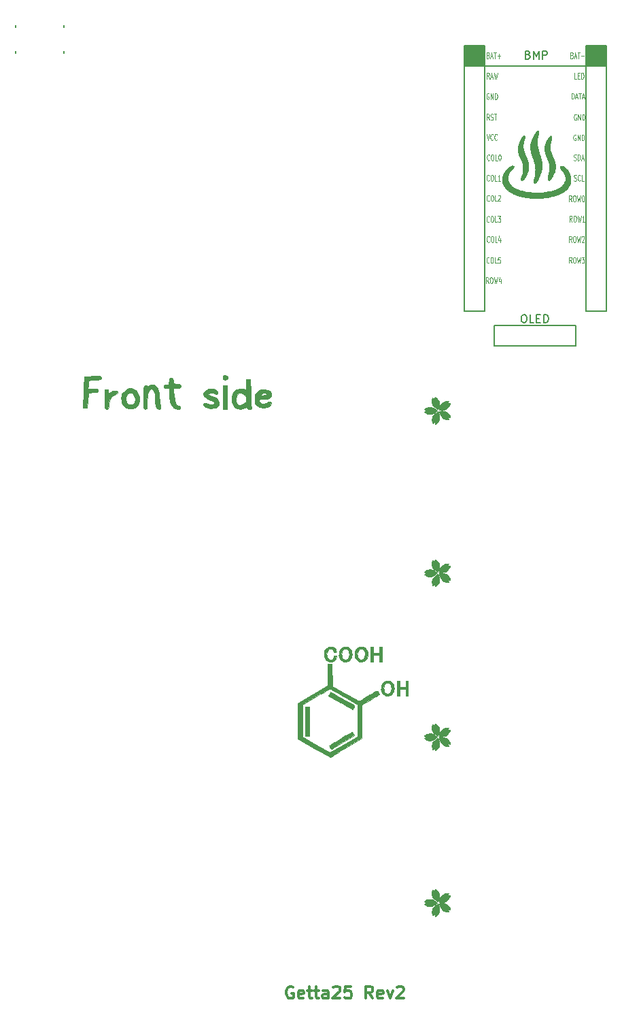
<source format=gbr>
G04 #@! TF.GenerationSoftware,KiCad,Pcbnew,(5.1.5)-3*
G04 #@! TF.CreationDate,2021-03-06T02:31:57+09:00*
G04 #@! TF.ProjectId,Getta25,47657474-6132-4352-9e6b-696361645f70,rev?*
G04 #@! TF.SameCoordinates,Original*
G04 #@! TF.FileFunction,Legend,Top*
G04 #@! TF.FilePolarity,Positive*
%FSLAX46Y46*%
G04 Gerber Fmt 4.6, Leading zero omitted, Abs format (unit mm)*
G04 Created by KiCad (PCBNEW (5.1.5)-3) date 2021-03-06 02:31:57*
%MOMM*%
%LPD*%
G04 APERTURE LIST*
%ADD10C,0.180000*%
%ADD11C,0.200000*%
%ADD12C,0.150000*%
%ADD13C,0.300000*%
%ADD14C,0.125000*%
%ADD15C,0.010000*%
G04 APERTURE END LIST*
D10*
X115150000Y-14228571D02*
X115292857Y-14276190D01*
X115340476Y-14323809D01*
X115388095Y-14419047D01*
X115388095Y-14561904D01*
X115340476Y-14657142D01*
X115292857Y-14704761D01*
X115197619Y-14752380D01*
X114816666Y-14752380D01*
X114816666Y-13752380D01*
X115150000Y-13752380D01*
X115245238Y-13800000D01*
X115292857Y-13847619D01*
X115340476Y-13942857D01*
X115340476Y-14038095D01*
X115292857Y-14133333D01*
X115245238Y-14180952D01*
X115150000Y-14228571D01*
X114816666Y-14228571D01*
X115816666Y-14752380D02*
X115816666Y-13752380D01*
X116150000Y-14466666D01*
X116483333Y-13752380D01*
X116483333Y-14752380D01*
X116959523Y-14752380D02*
X116959523Y-13752380D01*
X117340476Y-13752380D01*
X117435714Y-13800000D01*
X117483333Y-13847619D01*
X117530952Y-13942857D01*
X117530952Y-14085714D01*
X117483333Y-14180952D01*
X117435714Y-14228571D01*
X117340476Y-14276190D01*
X116959523Y-14276190D01*
D11*
X109750000Y-15600000D02*
X122450000Y-15600000D01*
D12*
G36*
X109650000Y-15500000D02*
G01*
X107250000Y-15500000D01*
X107250000Y-13100000D01*
X109650000Y-13100000D01*
X109650000Y-15500000D01*
G37*
X109650000Y-15500000D02*
X107250000Y-15500000D01*
X107250000Y-13100000D01*
X109650000Y-13100000D01*
X109650000Y-15500000D01*
G36*
X124850000Y-15500000D02*
G01*
X122450000Y-15500000D01*
X122450000Y-13100000D01*
X124850000Y-13100000D01*
X124850000Y-15500000D01*
G37*
X124850000Y-15500000D02*
X122450000Y-15500000D01*
X122450000Y-13100000D01*
X124850000Y-13100000D01*
X124850000Y-15500000D01*
D13*
X85885714Y-130150000D02*
X85742857Y-130078571D01*
X85528571Y-130078571D01*
X85314285Y-130150000D01*
X85171428Y-130292857D01*
X85100000Y-130435714D01*
X85028571Y-130721428D01*
X85028571Y-130935714D01*
X85100000Y-131221428D01*
X85171428Y-131364285D01*
X85314285Y-131507142D01*
X85528571Y-131578571D01*
X85671428Y-131578571D01*
X85885714Y-131507142D01*
X85957142Y-131435714D01*
X85957142Y-130935714D01*
X85671428Y-130935714D01*
X87171428Y-131507142D02*
X87028571Y-131578571D01*
X86742857Y-131578571D01*
X86600000Y-131507142D01*
X86528571Y-131364285D01*
X86528571Y-130792857D01*
X86600000Y-130650000D01*
X86742857Y-130578571D01*
X87028571Y-130578571D01*
X87171428Y-130650000D01*
X87242857Y-130792857D01*
X87242857Y-130935714D01*
X86528571Y-131078571D01*
X87671428Y-130578571D02*
X88242857Y-130578571D01*
X87885714Y-130078571D02*
X87885714Y-131364285D01*
X87957142Y-131507142D01*
X88100000Y-131578571D01*
X88242857Y-131578571D01*
X88528571Y-130578571D02*
X89100000Y-130578571D01*
X88742857Y-130078571D02*
X88742857Y-131364285D01*
X88814285Y-131507142D01*
X88957142Y-131578571D01*
X89100000Y-131578571D01*
X90242857Y-131578571D02*
X90242857Y-130792857D01*
X90171428Y-130650000D01*
X90028571Y-130578571D01*
X89742857Y-130578571D01*
X89600000Y-130650000D01*
X90242857Y-131507142D02*
X90100000Y-131578571D01*
X89742857Y-131578571D01*
X89600000Y-131507142D01*
X89528571Y-131364285D01*
X89528571Y-131221428D01*
X89600000Y-131078571D01*
X89742857Y-131007142D01*
X90100000Y-131007142D01*
X90242857Y-130935714D01*
X90885714Y-130221428D02*
X90957142Y-130150000D01*
X91100000Y-130078571D01*
X91457142Y-130078571D01*
X91600000Y-130150000D01*
X91671428Y-130221428D01*
X91742857Y-130364285D01*
X91742857Y-130507142D01*
X91671428Y-130721428D01*
X90814285Y-131578571D01*
X91742857Y-131578571D01*
X93100000Y-130078571D02*
X92385714Y-130078571D01*
X92314285Y-130792857D01*
X92385714Y-130721428D01*
X92528571Y-130650000D01*
X92885714Y-130650000D01*
X93028571Y-130721428D01*
X93100000Y-130792857D01*
X93171428Y-130935714D01*
X93171428Y-131292857D01*
X93100000Y-131435714D01*
X93028571Y-131507142D01*
X92885714Y-131578571D01*
X92528571Y-131578571D01*
X92385714Y-131507142D01*
X92314285Y-131435714D01*
X95814285Y-131578571D02*
X95314285Y-130864285D01*
X94957142Y-131578571D02*
X94957142Y-130078571D01*
X95528571Y-130078571D01*
X95671428Y-130150000D01*
X95742857Y-130221428D01*
X95814285Y-130364285D01*
X95814285Y-130578571D01*
X95742857Y-130721428D01*
X95671428Y-130792857D01*
X95528571Y-130864285D01*
X94957142Y-130864285D01*
X97028571Y-131507142D02*
X96885714Y-131578571D01*
X96600000Y-131578571D01*
X96457142Y-131507142D01*
X96385714Y-131364285D01*
X96385714Y-130792857D01*
X96457142Y-130650000D01*
X96600000Y-130578571D01*
X96885714Y-130578571D01*
X97028571Y-130650000D01*
X97100000Y-130792857D01*
X97100000Y-130935714D01*
X96385714Y-131078571D01*
X97600000Y-130578571D02*
X97957142Y-131578571D01*
X98314285Y-130578571D01*
X98814285Y-130221428D02*
X98885714Y-130150000D01*
X99028571Y-130078571D01*
X99385714Y-130078571D01*
X99528571Y-130150000D01*
X99600000Y-130221428D01*
X99671428Y-130364285D01*
X99671428Y-130507142D01*
X99600000Y-130721428D01*
X98742857Y-131578571D01*
X99671428Y-131578571D01*
D14*
X110219047Y-42639285D02*
X110052380Y-42282142D01*
X109933333Y-42639285D02*
X109933333Y-41889285D01*
X110123809Y-41889285D01*
X110171428Y-41925000D01*
X110195238Y-41960714D01*
X110219047Y-42032142D01*
X110219047Y-42139285D01*
X110195238Y-42210714D01*
X110171428Y-42246428D01*
X110123809Y-42282142D01*
X109933333Y-42282142D01*
X110528571Y-41889285D02*
X110623809Y-41889285D01*
X110671428Y-41925000D01*
X110719047Y-41996428D01*
X110742857Y-42139285D01*
X110742857Y-42389285D01*
X110719047Y-42532142D01*
X110671428Y-42603571D01*
X110623809Y-42639285D01*
X110528571Y-42639285D01*
X110480952Y-42603571D01*
X110433333Y-42532142D01*
X110409523Y-42389285D01*
X110409523Y-42139285D01*
X110433333Y-41996428D01*
X110480952Y-41925000D01*
X110528571Y-41889285D01*
X110909523Y-41889285D02*
X111028571Y-42639285D01*
X111123809Y-42103571D01*
X111219047Y-42639285D01*
X111338095Y-41889285D01*
X111742857Y-42139285D02*
X111742857Y-42639285D01*
X111623809Y-41853571D02*
X111504761Y-42389285D01*
X111814285Y-42389285D01*
D12*
X122386400Y-46082000D02*
X122386400Y-13062000D01*
X124926400Y-46082000D02*
X122386400Y-46082000D01*
X124926400Y-13062000D02*
X124926400Y-46082000D01*
X122386400Y-13062000D02*
X124926400Y-13062000D01*
X107166400Y-46082000D02*
X107166400Y-13062000D01*
X109706400Y-46082000D02*
X107166400Y-46082000D01*
X109706400Y-13062000D02*
X109706400Y-46082000D01*
X107166400Y-13062000D02*
X109706400Y-13062000D01*
X122386400Y-15602000D02*
X124926400Y-15602000D01*
X107166400Y-15602000D02*
X109706400Y-15602000D01*
X51300000Y-13775000D02*
X51300000Y-14025000D01*
X57300000Y-14025000D02*
X57300000Y-13775000D01*
X57300000Y-10775000D02*
X57300000Y-10525000D01*
X51300000Y-10525000D02*
X51300000Y-10775000D01*
X110930000Y-50470000D02*
X121090000Y-50470000D01*
X110930000Y-47930000D02*
X121090000Y-47930000D01*
X121090000Y-47930000D02*
X121090000Y-50470000D01*
X110930000Y-50470000D02*
X110930000Y-47930000D01*
D15*
G36*
X114657449Y-24312078D02*
G01*
X114699705Y-24326643D01*
X114731057Y-24348199D01*
X114745373Y-24375111D01*
X114745306Y-24384948D01*
X114733549Y-24462368D01*
X114721528Y-24531530D01*
X114710020Y-24588758D01*
X114699805Y-24630377D01*
X114691659Y-24652711D01*
X114688067Y-24655312D01*
X114681938Y-24658288D01*
X114684157Y-24667737D01*
X114683344Y-24686294D01*
X114676090Y-24724283D01*
X114663498Y-24776881D01*
X114646670Y-24839266D01*
X114638252Y-24868421D01*
X114603682Y-24988089D01*
X114576413Y-25088708D01*
X114555507Y-25175255D01*
X114540023Y-25252707D01*
X114529023Y-25326040D01*
X114521568Y-25400231D01*
X114516717Y-25480258D01*
X114515083Y-25520924D01*
X114512769Y-25638026D01*
X114515537Y-25739039D01*
X114524360Y-25832939D01*
X114540209Y-25928702D01*
X114564059Y-26035303D01*
X114575965Y-26082633D01*
X114589869Y-26140386D01*
X114599905Y-26189539D01*
X114605089Y-26224694D01*
X114604652Y-26240170D01*
X114604157Y-26247543D01*
X114612938Y-26243426D01*
X114624103Y-26241240D01*
X114622872Y-26258763D01*
X114622111Y-26261770D01*
X114619217Y-26280578D01*
X114622613Y-26282419D01*
X114630327Y-26289392D01*
X114643686Y-26314870D01*
X114660525Y-26353192D01*
X114678675Y-26398693D01*
X114695968Y-26445713D01*
X114710237Y-26488587D01*
X114719314Y-26521653D01*
X114721031Y-26539250D01*
X114720983Y-26539384D01*
X114720869Y-26550637D01*
X114724925Y-26549655D01*
X114732764Y-26558837D01*
X114748575Y-26588473D01*
X114771009Y-26635389D01*
X114798716Y-26696411D01*
X114830348Y-26768366D01*
X114864554Y-26848080D01*
X114899985Y-26932379D01*
X114935291Y-27018090D01*
X114969124Y-27102039D01*
X115000133Y-27181052D01*
X115026969Y-27251955D01*
X115045638Y-27303900D01*
X115077948Y-27400515D01*
X115105836Y-27490826D01*
X115128420Y-27571450D01*
X115144821Y-27639003D01*
X115154159Y-27690101D01*
X115155554Y-27721360D01*
X115154978Y-27724305D01*
X115154700Y-27740831D01*
X115161776Y-27740334D01*
X115169834Y-27744913D01*
X115170177Y-27772079D01*
X115169595Y-27777525D01*
X115168301Y-27805489D01*
X115171765Y-27817589D01*
X115173210Y-27817316D01*
X115179354Y-27825364D01*
X115184843Y-27854627D01*
X115189453Y-27900923D01*
X115192959Y-27960070D01*
X115195137Y-28027887D01*
X115195761Y-28100191D01*
X115194607Y-28172802D01*
X115193699Y-28198536D01*
X115176808Y-28381962D01*
X115140555Y-28572329D01*
X115084233Y-28773266D01*
X115078192Y-28791882D01*
X115050024Y-28874117D01*
X115021562Y-28950677D01*
X114994239Y-29018296D01*
X114969486Y-29073704D01*
X114948736Y-29113633D01*
X114933421Y-29134816D01*
X114926992Y-29136943D01*
X114919918Y-29136859D01*
X114923274Y-29144145D01*
X114921625Y-29161379D01*
X114909520Y-29196335D01*
X114889055Y-29244655D01*
X114862325Y-29301977D01*
X114831423Y-29363942D01*
X114798445Y-29426189D01*
X114765484Y-29484358D01*
X114739653Y-29526400D01*
X114696353Y-29590622D01*
X114663086Y-29633150D01*
X114638804Y-29655148D01*
X114622461Y-29657778D01*
X114621791Y-29657396D01*
X114614878Y-29657679D01*
X114617182Y-29662754D01*
X114615138Y-29681569D01*
X114594011Y-29707030D01*
X114558289Y-29736318D01*
X114512458Y-29766615D01*
X114461007Y-29795102D01*
X114408422Y-29818961D01*
X114359192Y-29835373D01*
X114334508Y-29840295D01*
X114305126Y-29843073D01*
X114289097Y-29837210D01*
X114279312Y-29816874D01*
X114271865Y-29788898D01*
X114258478Y-29711545D01*
X114257835Y-29631829D01*
X114270623Y-29545580D01*
X114297530Y-29448628D01*
X114339242Y-29336804D01*
X114351052Y-29308424D01*
X114386679Y-29222074D01*
X114413387Y-29151293D01*
X114433431Y-29088838D01*
X114449064Y-29027469D01*
X114462543Y-28959943D01*
X114466417Y-28937910D01*
X114504307Y-28657360D01*
X114520496Y-28379107D01*
X114519654Y-28192900D01*
X114513769Y-28054246D01*
X114503768Y-27934896D01*
X114488442Y-27828919D01*
X114466581Y-27730385D01*
X114436977Y-27633364D01*
X114398421Y-27531926D01*
X114372519Y-27471095D01*
X114354606Y-27426146D01*
X114343273Y-27389371D01*
X114340480Y-27367396D01*
X114341232Y-27365163D01*
X114342682Y-27356439D01*
X114338023Y-27358254D01*
X114327153Y-27351429D01*
X114309058Y-27326948D01*
X114286710Y-27290417D01*
X114263081Y-27247441D01*
X114241143Y-27203627D01*
X114223869Y-27164582D01*
X114214232Y-27135911D01*
X114213972Y-27124284D01*
X114215667Y-27115256D01*
X114210602Y-27117214D01*
X114199323Y-27110722D01*
X114181237Y-27086672D01*
X114159428Y-27050903D01*
X114136983Y-27009252D01*
X114116985Y-26967557D01*
X114102518Y-26931655D01*
X114096668Y-26907384D01*
X114097242Y-26902677D01*
X114098176Y-26889786D01*
X114093184Y-26890541D01*
X114082918Y-26883553D01*
X114068014Y-26856234D01*
X114049861Y-26812930D01*
X114029850Y-26757985D01*
X114009370Y-26695742D01*
X113989812Y-26630546D01*
X113972566Y-26566741D01*
X113959022Y-26508672D01*
X113950571Y-26460683D01*
X113948520Y-26438468D01*
X113945636Y-26404900D01*
X113940971Y-26385949D01*
X113938253Y-26384236D01*
X113933280Y-26374764D01*
X113926607Y-26345411D01*
X113919348Y-26301538D01*
X113916028Y-26277257D01*
X113910084Y-26217616D01*
X113905805Y-26147239D01*
X113903121Y-26069885D01*
X113901963Y-25989310D01*
X113902261Y-25909271D01*
X113903946Y-25833525D01*
X113906949Y-25765830D01*
X113911199Y-25709942D01*
X113916628Y-25669619D01*
X113923166Y-25648619D01*
X113927688Y-25646913D01*
X113932863Y-25641972D01*
X113930936Y-25628100D01*
X113930407Y-25600254D01*
X113936764Y-25552929D01*
X113948935Y-25490765D01*
X113965848Y-25418404D01*
X113986429Y-25340486D01*
X114009607Y-25261654D01*
X114030305Y-25198105D01*
X114058515Y-25121239D01*
X114091741Y-25039522D01*
X114128390Y-24956033D01*
X114166869Y-24873855D01*
X114205584Y-24796067D01*
X114242943Y-24725751D01*
X114277353Y-24665986D01*
X114307221Y-24619855D01*
X114330953Y-24590438D01*
X114346957Y-24580815D01*
X114349112Y-24581550D01*
X114356808Y-24582058D01*
X114353984Y-24575720D01*
X114353506Y-24556745D01*
X114364545Y-24532506D01*
X114381104Y-24512068D01*
X114397190Y-24504494D01*
X114400351Y-24505621D01*
X114407554Y-24505687D01*
X114404721Y-24499419D01*
X114407378Y-24482653D01*
X114422843Y-24453018D01*
X114446899Y-24416494D01*
X114475328Y-24379059D01*
X114503914Y-24346695D01*
X114526553Y-24326660D01*
X114564743Y-24310454D01*
X114610419Y-24306137D01*
X114657449Y-24312078D01*
G37*
X114657449Y-24312078D02*
X114699705Y-24326643D01*
X114731057Y-24348199D01*
X114745373Y-24375111D01*
X114745306Y-24384948D01*
X114733549Y-24462368D01*
X114721528Y-24531530D01*
X114710020Y-24588758D01*
X114699805Y-24630377D01*
X114691659Y-24652711D01*
X114688067Y-24655312D01*
X114681938Y-24658288D01*
X114684157Y-24667737D01*
X114683344Y-24686294D01*
X114676090Y-24724283D01*
X114663498Y-24776881D01*
X114646670Y-24839266D01*
X114638252Y-24868421D01*
X114603682Y-24988089D01*
X114576413Y-25088708D01*
X114555507Y-25175255D01*
X114540023Y-25252707D01*
X114529023Y-25326040D01*
X114521568Y-25400231D01*
X114516717Y-25480258D01*
X114515083Y-25520924D01*
X114512769Y-25638026D01*
X114515537Y-25739039D01*
X114524360Y-25832939D01*
X114540209Y-25928702D01*
X114564059Y-26035303D01*
X114575965Y-26082633D01*
X114589869Y-26140386D01*
X114599905Y-26189539D01*
X114605089Y-26224694D01*
X114604652Y-26240170D01*
X114604157Y-26247543D01*
X114612938Y-26243426D01*
X114624103Y-26241240D01*
X114622872Y-26258763D01*
X114622111Y-26261770D01*
X114619217Y-26280578D01*
X114622613Y-26282419D01*
X114630327Y-26289392D01*
X114643686Y-26314870D01*
X114660525Y-26353192D01*
X114678675Y-26398693D01*
X114695968Y-26445713D01*
X114710237Y-26488587D01*
X114719314Y-26521653D01*
X114721031Y-26539250D01*
X114720983Y-26539384D01*
X114720869Y-26550637D01*
X114724925Y-26549655D01*
X114732764Y-26558837D01*
X114748575Y-26588473D01*
X114771009Y-26635389D01*
X114798716Y-26696411D01*
X114830348Y-26768366D01*
X114864554Y-26848080D01*
X114899985Y-26932379D01*
X114935291Y-27018090D01*
X114969124Y-27102039D01*
X115000133Y-27181052D01*
X115026969Y-27251955D01*
X115045638Y-27303900D01*
X115077948Y-27400515D01*
X115105836Y-27490826D01*
X115128420Y-27571450D01*
X115144821Y-27639003D01*
X115154159Y-27690101D01*
X115155554Y-27721360D01*
X115154978Y-27724305D01*
X115154700Y-27740831D01*
X115161776Y-27740334D01*
X115169834Y-27744913D01*
X115170177Y-27772079D01*
X115169595Y-27777525D01*
X115168301Y-27805489D01*
X115171765Y-27817589D01*
X115173210Y-27817316D01*
X115179354Y-27825364D01*
X115184843Y-27854627D01*
X115189453Y-27900923D01*
X115192959Y-27960070D01*
X115195137Y-28027887D01*
X115195761Y-28100191D01*
X115194607Y-28172802D01*
X115193699Y-28198536D01*
X115176808Y-28381962D01*
X115140555Y-28572329D01*
X115084233Y-28773266D01*
X115078192Y-28791882D01*
X115050024Y-28874117D01*
X115021562Y-28950677D01*
X114994239Y-29018296D01*
X114969486Y-29073704D01*
X114948736Y-29113633D01*
X114933421Y-29134816D01*
X114926992Y-29136943D01*
X114919918Y-29136859D01*
X114923274Y-29144145D01*
X114921625Y-29161379D01*
X114909520Y-29196335D01*
X114889055Y-29244655D01*
X114862325Y-29301977D01*
X114831423Y-29363942D01*
X114798445Y-29426189D01*
X114765484Y-29484358D01*
X114739653Y-29526400D01*
X114696353Y-29590622D01*
X114663086Y-29633150D01*
X114638804Y-29655148D01*
X114622461Y-29657778D01*
X114621791Y-29657396D01*
X114614878Y-29657679D01*
X114617182Y-29662754D01*
X114615138Y-29681569D01*
X114594011Y-29707030D01*
X114558289Y-29736318D01*
X114512458Y-29766615D01*
X114461007Y-29795102D01*
X114408422Y-29818961D01*
X114359192Y-29835373D01*
X114334508Y-29840295D01*
X114305126Y-29843073D01*
X114289097Y-29837210D01*
X114279312Y-29816874D01*
X114271865Y-29788898D01*
X114258478Y-29711545D01*
X114257835Y-29631829D01*
X114270623Y-29545580D01*
X114297530Y-29448628D01*
X114339242Y-29336804D01*
X114351052Y-29308424D01*
X114386679Y-29222074D01*
X114413387Y-29151293D01*
X114433431Y-29088838D01*
X114449064Y-29027469D01*
X114462543Y-28959943D01*
X114466417Y-28937910D01*
X114504307Y-28657360D01*
X114520496Y-28379107D01*
X114519654Y-28192900D01*
X114513769Y-28054246D01*
X114503768Y-27934896D01*
X114488442Y-27828919D01*
X114466581Y-27730385D01*
X114436977Y-27633364D01*
X114398421Y-27531926D01*
X114372519Y-27471095D01*
X114354606Y-27426146D01*
X114343273Y-27389371D01*
X114340480Y-27367396D01*
X114341232Y-27365163D01*
X114342682Y-27356439D01*
X114338023Y-27358254D01*
X114327153Y-27351429D01*
X114309058Y-27326948D01*
X114286710Y-27290417D01*
X114263081Y-27247441D01*
X114241143Y-27203627D01*
X114223869Y-27164582D01*
X114214232Y-27135911D01*
X114213972Y-27124284D01*
X114215667Y-27115256D01*
X114210602Y-27117214D01*
X114199323Y-27110722D01*
X114181237Y-27086672D01*
X114159428Y-27050903D01*
X114136983Y-27009252D01*
X114116985Y-26967557D01*
X114102518Y-26931655D01*
X114096668Y-26907384D01*
X114097242Y-26902677D01*
X114098176Y-26889786D01*
X114093184Y-26890541D01*
X114082918Y-26883553D01*
X114068014Y-26856234D01*
X114049861Y-26812930D01*
X114029850Y-26757985D01*
X114009370Y-26695742D01*
X113989812Y-26630546D01*
X113972566Y-26566741D01*
X113959022Y-26508672D01*
X113950571Y-26460683D01*
X113948520Y-26438468D01*
X113945636Y-26404900D01*
X113940971Y-26385949D01*
X113938253Y-26384236D01*
X113933280Y-26374764D01*
X113926607Y-26345411D01*
X113919348Y-26301538D01*
X113916028Y-26277257D01*
X113910084Y-26217616D01*
X113905805Y-26147239D01*
X113903121Y-26069885D01*
X113901963Y-25989310D01*
X113902261Y-25909271D01*
X113903946Y-25833525D01*
X113906949Y-25765830D01*
X113911199Y-25709942D01*
X113916628Y-25669619D01*
X113923166Y-25648619D01*
X113927688Y-25646913D01*
X113932863Y-25641972D01*
X113930936Y-25628100D01*
X113930407Y-25600254D01*
X113936764Y-25552929D01*
X113948935Y-25490765D01*
X113965848Y-25418404D01*
X113986429Y-25340486D01*
X114009607Y-25261654D01*
X114030305Y-25198105D01*
X114058515Y-25121239D01*
X114091741Y-25039522D01*
X114128390Y-24956033D01*
X114166869Y-24873855D01*
X114205584Y-24796067D01*
X114242943Y-24725751D01*
X114277353Y-24665986D01*
X114307221Y-24619855D01*
X114330953Y-24590438D01*
X114346957Y-24580815D01*
X114349112Y-24581550D01*
X114356808Y-24582058D01*
X114353984Y-24575720D01*
X114353506Y-24556745D01*
X114364545Y-24532506D01*
X114381104Y-24512068D01*
X114397190Y-24504494D01*
X114400351Y-24505621D01*
X114407554Y-24505687D01*
X114404721Y-24499419D01*
X114407378Y-24482653D01*
X114422843Y-24453018D01*
X114446899Y-24416494D01*
X114475328Y-24379059D01*
X114503914Y-24346695D01*
X114526553Y-24326660D01*
X114564743Y-24310454D01*
X114610419Y-24306137D01*
X114657449Y-24312078D01*
G36*
X117982449Y-24310118D02*
G01*
X118024040Y-24315529D01*
X118055605Y-24321669D01*
X118066973Y-24325548D01*
X118074685Y-24343134D01*
X118078928Y-24380720D01*
X118079874Y-24433167D01*
X118077697Y-24495337D01*
X118072571Y-24562091D01*
X118064669Y-24628293D01*
X118054809Y-24685705D01*
X118042550Y-24740185D01*
X118024885Y-24811805D01*
X118003670Y-24893366D01*
X117980765Y-24977669D01*
X117965828Y-25030600D01*
X117927937Y-25168494D01*
X117897058Y-25293272D01*
X117873710Y-25402448D01*
X117858411Y-25493540D01*
X117851682Y-25564063D01*
X117851400Y-25578094D01*
X117849681Y-25612974D01*
X117845277Y-25633313D01*
X117841643Y-25635669D01*
X117839033Y-25644854D01*
X117839289Y-25674348D01*
X117841955Y-25719277D01*
X117846574Y-25774770D01*
X117852688Y-25835952D01*
X117859840Y-25897952D01*
X117867573Y-25955895D01*
X117875430Y-26004910D01*
X117877150Y-26014118D01*
X117893592Y-26091462D01*
X117913525Y-26169707D01*
X117938037Y-26251869D01*
X117968215Y-26340962D01*
X118005146Y-26440003D01*
X118049920Y-26552007D01*
X118103622Y-26679989D01*
X118167341Y-26826965D01*
X118183889Y-26864593D01*
X118221957Y-26952021D01*
X118256056Y-27032380D01*
X118284962Y-27102625D01*
X118307454Y-27159710D01*
X118322310Y-27200588D01*
X118328309Y-27222214D01*
X118328229Y-27224420D01*
X118328166Y-27235880D01*
X118332942Y-27234703D01*
X118342265Y-27242315D01*
X118356686Y-27269763D01*
X118374643Y-27312373D01*
X118394574Y-27365471D01*
X118414918Y-27424382D01*
X118434111Y-27484431D01*
X118450594Y-27540944D01*
X118462802Y-27589246D01*
X118469176Y-27624662D01*
X118468786Y-27641286D01*
X118467704Y-27654422D01*
X118472720Y-27653755D01*
X118481453Y-27659633D01*
X118489276Y-27682169D01*
X118494654Y-27712630D01*
X118496056Y-27742282D01*
X118491949Y-27762391D01*
X118491825Y-27762596D01*
X118489861Y-27771863D01*
X118495893Y-27769431D01*
X118504009Y-27775937D01*
X118511690Y-27800337D01*
X118517917Y-27835134D01*
X118521671Y-27872827D01*
X118521935Y-27905919D01*
X118517689Y-27926911D01*
X118517356Y-27927484D01*
X118515097Y-27936777D01*
X118524221Y-27932721D01*
X118530670Y-27940004D01*
X118534904Y-27968613D01*
X118537078Y-28014586D01*
X118537348Y-28073959D01*
X118535869Y-28142770D01*
X118532795Y-28217056D01*
X118528282Y-28292853D01*
X118522484Y-28366200D01*
X118515557Y-28433133D01*
X118507655Y-28489689D01*
X118501138Y-28523100D01*
X118470486Y-28635092D01*
X118428522Y-28760309D01*
X118377258Y-28894510D01*
X118318703Y-29033453D01*
X118254868Y-29172896D01*
X118187765Y-29308598D01*
X118119404Y-29436317D01*
X118051796Y-29551812D01*
X117986952Y-29650840D01*
X117932537Y-29722478D01*
X117870818Y-29786066D01*
X117810181Y-29828834D01*
X117752699Y-29849749D01*
X117700449Y-29847782D01*
X117688659Y-29843683D01*
X117668789Y-29829147D01*
X117668396Y-29816645D01*
X117670022Y-29807701D01*
X117664559Y-29809888D01*
X117645933Y-29808995D01*
X117626888Y-29789622D01*
X117611654Y-29758261D01*
X117604461Y-29721402D01*
X117604345Y-29717490D01*
X117601393Y-29688374D01*
X117594753Y-29675345D01*
X117592216Y-29675707D01*
X117587398Y-29667879D01*
X117586287Y-29638987D01*
X117589012Y-29593118D01*
X117589412Y-29588715D01*
X117597604Y-29508794D01*
X117605234Y-29452693D01*
X117612591Y-29418847D01*
X117619964Y-29405691D01*
X117623201Y-29405998D01*
X117628707Y-29401352D01*
X117627032Y-29388811D01*
X117628137Y-29368890D01*
X117635219Y-29329413D01*
X117647240Y-29275239D01*
X117663161Y-29211223D01*
X117672524Y-29176069D01*
X117691354Y-29104975D01*
X117708264Y-29037497D01*
X117721792Y-28979743D01*
X117730474Y-28937818D01*
X117732294Y-28926617D01*
X117739023Y-28893199D01*
X117747097Y-28874677D01*
X117751340Y-28873302D01*
X117757242Y-28870237D01*
X117755186Y-28861718D01*
X117754463Y-28843545D01*
X117756896Y-28804782D01*
X117762068Y-28749986D01*
X117769563Y-28683713D01*
X117776449Y-28629283D01*
X117792656Y-28482252D01*
X117802974Y-28334261D01*
X117807394Y-28190041D01*
X117805909Y-28054320D01*
X117798512Y-27931828D01*
X117785196Y-27827296D01*
X117777745Y-27789480D01*
X117766460Y-27734041D01*
X117759007Y-27687110D01*
X117756206Y-27654613D01*
X117757557Y-27643430D01*
X117759971Y-27634782D01*
X117755752Y-27637592D01*
X117748195Y-27629919D01*
X117734609Y-27603151D01*
X117716901Y-27562322D01*
X117696980Y-27512463D01*
X117676756Y-27458608D01*
X117658136Y-27405788D01*
X117643031Y-27359038D01*
X117633349Y-27323389D01*
X117630850Y-27308287D01*
X117626772Y-27288532D01*
X117621946Y-27285377D01*
X117614076Y-27276428D01*
X117598730Y-27247952D01*
X117577663Y-27204088D01*
X117552629Y-27148973D01*
X117525382Y-27086745D01*
X117497676Y-27021542D01*
X117471265Y-26957501D01*
X117447904Y-26898760D01*
X117429347Y-26849457D01*
X117417347Y-26813729D01*
X117413660Y-26795715D01*
X117413950Y-26794766D01*
X117416260Y-26785132D01*
X117410164Y-26787532D01*
X117400301Y-26780257D01*
X117385385Y-26753119D01*
X117366991Y-26710775D01*
X117346696Y-26657880D01*
X117326077Y-26599090D01*
X117306711Y-26539063D01*
X117290174Y-26482455D01*
X117278043Y-26433920D01*
X117271895Y-26398117D01*
X117272556Y-26381159D01*
X117273239Y-26368792D01*
X117268469Y-26369665D01*
X117260789Y-26362319D01*
X117251935Y-26336861D01*
X117243300Y-26300448D01*
X117236279Y-26260238D01*
X117232265Y-26223388D01*
X117232653Y-26197055D01*
X117233892Y-26192128D01*
X117235389Y-26178568D01*
X117230727Y-26178944D01*
X117223024Y-26171678D01*
X117216342Y-26141375D01*
X117210876Y-26090383D01*
X117206821Y-26021052D01*
X117204372Y-25935730D01*
X117203700Y-25853508D01*
X117204943Y-25776810D01*
X117208385Y-25702672D01*
X117213591Y-25635037D01*
X117220130Y-25577849D01*
X117227568Y-25535053D01*
X117235472Y-25510592D01*
X117241766Y-25506829D01*
X117246785Y-25501020D01*
X117245476Y-25484240D01*
X117246817Y-25449605D01*
X117259016Y-25396358D01*
X117280582Y-25328081D01*
X117310027Y-25248362D01*
X117345861Y-25160783D01*
X117386596Y-25068929D01*
X117430743Y-24976386D01*
X117476812Y-24886737D01*
X117523314Y-24803568D01*
X117539409Y-24776666D01*
X117590969Y-24695553D01*
X117645249Y-24616130D01*
X117700049Y-24541069D01*
X117753168Y-24473042D01*
X117802407Y-24414721D01*
X117845566Y-24368777D01*
X117880447Y-24337883D01*
X117904848Y-24324711D01*
X117911235Y-24325023D01*
X117922551Y-24324802D01*
X117919936Y-24317274D01*
X117922048Y-24309367D01*
X117943736Y-24307275D01*
X117982449Y-24310118D01*
G37*
X117982449Y-24310118D02*
X118024040Y-24315529D01*
X118055605Y-24321669D01*
X118066973Y-24325548D01*
X118074685Y-24343134D01*
X118078928Y-24380720D01*
X118079874Y-24433167D01*
X118077697Y-24495337D01*
X118072571Y-24562091D01*
X118064669Y-24628293D01*
X118054809Y-24685705D01*
X118042550Y-24740185D01*
X118024885Y-24811805D01*
X118003670Y-24893366D01*
X117980765Y-24977669D01*
X117965828Y-25030600D01*
X117927937Y-25168494D01*
X117897058Y-25293272D01*
X117873710Y-25402448D01*
X117858411Y-25493540D01*
X117851682Y-25564063D01*
X117851400Y-25578094D01*
X117849681Y-25612974D01*
X117845277Y-25633313D01*
X117841643Y-25635669D01*
X117839033Y-25644854D01*
X117839289Y-25674348D01*
X117841955Y-25719277D01*
X117846574Y-25774770D01*
X117852688Y-25835952D01*
X117859840Y-25897952D01*
X117867573Y-25955895D01*
X117875430Y-26004910D01*
X117877150Y-26014118D01*
X117893592Y-26091462D01*
X117913525Y-26169707D01*
X117938037Y-26251869D01*
X117968215Y-26340962D01*
X118005146Y-26440003D01*
X118049920Y-26552007D01*
X118103622Y-26679989D01*
X118167341Y-26826965D01*
X118183889Y-26864593D01*
X118221957Y-26952021D01*
X118256056Y-27032380D01*
X118284962Y-27102625D01*
X118307454Y-27159710D01*
X118322310Y-27200588D01*
X118328309Y-27222214D01*
X118328229Y-27224420D01*
X118328166Y-27235880D01*
X118332942Y-27234703D01*
X118342265Y-27242315D01*
X118356686Y-27269763D01*
X118374643Y-27312373D01*
X118394574Y-27365471D01*
X118414918Y-27424382D01*
X118434111Y-27484431D01*
X118450594Y-27540944D01*
X118462802Y-27589246D01*
X118469176Y-27624662D01*
X118468786Y-27641286D01*
X118467704Y-27654422D01*
X118472720Y-27653755D01*
X118481453Y-27659633D01*
X118489276Y-27682169D01*
X118494654Y-27712630D01*
X118496056Y-27742282D01*
X118491949Y-27762391D01*
X118491825Y-27762596D01*
X118489861Y-27771863D01*
X118495893Y-27769431D01*
X118504009Y-27775937D01*
X118511690Y-27800337D01*
X118517917Y-27835134D01*
X118521671Y-27872827D01*
X118521935Y-27905919D01*
X118517689Y-27926911D01*
X118517356Y-27927484D01*
X118515097Y-27936777D01*
X118524221Y-27932721D01*
X118530670Y-27940004D01*
X118534904Y-27968613D01*
X118537078Y-28014586D01*
X118537348Y-28073959D01*
X118535869Y-28142770D01*
X118532795Y-28217056D01*
X118528282Y-28292853D01*
X118522484Y-28366200D01*
X118515557Y-28433133D01*
X118507655Y-28489689D01*
X118501138Y-28523100D01*
X118470486Y-28635092D01*
X118428522Y-28760309D01*
X118377258Y-28894510D01*
X118318703Y-29033453D01*
X118254868Y-29172896D01*
X118187765Y-29308598D01*
X118119404Y-29436317D01*
X118051796Y-29551812D01*
X117986952Y-29650840D01*
X117932537Y-29722478D01*
X117870818Y-29786066D01*
X117810181Y-29828834D01*
X117752699Y-29849749D01*
X117700449Y-29847782D01*
X117688659Y-29843683D01*
X117668789Y-29829147D01*
X117668396Y-29816645D01*
X117670022Y-29807701D01*
X117664559Y-29809888D01*
X117645933Y-29808995D01*
X117626888Y-29789622D01*
X117611654Y-29758261D01*
X117604461Y-29721402D01*
X117604345Y-29717490D01*
X117601393Y-29688374D01*
X117594753Y-29675345D01*
X117592216Y-29675707D01*
X117587398Y-29667879D01*
X117586287Y-29638987D01*
X117589012Y-29593118D01*
X117589412Y-29588715D01*
X117597604Y-29508794D01*
X117605234Y-29452693D01*
X117612591Y-29418847D01*
X117619964Y-29405691D01*
X117623201Y-29405998D01*
X117628707Y-29401352D01*
X117627032Y-29388811D01*
X117628137Y-29368890D01*
X117635219Y-29329413D01*
X117647240Y-29275239D01*
X117663161Y-29211223D01*
X117672524Y-29176069D01*
X117691354Y-29104975D01*
X117708264Y-29037497D01*
X117721792Y-28979743D01*
X117730474Y-28937818D01*
X117732294Y-28926617D01*
X117739023Y-28893199D01*
X117747097Y-28874677D01*
X117751340Y-28873302D01*
X117757242Y-28870237D01*
X117755186Y-28861718D01*
X117754463Y-28843545D01*
X117756896Y-28804782D01*
X117762068Y-28749986D01*
X117769563Y-28683713D01*
X117776449Y-28629283D01*
X117792656Y-28482252D01*
X117802974Y-28334261D01*
X117807394Y-28190041D01*
X117805909Y-28054320D01*
X117798512Y-27931828D01*
X117785196Y-27827296D01*
X117777745Y-27789480D01*
X117766460Y-27734041D01*
X117759007Y-27687110D01*
X117756206Y-27654613D01*
X117757557Y-27643430D01*
X117759971Y-27634782D01*
X117755752Y-27637592D01*
X117748195Y-27629919D01*
X117734609Y-27603151D01*
X117716901Y-27562322D01*
X117696980Y-27512463D01*
X117676756Y-27458608D01*
X117658136Y-27405788D01*
X117643031Y-27359038D01*
X117633349Y-27323389D01*
X117630850Y-27308287D01*
X117626772Y-27288532D01*
X117621946Y-27285377D01*
X117614076Y-27276428D01*
X117598730Y-27247952D01*
X117577663Y-27204088D01*
X117552629Y-27148973D01*
X117525382Y-27086745D01*
X117497676Y-27021542D01*
X117471265Y-26957501D01*
X117447904Y-26898760D01*
X117429347Y-26849457D01*
X117417347Y-26813729D01*
X117413660Y-26795715D01*
X117413950Y-26794766D01*
X117416260Y-26785132D01*
X117410164Y-26787532D01*
X117400301Y-26780257D01*
X117385385Y-26753119D01*
X117366991Y-26710775D01*
X117346696Y-26657880D01*
X117326077Y-26599090D01*
X117306711Y-26539063D01*
X117290174Y-26482455D01*
X117278043Y-26433920D01*
X117271895Y-26398117D01*
X117272556Y-26381159D01*
X117273239Y-26368792D01*
X117268469Y-26369665D01*
X117260789Y-26362319D01*
X117251935Y-26336861D01*
X117243300Y-26300448D01*
X117236279Y-26260238D01*
X117232265Y-26223388D01*
X117232653Y-26197055D01*
X117233892Y-26192128D01*
X117235389Y-26178568D01*
X117230727Y-26178944D01*
X117223024Y-26171678D01*
X117216342Y-26141375D01*
X117210876Y-26090383D01*
X117206821Y-26021052D01*
X117204372Y-25935730D01*
X117203700Y-25853508D01*
X117204943Y-25776810D01*
X117208385Y-25702672D01*
X117213591Y-25635037D01*
X117220130Y-25577849D01*
X117227568Y-25535053D01*
X117235472Y-25510592D01*
X117241766Y-25506829D01*
X117246785Y-25501020D01*
X117245476Y-25484240D01*
X117246817Y-25449605D01*
X117259016Y-25396358D01*
X117280582Y-25328081D01*
X117310027Y-25248362D01*
X117345861Y-25160783D01*
X117386596Y-25068929D01*
X117430743Y-24976386D01*
X117476812Y-24886737D01*
X117523314Y-24803568D01*
X117539409Y-24776666D01*
X117590969Y-24695553D01*
X117645249Y-24616130D01*
X117700049Y-24541069D01*
X117753168Y-24473042D01*
X117802407Y-24414721D01*
X117845566Y-24368777D01*
X117880447Y-24337883D01*
X117904848Y-24324711D01*
X117911235Y-24325023D01*
X117922551Y-24324802D01*
X117919936Y-24317274D01*
X117922048Y-24309367D01*
X117943736Y-24307275D01*
X117982449Y-24310118D01*
G36*
X116397360Y-23683153D02*
G01*
X116421394Y-23717722D01*
X116437625Y-23775717D01*
X116446155Y-23857450D01*
X116447611Y-23925700D01*
X116446910Y-23980658D01*
X116444311Y-24024706D01*
X116438445Y-24064805D01*
X116427946Y-24107918D01*
X116411447Y-24161007D01*
X116387767Y-24230500D01*
X116364148Y-24300743D01*
X116341940Y-24370512D01*
X116323426Y-24432394D01*
X116310886Y-24478977D01*
X116309590Y-24484500D01*
X116290613Y-24591300D01*
X116277077Y-24717360D01*
X116269051Y-24857112D01*
X116266606Y-25004988D01*
X116269813Y-25155424D01*
X116278740Y-25302851D01*
X116293458Y-25441702D01*
X116297218Y-25468750D01*
X116306071Y-25533016D01*
X116313395Y-25592511D01*
X116318382Y-25640246D01*
X116320208Y-25667562D01*
X116323379Y-25695704D01*
X116330196Y-25707516D01*
X116332281Y-25707033D01*
X116338323Y-25712862D01*
X116338153Y-25736321D01*
X116337670Y-25739898D01*
X116335275Y-25765332D01*
X116337241Y-25774176D01*
X116337705Y-25773827D01*
X116342483Y-25783653D01*
X116352330Y-25814497D01*
X116366204Y-25862726D01*
X116383065Y-25924703D01*
X116401871Y-25996795D01*
X116404144Y-26005699D01*
X116427800Y-26095370D01*
X116456821Y-26200410D01*
X116488700Y-26312039D01*
X116520933Y-26421477D01*
X116549936Y-26516500D01*
X116611393Y-26715012D01*
X116664886Y-26891575D01*
X116710890Y-27048196D01*
X116749880Y-27186882D01*
X116782333Y-27309641D01*
X116808723Y-27418480D01*
X116829528Y-27515405D01*
X116845222Y-27602425D01*
X116856282Y-27681547D01*
X116863184Y-27754777D01*
X116866402Y-27824124D01*
X116866772Y-27853129D01*
X116867840Y-27905708D01*
X116870409Y-27947203D01*
X116874044Y-27972167D01*
X116876675Y-27976954D01*
X116883779Y-27987898D01*
X116886200Y-28009499D01*
X116882955Y-28031360D01*
X116876154Y-28035790D01*
X116870858Y-28042475D01*
X116870578Y-28066891D01*
X116871259Y-28073704D01*
X116872941Y-28108117D01*
X116872030Y-28153148D01*
X116869078Y-28202754D01*
X116864640Y-28250896D01*
X116859267Y-28291532D01*
X116853513Y-28318622D01*
X116848140Y-28326275D01*
X116842396Y-28330799D01*
X116844107Y-28344103D01*
X116844694Y-28367813D01*
X116839992Y-28408273D01*
X116831101Y-28460766D01*
X116819121Y-28520573D01*
X116805152Y-28582979D01*
X116790295Y-28643267D01*
X116775650Y-28696719D01*
X116762318Y-28738619D01*
X116751398Y-28764250D01*
X116744821Y-28769712D01*
X116739125Y-28772949D01*
X116741307Y-28781887D01*
X116740391Y-28804292D01*
X116729443Y-28848975D01*
X116708781Y-28915019D01*
X116678722Y-29001506D01*
X116639583Y-29107519D01*
X116591681Y-29232141D01*
X116543139Y-29354950D01*
X116503159Y-29454914D01*
X116471472Y-29533709D01*
X116446967Y-29593762D01*
X116428531Y-29637497D01*
X116415053Y-29667342D01*
X116405422Y-29685721D01*
X116398526Y-29695061D01*
X116393252Y-29697788D01*
X116388489Y-29696328D01*
X116387080Y-29695489D01*
X116380444Y-29695864D01*
X116383526Y-29702543D01*
X116382898Y-29721267D01*
X116370808Y-29754541D01*
X116350165Y-29797504D01*
X116323882Y-29845295D01*
X116294869Y-29893056D01*
X116266039Y-29935924D01*
X116240302Y-29969041D01*
X116220571Y-29987545D01*
X116211832Y-29989166D01*
X116205612Y-29991983D01*
X116207534Y-30000113D01*
X116202483Y-30019045D01*
X116180557Y-30046052D01*
X116147152Y-30077001D01*
X116107664Y-30107756D01*
X116067489Y-30134182D01*
X116032026Y-30152144D01*
X116006669Y-30157508D01*
X116003204Y-30156674D01*
X115989804Y-30155514D01*
X115992176Y-30163546D01*
X115991524Y-30173022D01*
X115973768Y-30170934D01*
X115955384Y-30169561D01*
X115953481Y-30175284D01*
X115949105Y-30184490D01*
X115935499Y-30186800D01*
X115915132Y-30177994D01*
X115896673Y-30149126D01*
X115888757Y-30130128D01*
X115877386Y-30092308D01*
X115873540Y-30061885D01*
X115874862Y-30053269D01*
X115876363Y-30039565D01*
X115871499Y-30039946D01*
X115863023Y-30033968D01*
X115856433Y-30008457D01*
X115852165Y-29969236D01*
X115850658Y-29922131D01*
X115852348Y-29872966D01*
X115856221Y-29836583D01*
X115867087Y-29774556D01*
X115880260Y-29716436D01*
X115894329Y-29666874D01*
X115907884Y-29630522D01*
X115919514Y-29612032D01*
X115924567Y-29611154D01*
X115931545Y-29610972D01*
X115928863Y-29605049D01*
X115928398Y-29587283D01*
X115934506Y-29551605D01*
X115945983Y-29504281D01*
X115953047Y-29479262D01*
X115967982Y-29419982D01*
X115983597Y-29343281D01*
X115998841Y-29256107D01*
X116012660Y-29165407D01*
X116024001Y-29078127D01*
X116031810Y-29001216D01*
X116035034Y-28941620D01*
X116035061Y-28938275D01*
X116036941Y-28904250D01*
X116041476Y-28884937D01*
X116044825Y-28883129D01*
X116049094Y-28874687D01*
X116051214Y-28846868D01*
X116050740Y-28805640D01*
X116050692Y-28804504D01*
X116050079Y-28757574D01*
X116051177Y-28694001D01*
X116053759Y-28622468D01*
X116057188Y-28558025D01*
X116060286Y-28497323D01*
X116061504Y-28446991D01*
X116060827Y-28411769D01*
X116058243Y-28396400D01*
X116057671Y-28396100D01*
X116053122Y-28384418D01*
X116049723Y-28353438D01*
X116048070Y-28309255D01*
X116048000Y-28297341D01*
X116041240Y-28157284D01*
X116021404Y-27999874D01*
X115989157Y-27829120D01*
X115945167Y-27649032D01*
X115933064Y-27605319D01*
X115918260Y-27549125D01*
X115907742Y-27501384D01*
X115902603Y-27467652D01*
X115903289Y-27454132D01*
X115904699Y-27445776D01*
X115895561Y-27449973D01*
X115884396Y-27452159D01*
X115885627Y-27434636D01*
X115886388Y-27431629D01*
X115889380Y-27412708D01*
X115886176Y-27410690D01*
X115879266Y-27402721D01*
X115866348Y-27375302D01*
X115849116Y-27333187D01*
X115829267Y-27281129D01*
X115808494Y-27223883D01*
X115788494Y-27166201D01*
X115770961Y-27112838D01*
X115757590Y-27068548D01*
X115750077Y-27038083D01*
X115749359Y-27027015D01*
X115749080Y-27016073D01*
X115744554Y-27017312D01*
X115736097Y-27009237D01*
X115722443Y-26982084D01*
X115705449Y-26941175D01*
X115686970Y-26891834D01*
X115668862Y-26839382D01*
X115652983Y-26789143D01*
X115641189Y-26746440D01*
X115635335Y-26716595D01*
X115635945Y-26705875D01*
X115638377Y-26696436D01*
X115628861Y-26700673D01*
X115617574Y-26702852D01*
X115618972Y-26685098D01*
X115619365Y-26683568D01*
X115621536Y-26664596D01*
X115617301Y-26661869D01*
X115608952Y-26654261D01*
X115597121Y-26628664D01*
X115583914Y-26591864D01*
X115571440Y-26550651D01*
X115561806Y-26511810D01*
X115557119Y-26482130D01*
X115557886Y-26470502D01*
X115558645Y-26457892D01*
X115553675Y-26458746D01*
X115546026Y-26450417D01*
X115535094Y-26421114D01*
X115521848Y-26374905D01*
X115507258Y-26315858D01*
X115492292Y-26248040D01*
X115477920Y-26175521D01*
X115465112Y-26102367D01*
X115458499Y-26059300D01*
X115450475Y-25996415D01*
X115443275Y-25926572D01*
X115437126Y-25853960D01*
X115432255Y-25782771D01*
X115428889Y-25717195D01*
X115427255Y-25661422D01*
X115427581Y-25619644D01*
X115430092Y-25596051D01*
X115433220Y-25592567D01*
X115439171Y-25585670D01*
X115441249Y-25559472D01*
X115440424Y-25538517D01*
X115440384Y-25497090D01*
X115444482Y-25443701D01*
X115451856Y-25383018D01*
X115461644Y-25319708D01*
X115472984Y-25258439D01*
X115485014Y-25203877D01*
X115496873Y-25160691D01*
X115507698Y-25133547D01*
X115516421Y-25126975D01*
X115521920Y-25123577D01*
X115519618Y-25114260D01*
X115519785Y-25089269D01*
X115530991Y-25042027D01*
X115553280Y-24972396D01*
X115586696Y-24880242D01*
X115629364Y-24770250D01*
X115660455Y-24692325D01*
X115683801Y-24635135D01*
X115700851Y-24595736D01*
X115713051Y-24571183D01*
X115721848Y-24558533D01*
X115728690Y-24554840D01*
X115734319Y-24556710D01*
X115741213Y-24556411D01*
X115738896Y-24551311D01*
X115738208Y-24532144D01*
X115746484Y-24500421D01*
X115750819Y-24489024D01*
X115769654Y-24447323D01*
X115794271Y-24398456D01*
X115821934Y-24347168D01*
X115849909Y-24298205D01*
X115875462Y-24256312D01*
X115895858Y-24226235D01*
X115908362Y-24212720D01*
X115910125Y-24212578D01*
X115915947Y-24209517D01*
X115914043Y-24201748D01*
X115918302Y-24184804D01*
X115934978Y-24151762D01*
X115961316Y-24106896D01*
X115994561Y-24054480D01*
X116031960Y-23998789D01*
X116070759Y-23944097D01*
X116108203Y-23894677D01*
X116126200Y-23872511D01*
X116154698Y-23842032D01*
X116178321Y-23823102D01*
X116190855Y-23819699D01*
X116198518Y-23820084D01*
X116196403Y-23815208D01*
X116198735Y-23799071D01*
X116214413Y-23778603D01*
X116235326Y-23761508D01*
X116253359Y-23755495D01*
X116257353Y-23757308D01*
X116262277Y-23758088D01*
X116259552Y-23752232D01*
X116262241Y-23734456D01*
X116281596Y-23712333D01*
X116310753Y-23691084D01*
X116342848Y-23675930D01*
X116365424Y-23671699D01*
X116397360Y-23683153D01*
G37*
X116397360Y-23683153D02*
X116421394Y-23717722D01*
X116437625Y-23775717D01*
X116446155Y-23857450D01*
X116447611Y-23925700D01*
X116446910Y-23980658D01*
X116444311Y-24024706D01*
X116438445Y-24064805D01*
X116427946Y-24107918D01*
X116411447Y-24161007D01*
X116387767Y-24230500D01*
X116364148Y-24300743D01*
X116341940Y-24370512D01*
X116323426Y-24432394D01*
X116310886Y-24478977D01*
X116309590Y-24484500D01*
X116290613Y-24591300D01*
X116277077Y-24717360D01*
X116269051Y-24857112D01*
X116266606Y-25004988D01*
X116269813Y-25155424D01*
X116278740Y-25302851D01*
X116293458Y-25441702D01*
X116297218Y-25468750D01*
X116306071Y-25533016D01*
X116313395Y-25592511D01*
X116318382Y-25640246D01*
X116320208Y-25667562D01*
X116323379Y-25695704D01*
X116330196Y-25707516D01*
X116332281Y-25707033D01*
X116338323Y-25712862D01*
X116338153Y-25736321D01*
X116337670Y-25739898D01*
X116335275Y-25765332D01*
X116337241Y-25774176D01*
X116337705Y-25773827D01*
X116342483Y-25783653D01*
X116352330Y-25814497D01*
X116366204Y-25862726D01*
X116383065Y-25924703D01*
X116401871Y-25996795D01*
X116404144Y-26005699D01*
X116427800Y-26095370D01*
X116456821Y-26200410D01*
X116488700Y-26312039D01*
X116520933Y-26421477D01*
X116549936Y-26516500D01*
X116611393Y-26715012D01*
X116664886Y-26891575D01*
X116710890Y-27048196D01*
X116749880Y-27186882D01*
X116782333Y-27309641D01*
X116808723Y-27418480D01*
X116829528Y-27515405D01*
X116845222Y-27602425D01*
X116856282Y-27681547D01*
X116863184Y-27754777D01*
X116866402Y-27824124D01*
X116866772Y-27853129D01*
X116867840Y-27905708D01*
X116870409Y-27947203D01*
X116874044Y-27972167D01*
X116876675Y-27976954D01*
X116883779Y-27987898D01*
X116886200Y-28009499D01*
X116882955Y-28031360D01*
X116876154Y-28035790D01*
X116870858Y-28042475D01*
X116870578Y-28066891D01*
X116871259Y-28073704D01*
X116872941Y-28108117D01*
X116872030Y-28153148D01*
X116869078Y-28202754D01*
X116864640Y-28250896D01*
X116859267Y-28291532D01*
X116853513Y-28318622D01*
X116848140Y-28326275D01*
X116842396Y-28330799D01*
X116844107Y-28344103D01*
X116844694Y-28367813D01*
X116839992Y-28408273D01*
X116831101Y-28460766D01*
X116819121Y-28520573D01*
X116805152Y-28582979D01*
X116790295Y-28643267D01*
X116775650Y-28696719D01*
X116762318Y-28738619D01*
X116751398Y-28764250D01*
X116744821Y-28769712D01*
X116739125Y-28772949D01*
X116741307Y-28781887D01*
X116740391Y-28804292D01*
X116729443Y-28848975D01*
X116708781Y-28915019D01*
X116678722Y-29001506D01*
X116639583Y-29107519D01*
X116591681Y-29232141D01*
X116543139Y-29354950D01*
X116503159Y-29454914D01*
X116471472Y-29533709D01*
X116446967Y-29593762D01*
X116428531Y-29637497D01*
X116415053Y-29667342D01*
X116405422Y-29685721D01*
X116398526Y-29695061D01*
X116393252Y-29697788D01*
X116388489Y-29696328D01*
X116387080Y-29695489D01*
X116380444Y-29695864D01*
X116383526Y-29702543D01*
X116382898Y-29721267D01*
X116370808Y-29754541D01*
X116350165Y-29797504D01*
X116323882Y-29845295D01*
X116294869Y-29893056D01*
X116266039Y-29935924D01*
X116240302Y-29969041D01*
X116220571Y-29987545D01*
X116211832Y-29989166D01*
X116205612Y-29991983D01*
X116207534Y-30000113D01*
X116202483Y-30019045D01*
X116180557Y-30046052D01*
X116147152Y-30077001D01*
X116107664Y-30107756D01*
X116067489Y-30134182D01*
X116032026Y-30152144D01*
X116006669Y-30157508D01*
X116003204Y-30156674D01*
X115989804Y-30155514D01*
X115992176Y-30163546D01*
X115991524Y-30173022D01*
X115973768Y-30170934D01*
X115955384Y-30169561D01*
X115953481Y-30175284D01*
X115949105Y-30184490D01*
X115935499Y-30186800D01*
X115915132Y-30177994D01*
X115896673Y-30149126D01*
X115888757Y-30130128D01*
X115877386Y-30092308D01*
X115873540Y-30061885D01*
X115874862Y-30053269D01*
X115876363Y-30039565D01*
X115871499Y-30039946D01*
X115863023Y-30033968D01*
X115856433Y-30008457D01*
X115852165Y-29969236D01*
X115850658Y-29922131D01*
X115852348Y-29872966D01*
X115856221Y-29836583D01*
X115867087Y-29774556D01*
X115880260Y-29716436D01*
X115894329Y-29666874D01*
X115907884Y-29630522D01*
X115919514Y-29612032D01*
X115924567Y-29611154D01*
X115931545Y-29610972D01*
X115928863Y-29605049D01*
X115928398Y-29587283D01*
X115934506Y-29551605D01*
X115945983Y-29504281D01*
X115953047Y-29479262D01*
X115967982Y-29419982D01*
X115983597Y-29343281D01*
X115998841Y-29256107D01*
X116012660Y-29165407D01*
X116024001Y-29078127D01*
X116031810Y-29001216D01*
X116035034Y-28941620D01*
X116035061Y-28938275D01*
X116036941Y-28904250D01*
X116041476Y-28884937D01*
X116044825Y-28883129D01*
X116049094Y-28874687D01*
X116051214Y-28846868D01*
X116050740Y-28805640D01*
X116050692Y-28804504D01*
X116050079Y-28757574D01*
X116051177Y-28694001D01*
X116053759Y-28622468D01*
X116057188Y-28558025D01*
X116060286Y-28497323D01*
X116061504Y-28446991D01*
X116060827Y-28411769D01*
X116058243Y-28396400D01*
X116057671Y-28396100D01*
X116053122Y-28384418D01*
X116049723Y-28353438D01*
X116048070Y-28309255D01*
X116048000Y-28297341D01*
X116041240Y-28157284D01*
X116021404Y-27999874D01*
X115989157Y-27829120D01*
X115945167Y-27649032D01*
X115933064Y-27605319D01*
X115918260Y-27549125D01*
X115907742Y-27501384D01*
X115902603Y-27467652D01*
X115903289Y-27454132D01*
X115904699Y-27445776D01*
X115895561Y-27449973D01*
X115884396Y-27452159D01*
X115885627Y-27434636D01*
X115886388Y-27431629D01*
X115889380Y-27412708D01*
X115886176Y-27410690D01*
X115879266Y-27402721D01*
X115866348Y-27375302D01*
X115849116Y-27333187D01*
X115829267Y-27281129D01*
X115808494Y-27223883D01*
X115788494Y-27166201D01*
X115770961Y-27112838D01*
X115757590Y-27068548D01*
X115750077Y-27038083D01*
X115749359Y-27027015D01*
X115749080Y-27016073D01*
X115744554Y-27017312D01*
X115736097Y-27009237D01*
X115722443Y-26982084D01*
X115705449Y-26941175D01*
X115686970Y-26891834D01*
X115668862Y-26839382D01*
X115652983Y-26789143D01*
X115641189Y-26746440D01*
X115635335Y-26716595D01*
X115635945Y-26705875D01*
X115638377Y-26696436D01*
X115628861Y-26700673D01*
X115617574Y-26702852D01*
X115618972Y-26685098D01*
X115619365Y-26683568D01*
X115621536Y-26664596D01*
X115617301Y-26661869D01*
X115608952Y-26654261D01*
X115597121Y-26628664D01*
X115583914Y-26591864D01*
X115571440Y-26550651D01*
X115561806Y-26511810D01*
X115557119Y-26482130D01*
X115557886Y-26470502D01*
X115558645Y-26457892D01*
X115553675Y-26458746D01*
X115546026Y-26450417D01*
X115535094Y-26421114D01*
X115521848Y-26374905D01*
X115507258Y-26315858D01*
X115492292Y-26248040D01*
X115477920Y-26175521D01*
X115465112Y-26102367D01*
X115458499Y-26059300D01*
X115450475Y-25996415D01*
X115443275Y-25926572D01*
X115437126Y-25853960D01*
X115432255Y-25782771D01*
X115428889Y-25717195D01*
X115427255Y-25661422D01*
X115427581Y-25619644D01*
X115430092Y-25596051D01*
X115433220Y-25592567D01*
X115439171Y-25585670D01*
X115441249Y-25559472D01*
X115440424Y-25538517D01*
X115440384Y-25497090D01*
X115444482Y-25443701D01*
X115451856Y-25383018D01*
X115461644Y-25319708D01*
X115472984Y-25258439D01*
X115485014Y-25203877D01*
X115496873Y-25160691D01*
X115507698Y-25133547D01*
X115516421Y-25126975D01*
X115521920Y-25123577D01*
X115519618Y-25114260D01*
X115519785Y-25089269D01*
X115530991Y-25042027D01*
X115553280Y-24972396D01*
X115586696Y-24880242D01*
X115629364Y-24770250D01*
X115660455Y-24692325D01*
X115683801Y-24635135D01*
X115700851Y-24595736D01*
X115713051Y-24571183D01*
X115721848Y-24558533D01*
X115728690Y-24554840D01*
X115734319Y-24556710D01*
X115741213Y-24556411D01*
X115738896Y-24551311D01*
X115738208Y-24532144D01*
X115746484Y-24500421D01*
X115750819Y-24489024D01*
X115769654Y-24447323D01*
X115794271Y-24398456D01*
X115821934Y-24347168D01*
X115849909Y-24298205D01*
X115875462Y-24256312D01*
X115895858Y-24226235D01*
X115908362Y-24212720D01*
X115910125Y-24212578D01*
X115915947Y-24209517D01*
X115914043Y-24201748D01*
X115918302Y-24184804D01*
X115934978Y-24151762D01*
X115961316Y-24106896D01*
X115994561Y-24054480D01*
X116031960Y-23998789D01*
X116070759Y-23944097D01*
X116108203Y-23894677D01*
X116126200Y-23872511D01*
X116154698Y-23842032D01*
X116178321Y-23823102D01*
X116190855Y-23819699D01*
X116198518Y-23820084D01*
X116196403Y-23815208D01*
X116198735Y-23799071D01*
X116214413Y-23778603D01*
X116235326Y-23761508D01*
X116253359Y-23755495D01*
X116257353Y-23757308D01*
X116262277Y-23758088D01*
X116259552Y-23752232D01*
X116262241Y-23734456D01*
X116281596Y-23712333D01*
X116310753Y-23691084D01*
X116342848Y-23675930D01*
X116365424Y-23671699D01*
X116397360Y-23683153D01*
G36*
X113232258Y-28031784D02*
G01*
X113290399Y-28052154D01*
X113334142Y-28092463D01*
X113338058Y-28098169D01*
X113349721Y-28119185D01*
X113351991Y-28138912D01*
X113344688Y-28166996D01*
X113336346Y-28189980D01*
X113315142Y-28240685D01*
X113291903Y-28287000D01*
X113269574Y-28323997D01*
X113251096Y-28346746D01*
X113240237Y-28350993D01*
X113234191Y-28354044D01*
X113236485Y-28363770D01*
X113232031Y-28378909D01*
X113211412Y-28407401D01*
X113173837Y-28450166D01*
X113118514Y-28508121D01*
X113068918Y-28558105D01*
X112974216Y-28655931D01*
X112897717Y-28743204D01*
X112836649Y-28823694D01*
X112788238Y-28901173D01*
X112749712Y-28979410D01*
X112737732Y-29008480D01*
X112719492Y-29049761D01*
X112703292Y-29077305D01*
X112692077Y-29086192D01*
X112691386Y-29085892D01*
X112684681Y-29086339D01*
X112687298Y-29092089D01*
X112688136Y-29110084D01*
X112682822Y-29145852D01*
X112672442Y-29192818D01*
X112667586Y-29211526D01*
X112656058Y-29258506D01*
X112647997Y-29303928D01*
X112642814Y-29354081D01*
X112639917Y-29415254D01*
X112638715Y-29493735D01*
X112638601Y-29520050D01*
X112640763Y-29636654D01*
X112648920Y-29736182D01*
X112664536Y-29826550D01*
X112689076Y-29915673D01*
X112724005Y-30011469D01*
X112734147Y-30036454D01*
X112750843Y-30081001D01*
X112761272Y-30117027D01*
X112763550Y-30137799D01*
X112762955Y-30139388D01*
X112762660Y-30146902D01*
X112767389Y-30144828D01*
X112780166Y-30150270D01*
X112798647Y-30172829D01*
X112809348Y-30190491D01*
X112834396Y-30232884D01*
X112865415Y-30281146D01*
X112881639Y-30304851D01*
X112903472Y-30339479D01*
X112915930Y-30366647D01*
X112916899Y-30378191D01*
X112916832Y-30387513D01*
X112920673Y-30387139D01*
X112934113Y-30394074D01*
X112959118Y-30415667D01*
X112991501Y-30447385D01*
X113027073Y-30484693D01*
X113061646Y-30523056D01*
X113091030Y-30557941D01*
X113111038Y-30584813D01*
X113117481Y-30599138D01*
X113117128Y-30599815D01*
X113116700Y-30604406D01*
X113122332Y-30601759D01*
X113140875Y-30602819D01*
X113164968Y-30616339D01*
X113186201Y-30635616D01*
X113196163Y-30653946D01*
X113195008Y-30659679D01*
X113194611Y-30667330D01*
X113200499Y-30664718D01*
X113216774Y-30667376D01*
X113247809Y-30682013D01*
X113287770Y-30705745D01*
X113300887Y-30714382D01*
X113363265Y-30753209D01*
X113442689Y-30797848D01*
X113532513Y-30844945D01*
X113626094Y-30891147D01*
X113716790Y-30933100D01*
X113797955Y-30967449D01*
X113816261Y-30974562D01*
X113864297Y-30994372D01*
X113899464Y-31011962D01*
X113917287Y-31024948D01*
X113918302Y-31028960D01*
X113918784Y-31035622D01*
X113924157Y-31033168D01*
X113940296Y-31033868D01*
X113976397Y-31041126D01*
X114028186Y-31053902D01*
X114091388Y-31071158D01*
X114145194Y-31086862D01*
X114240728Y-31114352D01*
X114344619Y-31142255D01*
X114453053Y-31169723D01*
X114562214Y-31195906D01*
X114668285Y-31219953D01*
X114767451Y-31241016D01*
X114855895Y-31258245D01*
X114929802Y-31270790D01*
X114985354Y-31277802D01*
X115008194Y-31279000D01*
X115025256Y-31283972D01*
X115025739Y-31291554D01*
X115027741Y-31298886D01*
X115036660Y-31296941D01*
X115055927Y-31295727D01*
X115094784Y-31297665D01*
X115147673Y-31302347D01*
X115209034Y-31309367D01*
X115211945Y-31309736D01*
X115347827Y-31326475D01*
X115469856Y-31340037D01*
X115583322Y-31350733D01*
X115693514Y-31358874D01*
X115805722Y-31364770D01*
X115925236Y-31368731D01*
X116057343Y-31371067D01*
X116207336Y-31372090D01*
X116276600Y-31372202D01*
X116460755Y-31371435D01*
X116624485Y-31368759D01*
X116772710Y-31363874D01*
X116910354Y-31356478D01*
X117042339Y-31346271D01*
X117173587Y-31332952D01*
X117309021Y-31316220D01*
X117400550Y-31303527D01*
X117690620Y-31255258D01*
X117967279Y-31195968D01*
X118228743Y-31126243D01*
X118473228Y-31046670D01*
X118698952Y-30957835D01*
X118904130Y-30860322D01*
X119086980Y-30754718D01*
X119103302Y-30744171D01*
X119147188Y-30717354D01*
X119183868Y-30698315D01*
X119207805Y-30689778D01*
X119213053Y-30690151D01*
X119221076Y-30690846D01*
X119218989Y-30685884D01*
X119222905Y-30670916D01*
X119242114Y-30649340D01*
X119269580Y-30626647D01*
X119298263Y-30608332D01*
X119321126Y-30599887D01*
X119327881Y-30600902D01*
X119336882Y-30603633D01*
X119334367Y-30599711D01*
X119339364Y-30587682D01*
X119358801Y-30561973D01*
X119388898Y-30526599D01*
X119425872Y-30485575D01*
X119465944Y-30442918D01*
X119505332Y-30402643D01*
X119540255Y-30368765D01*
X119566932Y-30345300D01*
X119581582Y-30336263D01*
X119582352Y-30336339D01*
X119587499Y-30331820D01*
X119585210Y-30326921D01*
X119587282Y-30309970D01*
X119601288Y-30280660D01*
X119614328Y-30259931D01*
X119691947Y-30127151D01*
X119749050Y-29984142D01*
X119786434Y-29828379D01*
X119804877Y-29657779D01*
X119807398Y-29596668D01*
X119808218Y-29546489D01*
X119807362Y-29511700D01*
X119804852Y-29496754D01*
X119804025Y-29496604D01*
X119797363Y-29490045D01*
X119794502Y-29466043D01*
X119794500Y-29465277D01*
X119790173Y-29424634D01*
X119778336Y-29366524D01*
X119760706Y-29297145D01*
X119738998Y-29222695D01*
X119714929Y-29149372D01*
X119690214Y-29083374D01*
X119685827Y-29072746D01*
X119665262Y-29021910D01*
X119649024Y-28978234D01*
X119639427Y-28948120D01*
X119637829Y-28939957D01*
X119633202Y-28924133D01*
X119628971Y-28923414D01*
X119618520Y-28916662D01*
X119601880Y-28893492D01*
X119582788Y-28860869D01*
X119564980Y-28825756D01*
X119552190Y-28795118D01*
X119548156Y-28775918D01*
X119548791Y-28773958D01*
X119548986Y-28766417D01*
X119543901Y-28768647D01*
X119526542Y-28767783D01*
X119511669Y-28752108D01*
X119507130Y-28731639D01*
X119509618Y-28724894D01*
X119511692Y-28715484D01*
X119506212Y-28717593D01*
X119493391Y-28711689D01*
X119467549Y-28689931D01*
X119432053Y-28655875D01*
X119390266Y-28613075D01*
X119345554Y-28565087D01*
X119301283Y-28515465D01*
X119260816Y-28467765D01*
X119227520Y-28425541D01*
X119219916Y-28415150D01*
X119185042Y-28360901D01*
X119158094Y-28308206D01*
X119141453Y-28262688D01*
X119137502Y-28229968D01*
X119138935Y-28224016D01*
X119139837Y-28210884D01*
X119133954Y-28212039D01*
X119126464Y-28205439D01*
X119122162Y-28176968D01*
X119121400Y-28150558D01*
X119122447Y-28113328D01*
X119128559Y-28089005D01*
X119144184Y-28074855D01*
X119173775Y-28068144D01*
X119221782Y-28066137D01*
X119258963Y-28066050D01*
X119386807Y-28078457D01*
X119513935Y-28115456D01*
X119641047Y-28177314D01*
X119756400Y-28254752D01*
X119806093Y-28294832D01*
X119855970Y-28339246D01*
X119902610Y-28384416D01*
X119942592Y-28426760D01*
X119972496Y-28462700D01*
X119988900Y-28488657D01*
X119990257Y-28499468D01*
X119988544Y-28508500D01*
X119994040Y-28506311D01*
X120011327Y-28507971D01*
X120029935Y-28524231D01*
X120042140Y-28545953D01*
X120041431Y-28562361D01*
X120039145Y-28571978D01*
X120045098Y-28569652D01*
X120062457Y-28570516D01*
X120077330Y-28586191D01*
X120081869Y-28606660D01*
X120079381Y-28613405D01*
X120077326Y-28622775D01*
X120083248Y-28620421D01*
X120098087Y-28623708D01*
X120115343Y-28641758D01*
X120128720Y-28665476D01*
X120131922Y-28685767D01*
X120130633Y-28688873D01*
X120132332Y-28698286D01*
X120138300Y-28698039D01*
X120150793Y-28706863D01*
X120170362Y-28732885D01*
X120193696Y-28770125D01*
X120217484Y-28812601D01*
X120238416Y-28854332D01*
X120253179Y-28889339D01*
X120258465Y-28911640D01*
X120258013Y-28914284D01*
X120258760Y-28925057D01*
X120263566Y-28923665D01*
X120273007Y-28930969D01*
X120287347Y-28956401D01*
X120304185Y-28993758D01*
X120321119Y-29036840D01*
X120335747Y-29079445D01*
X120345666Y-29115373D01*
X120348475Y-29138422D01*
X120347855Y-29141270D01*
X120347289Y-29153455D01*
X120352051Y-29152521D01*
X120359646Y-29160827D01*
X120370570Y-29189485D01*
X120383620Y-29233854D01*
X120397591Y-29289294D01*
X120411279Y-29351165D01*
X120423479Y-29414826D01*
X120429316Y-29450200D01*
X120436671Y-29520001D01*
X120440828Y-29607484D01*
X120441882Y-29705149D01*
X120439930Y-29805492D01*
X120435070Y-29901011D01*
X120427399Y-29984204D01*
X120421907Y-30022637D01*
X120385779Y-30184566D01*
X120333343Y-30346609D01*
X120267384Y-30501849D01*
X120190686Y-30643367D01*
X120143140Y-30715367D01*
X120112726Y-30754670D01*
X120087951Y-30780377D01*
X120072450Y-30788804D01*
X120071121Y-30788332D01*
X120063384Y-30787568D01*
X120067116Y-30795699D01*
X120063429Y-30811273D01*
X120045444Y-30837873D01*
X120018183Y-30870239D01*
X119986667Y-30903111D01*
X119955916Y-30931229D01*
X119930953Y-30949333D01*
X119917354Y-30952587D01*
X119910566Y-30952909D01*
X119912693Y-30957525D01*
X119909714Y-30973905D01*
X119892124Y-30997216D01*
X119866918Y-31021034D01*
X119841091Y-31038938D01*
X119821639Y-31044504D01*
X119819035Y-31043515D01*
X119809150Y-31040960D01*
X119811648Y-31047322D01*
X119807802Y-31062392D01*
X119788689Y-31084036D01*
X119761367Y-31106716D01*
X119732894Y-31124895D01*
X119710330Y-31133037D01*
X119703863Y-31131876D01*
X119694768Y-31130112D01*
X119696789Y-31135318D01*
X119693043Y-31150000D01*
X119674576Y-31169301D01*
X119649637Y-31187004D01*
X119626479Y-31196896D01*
X119616113Y-31196087D01*
X119606721Y-31198071D01*
X119606860Y-31205031D01*
X119599838Y-31218377D01*
X119588623Y-31220169D01*
X119571552Y-31225416D01*
X119569573Y-31232869D01*
X119561728Y-31244132D01*
X119550161Y-31245508D01*
X119534565Y-31248552D01*
X119534289Y-31253825D01*
X119527551Y-31264814D01*
X119503599Y-31283310D01*
X119468218Y-31306040D01*
X119427192Y-31329735D01*
X119386309Y-31351123D01*
X119351353Y-31366933D01*
X119328110Y-31373895D01*
X119323017Y-31373272D01*
X119313854Y-31371396D01*
X119316394Y-31377597D01*
X119309768Y-31389459D01*
X119282293Y-31408590D01*
X119237041Y-31433726D01*
X119177084Y-31463598D01*
X119105496Y-31496942D01*
X119025350Y-31532491D01*
X118939718Y-31568978D01*
X118851674Y-31605138D01*
X118764289Y-31639704D01*
X118680638Y-31671409D01*
X118603792Y-31698989D01*
X118536826Y-31721177D01*
X118482810Y-31736705D01*
X118444819Y-31744309D01*
X118427805Y-31743752D01*
X118414890Y-31742621D01*
X118415491Y-31747187D01*
X118406572Y-31754668D01*
X118375568Y-31766777D01*
X118325216Y-31782745D01*
X118258252Y-31801800D01*
X118177410Y-31823173D01*
X118085426Y-31846092D01*
X117985037Y-31869788D01*
X117959350Y-31875652D01*
X117779257Y-31913085D01*
X117581012Y-31948231D01*
X117371830Y-31980047D01*
X117158930Y-32007493D01*
X116949528Y-32029527D01*
X116816350Y-32040627D01*
X116718343Y-32046568D01*
X116602174Y-32051519D01*
X116473421Y-32055412D01*
X116337663Y-32058176D01*
X116200478Y-32059745D01*
X116067444Y-32060048D01*
X115944142Y-32059019D01*
X115836148Y-32056586D01*
X115764475Y-32053582D01*
X115668215Y-32047674D01*
X115567300Y-32040298D01*
X115464768Y-32031788D01*
X115363656Y-32022480D01*
X115266999Y-32012708D01*
X115177835Y-32002808D01*
X115099201Y-31993115D01*
X115034134Y-31983964D01*
X114985670Y-31975691D01*
X114956846Y-31968629D01*
X114950122Y-31963711D01*
X114945065Y-31958787D01*
X114932272Y-31960630D01*
X114909706Y-31961194D01*
X114868505Y-31957167D01*
X114812628Y-31949332D01*
X114746036Y-31938471D01*
X114672686Y-31925365D01*
X114596538Y-31910797D01*
X114521550Y-31895548D01*
X114451683Y-31880401D01*
X114390894Y-31866138D01*
X114343144Y-31853541D01*
X114312390Y-31843392D01*
X114302593Y-31836472D01*
X114302694Y-31836270D01*
X114299691Y-31830307D01*
X114291412Y-31832300D01*
X114268814Y-31832794D01*
X114227311Y-31825732D01*
X114170127Y-31812198D01*
X114100484Y-31793275D01*
X114021607Y-31770045D01*
X113936719Y-31743593D01*
X113849043Y-31715001D01*
X113761804Y-31685352D01*
X113678223Y-31655729D01*
X113601526Y-31627215D01*
X113534935Y-31600894D01*
X113481674Y-31577848D01*
X113444966Y-31559160D01*
X113428035Y-31545914D01*
X113427678Y-31542094D01*
X113427601Y-31535299D01*
X113419440Y-31539139D01*
X113402343Y-31538501D01*
X113370805Y-31528798D01*
X113330940Y-31512879D01*
X113288868Y-31493591D01*
X113250703Y-31473784D01*
X113222564Y-31456304D01*
X113210567Y-31444001D01*
X113210841Y-31442010D01*
X113206892Y-31437128D01*
X113195426Y-31440053D01*
X113180645Y-31442525D01*
X113184028Y-31431595D01*
X113187547Y-31420779D01*
X113179406Y-31424057D01*
X113162261Y-31422335D01*
X113129158Y-31409297D01*
X113084379Y-31387476D01*
X113032208Y-31359409D01*
X112976926Y-31327631D01*
X112922818Y-31294676D01*
X112874165Y-31263080D01*
X112835251Y-31235379D01*
X112810358Y-31214107D01*
X112803769Y-31201800D01*
X112803814Y-31201725D01*
X112801300Y-31194793D01*
X112794284Y-31196168D01*
X112777400Y-31191398D01*
X112747493Y-31173889D01*
X112709956Y-31147830D01*
X112670182Y-31117410D01*
X112633566Y-31086816D01*
X112605499Y-31060238D01*
X112591376Y-31041864D01*
X112590739Y-31038084D01*
X112586188Y-31029504D01*
X112580146Y-31031815D01*
X112565855Y-31026971D01*
X112538819Y-31006891D01*
X112502943Y-30975519D01*
X112462132Y-30936801D01*
X112420292Y-30894682D01*
X112381326Y-30853106D01*
X112349141Y-30816021D01*
X112327640Y-30787369D01*
X112320730Y-30771097D01*
X112321102Y-30770106D01*
X112323636Y-30760306D01*
X112316450Y-30763259D01*
X112301398Y-30758550D01*
X112277251Y-30734879D01*
X112246284Y-30695993D01*
X112210774Y-30645641D01*
X112172998Y-30587573D01*
X112135231Y-30525536D01*
X112099749Y-30463281D01*
X112068829Y-30404556D01*
X112044746Y-30353110D01*
X112029777Y-30312692D01*
X112026199Y-30287050D01*
X112026490Y-30285683D01*
X112027058Y-30269838D01*
X112022281Y-30269237D01*
X112013780Y-30261602D01*
X112002452Y-30233455D01*
X111989438Y-30189372D01*
X111975878Y-30133932D01*
X111962910Y-30071710D01*
X111951676Y-30007283D01*
X111944819Y-29958200D01*
X111938686Y-29885742D01*
X111935828Y-29803989D01*
X111936732Y-29728671D01*
X111937339Y-29716900D01*
X111942524Y-29648281D01*
X111949518Y-29581331D01*
X111957629Y-29520470D01*
X111966166Y-29470123D01*
X111974439Y-29434710D01*
X111981756Y-29418655D01*
X111983966Y-29418429D01*
X111988541Y-29412166D01*
X111986674Y-29390778D01*
X111984905Y-29368117D01*
X111993565Y-29365913D01*
X111996820Y-29367724D01*
X112007339Y-29370963D01*
X112004071Y-29362952D01*
X111999384Y-29341875D01*
X112002213Y-29314755D01*
X112010176Y-29290916D01*
X112020893Y-29279685D01*
X112025095Y-29280601D01*
X112032716Y-29280999D01*
X112030023Y-29274946D01*
X112026035Y-29255066D01*
X112029420Y-29229753D01*
X112037570Y-29209015D01*
X112047873Y-29202861D01*
X112048709Y-29203297D01*
X112054755Y-29200286D01*
X112052588Y-29191142D01*
X112054037Y-29170619D01*
X112065437Y-29133955D01*
X112084663Y-29085403D01*
X112109592Y-29029216D01*
X112138101Y-28969648D01*
X112168065Y-28910954D01*
X112197361Y-28857386D01*
X112223865Y-28813198D01*
X112245453Y-28782645D01*
X112260001Y-28769978D01*
X112262699Y-28770316D01*
X112270675Y-28765892D01*
X112271491Y-28754738D01*
X112277621Y-28737836D01*
X112286568Y-28736139D01*
X112296951Y-28732053D01*
X112294995Y-28726049D01*
X112297372Y-28709507D01*
X112312266Y-28681689D01*
X112334926Y-28648781D01*
X112360599Y-28616971D01*
X112384534Y-28592443D01*
X112401981Y-28581385D01*
X112405728Y-28581874D01*
X112413638Y-28582783D01*
X112409984Y-28574764D01*
X112412169Y-28557523D01*
X112428030Y-28532447D01*
X112451145Y-28506534D01*
X112475092Y-28486779D01*
X112493447Y-28480177D01*
X112495974Y-28481106D01*
X112502899Y-28480872D01*
X112500763Y-28476205D01*
X112503583Y-28460471D01*
X112519875Y-28438638D01*
X112542259Y-28417805D01*
X112563356Y-28405076D01*
X112574291Y-28405447D01*
X112579505Y-28406532D01*
X112577112Y-28401338D01*
X112580773Y-28385155D01*
X112598759Y-28360670D01*
X112624590Y-28334144D01*
X112651787Y-28311835D01*
X112673869Y-28300003D01*
X112681668Y-28300335D01*
X112692356Y-28299689D01*
X112692339Y-28293301D01*
X112700704Y-28278202D01*
X112727290Y-28253612D01*
X112768085Y-28222321D01*
X112819077Y-28187121D01*
X112876253Y-28150801D01*
X112935602Y-28116152D01*
X112983794Y-28090582D01*
X113077721Y-28050972D01*
X113160954Y-28031382D01*
X113232258Y-28031784D01*
G37*
X113232258Y-28031784D02*
X113290399Y-28052154D01*
X113334142Y-28092463D01*
X113338058Y-28098169D01*
X113349721Y-28119185D01*
X113351991Y-28138912D01*
X113344688Y-28166996D01*
X113336346Y-28189980D01*
X113315142Y-28240685D01*
X113291903Y-28287000D01*
X113269574Y-28323997D01*
X113251096Y-28346746D01*
X113240237Y-28350993D01*
X113234191Y-28354044D01*
X113236485Y-28363770D01*
X113232031Y-28378909D01*
X113211412Y-28407401D01*
X113173837Y-28450166D01*
X113118514Y-28508121D01*
X113068918Y-28558105D01*
X112974216Y-28655931D01*
X112897717Y-28743204D01*
X112836649Y-28823694D01*
X112788238Y-28901173D01*
X112749712Y-28979410D01*
X112737732Y-29008480D01*
X112719492Y-29049761D01*
X112703292Y-29077305D01*
X112692077Y-29086192D01*
X112691386Y-29085892D01*
X112684681Y-29086339D01*
X112687298Y-29092089D01*
X112688136Y-29110084D01*
X112682822Y-29145852D01*
X112672442Y-29192818D01*
X112667586Y-29211526D01*
X112656058Y-29258506D01*
X112647997Y-29303928D01*
X112642814Y-29354081D01*
X112639917Y-29415254D01*
X112638715Y-29493735D01*
X112638601Y-29520050D01*
X112640763Y-29636654D01*
X112648920Y-29736182D01*
X112664536Y-29826550D01*
X112689076Y-29915673D01*
X112724005Y-30011469D01*
X112734147Y-30036454D01*
X112750843Y-30081001D01*
X112761272Y-30117027D01*
X112763550Y-30137799D01*
X112762955Y-30139388D01*
X112762660Y-30146902D01*
X112767389Y-30144828D01*
X112780166Y-30150270D01*
X112798647Y-30172829D01*
X112809348Y-30190491D01*
X112834396Y-30232884D01*
X112865415Y-30281146D01*
X112881639Y-30304851D01*
X112903472Y-30339479D01*
X112915930Y-30366647D01*
X112916899Y-30378191D01*
X112916832Y-30387513D01*
X112920673Y-30387139D01*
X112934113Y-30394074D01*
X112959118Y-30415667D01*
X112991501Y-30447385D01*
X113027073Y-30484693D01*
X113061646Y-30523056D01*
X113091030Y-30557941D01*
X113111038Y-30584813D01*
X113117481Y-30599138D01*
X113117128Y-30599815D01*
X113116700Y-30604406D01*
X113122332Y-30601759D01*
X113140875Y-30602819D01*
X113164968Y-30616339D01*
X113186201Y-30635616D01*
X113196163Y-30653946D01*
X113195008Y-30659679D01*
X113194611Y-30667330D01*
X113200499Y-30664718D01*
X113216774Y-30667376D01*
X113247809Y-30682013D01*
X113287770Y-30705745D01*
X113300887Y-30714382D01*
X113363265Y-30753209D01*
X113442689Y-30797848D01*
X113532513Y-30844945D01*
X113626094Y-30891147D01*
X113716790Y-30933100D01*
X113797955Y-30967449D01*
X113816261Y-30974562D01*
X113864297Y-30994372D01*
X113899464Y-31011962D01*
X113917287Y-31024948D01*
X113918302Y-31028960D01*
X113918784Y-31035622D01*
X113924157Y-31033168D01*
X113940296Y-31033868D01*
X113976397Y-31041126D01*
X114028186Y-31053902D01*
X114091388Y-31071158D01*
X114145194Y-31086862D01*
X114240728Y-31114352D01*
X114344619Y-31142255D01*
X114453053Y-31169723D01*
X114562214Y-31195906D01*
X114668285Y-31219953D01*
X114767451Y-31241016D01*
X114855895Y-31258245D01*
X114929802Y-31270790D01*
X114985354Y-31277802D01*
X115008194Y-31279000D01*
X115025256Y-31283972D01*
X115025739Y-31291554D01*
X115027741Y-31298886D01*
X115036660Y-31296941D01*
X115055927Y-31295727D01*
X115094784Y-31297665D01*
X115147673Y-31302347D01*
X115209034Y-31309367D01*
X115211945Y-31309736D01*
X115347827Y-31326475D01*
X115469856Y-31340037D01*
X115583322Y-31350733D01*
X115693514Y-31358874D01*
X115805722Y-31364770D01*
X115925236Y-31368731D01*
X116057343Y-31371067D01*
X116207336Y-31372090D01*
X116276600Y-31372202D01*
X116460755Y-31371435D01*
X116624485Y-31368759D01*
X116772710Y-31363874D01*
X116910354Y-31356478D01*
X117042339Y-31346271D01*
X117173587Y-31332952D01*
X117309021Y-31316220D01*
X117400550Y-31303527D01*
X117690620Y-31255258D01*
X117967279Y-31195968D01*
X118228743Y-31126243D01*
X118473228Y-31046670D01*
X118698952Y-30957835D01*
X118904130Y-30860322D01*
X119086980Y-30754718D01*
X119103302Y-30744171D01*
X119147188Y-30717354D01*
X119183868Y-30698315D01*
X119207805Y-30689778D01*
X119213053Y-30690151D01*
X119221076Y-30690846D01*
X119218989Y-30685884D01*
X119222905Y-30670916D01*
X119242114Y-30649340D01*
X119269580Y-30626647D01*
X119298263Y-30608332D01*
X119321126Y-30599887D01*
X119327881Y-30600902D01*
X119336882Y-30603633D01*
X119334367Y-30599711D01*
X119339364Y-30587682D01*
X119358801Y-30561973D01*
X119388898Y-30526599D01*
X119425872Y-30485575D01*
X119465944Y-30442918D01*
X119505332Y-30402643D01*
X119540255Y-30368765D01*
X119566932Y-30345300D01*
X119581582Y-30336263D01*
X119582352Y-30336339D01*
X119587499Y-30331820D01*
X119585210Y-30326921D01*
X119587282Y-30309970D01*
X119601288Y-30280660D01*
X119614328Y-30259931D01*
X119691947Y-30127151D01*
X119749050Y-29984142D01*
X119786434Y-29828379D01*
X119804877Y-29657779D01*
X119807398Y-29596668D01*
X119808218Y-29546489D01*
X119807362Y-29511700D01*
X119804852Y-29496754D01*
X119804025Y-29496604D01*
X119797363Y-29490045D01*
X119794502Y-29466043D01*
X119794500Y-29465277D01*
X119790173Y-29424634D01*
X119778336Y-29366524D01*
X119760706Y-29297145D01*
X119738998Y-29222695D01*
X119714929Y-29149372D01*
X119690214Y-29083374D01*
X119685827Y-29072746D01*
X119665262Y-29021910D01*
X119649024Y-28978234D01*
X119639427Y-28948120D01*
X119637829Y-28939957D01*
X119633202Y-28924133D01*
X119628971Y-28923414D01*
X119618520Y-28916662D01*
X119601880Y-28893492D01*
X119582788Y-28860869D01*
X119564980Y-28825756D01*
X119552190Y-28795118D01*
X119548156Y-28775918D01*
X119548791Y-28773958D01*
X119548986Y-28766417D01*
X119543901Y-28768647D01*
X119526542Y-28767783D01*
X119511669Y-28752108D01*
X119507130Y-28731639D01*
X119509618Y-28724894D01*
X119511692Y-28715484D01*
X119506212Y-28717593D01*
X119493391Y-28711689D01*
X119467549Y-28689931D01*
X119432053Y-28655875D01*
X119390266Y-28613075D01*
X119345554Y-28565087D01*
X119301283Y-28515465D01*
X119260816Y-28467765D01*
X119227520Y-28425541D01*
X119219916Y-28415150D01*
X119185042Y-28360901D01*
X119158094Y-28308206D01*
X119141453Y-28262688D01*
X119137502Y-28229968D01*
X119138935Y-28224016D01*
X119139837Y-28210884D01*
X119133954Y-28212039D01*
X119126464Y-28205439D01*
X119122162Y-28176968D01*
X119121400Y-28150558D01*
X119122447Y-28113328D01*
X119128559Y-28089005D01*
X119144184Y-28074855D01*
X119173775Y-28068144D01*
X119221782Y-28066137D01*
X119258963Y-28066050D01*
X119386807Y-28078457D01*
X119513935Y-28115456D01*
X119641047Y-28177314D01*
X119756400Y-28254752D01*
X119806093Y-28294832D01*
X119855970Y-28339246D01*
X119902610Y-28384416D01*
X119942592Y-28426760D01*
X119972496Y-28462700D01*
X119988900Y-28488657D01*
X119990257Y-28499468D01*
X119988544Y-28508500D01*
X119994040Y-28506311D01*
X120011327Y-28507971D01*
X120029935Y-28524231D01*
X120042140Y-28545953D01*
X120041431Y-28562361D01*
X120039145Y-28571978D01*
X120045098Y-28569652D01*
X120062457Y-28570516D01*
X120077330Y-28586191D01*
X120081869Y-28606660D01*
X120079381Y-28613405D01*
X120077326Y-28622775D01*
X120083248Y-28620421D01*
X120098087Y-28623708D01*
X120115343Y-28641758D01*
X120128720Y-28665476D01*
X120131922Y-28685767D01*
X120130633Y-28688873D01*
X120132332Y-28698286D01*
X120138300Y-28698039D01*
X120150793Y-28706863D01*
X120170362Y-28732885D01*
X120193696Y-28770125D01*
X120217484Y-28812601D01*
X120238416Y-28854332D01*
X120253179Y-28889339D01*
X120258465Y-28911640D01*
X120258013Y-28914284D01*
X120258760Y-28925057D01*
X120263566Y-28923665D01*
X120273007Y-28930969D01*
X120287347Y-28956401D01*
X120304185Y-28993758D01*
X120321119Y-29036840D01*
X120335747Y-29079445D01*
X120345666Y-29115373D01*
X120348475Y-29138422D01*
X120347855Y-29141270D01*
X120347289Y-29153455D01*
X120352051Y-29152521D01*
X120359646Y-29160827D01*
X120370570Y-29189485D01*
X120383620Y-29233854D01*
X120397591Y-29289294D01*
X120411279Y-29351165D01*
X120423479Y-29414826D01*
X120429316Y-29450200D01*
X120436671Y-29520001D01*
X120440828Y-29607484D01*
X120441882Y-29705149D01*
X120439930Y-29805492D01*
X120435070Y-29901011D01*
X120427399Y-29984204D01*
X120421907Y-30022637D01*
X120385779Y-30184566D01*
X120333343Y-30346609D01*
X120267384Y-30501849D01*
X120190686Y-30643367D01*
X120143140Y-30715367D01*
X120112726Y-30754670D01*
X120087951Y-30780377D01*
X120072450Y-30788804D01*
X120071121Y-30788332D01*
X120063384Y-30787568D01*
X120067116Y-30795699D01*
X120063429Y-30811273D01*
X120045444Y-30837873D01*
X120018183Y-30870239D01*
X119986667Y-30903111D01*
X119955916Y-30931229D01*
X119930953Y-30949333D01*
X119917354Y-30952587D01*
X119910566Y-30952909D01*
X119912693Y-30957525D01*
X119909714Y-30973905D01*
X119892124Y-30997216D01*
X119866918Y-31021034D01*
X119841091Y-31038938D01*
X119821639Y-31044504D01*
X119819035Y-31043515D01*
X119809150Y-31040960D01*
X119811648Y-31047322D01*
X119807802Y-31062392D01*
X119788689Y-31084036D01*
X119761367Y-31106716D01*
X119732894Y-31124895D01*
X119710330Y-31133037D01*
X119703863Y-31131876D01*
X119694768Y-31130112D01*
X119696789Y-31135318D01*
X119693043Y-31150000D01*
X119674576Y-31169301D01*
X119649637Y-31187004D01*
X119626479Y-31196896D01*
X119616113Y-31196087D01*
X119606721Y-31198071D01*
X119606860Y-31205031D01*
X119599838Y-31218377D01*
X119588623Y-31220169D01*
X119571552Y-31225416D01*
X119569573Y-31232869D01*
X119561728Y-31244132D01*
X119550161Y-31245508D01*
X119534565Y-31248552D01*
X119534289Y-31253825D01*
X119527551Y-31264814D01*
X119503599Y-31283310D01*
X119468218Y-31306040D01*
X119427192Y-31329735D01*
X119386309Y-31351123D01*
X119351353Y-31366933D01*
X119328110Y-31373895D01*
X119323017Y-31373272D01*
X119313854Y-31371396D01*
X119316394Y-31377597D01*
X119309768Y-31389459D01*
X119282293Y-31408590D01*
X119237041Y-31433726D01*
X119177084Y-31463598D01*
X119105496Y-31496942D01*
X119025350Y-31532491D01*
X118939718Y-31568978D01*
X118851674Y-31605138D01*
X118764289Y-31639704D01*
X118680638Y-31671409D01*
X118603792Y-31698989D01*
X118536826Y-31721177D01*
X118482810Y-31736705D01*
X118444819Y-31744309D01*
X118427805Y-31743752D01*
X118414890Y-31742621D01*
X118415491Y-31747187D01*
X118406572Y-31754668D01*
X118375568Y-31766777D01*
X118325216Y-31782745D01*
X118258252Y-31801800D01*
X118177410Y-31823173D01*
X118085426Y-31846092D01*
X117985037Y-31869788D01*
X117959350Y-31875652D01*
X117779257Y-31913085D01*
X117581012Y-31948231D01*
X117371830Y-31980047D01*
X117158930Y-32007493D01*
X116949528Y-32029527D01*
X116816350Y-32040627D01*
X116718343Y-32046568D01*
X116602174Y-32051519D01*
X116473421Y-32055412D01*
X116337663Y-32058176D01*
X116200478Y-32059745D01*
X116067444Y-32060048D01*
X115944142Y-32059019D01*
X115836148Y-32056586D01*
X115764475Y-32053582D01*
X115668215Y-32047674D01*
X115567300Y-32040298D01*
X115464768Y-32031788D01*
X115363656Y-32022480D01*
X115266999Y-32012708D01*
X115177835Y-32002808D01*
X115099201Y-31993115D01*
X115034134Y-31983964D01*
X114985670Y-31975691D01*
X114956846Y-31968629D01*
X114950122Y-31963711D01*
X114945065Y-31958787D01*
X114932272Y-31960630D01*
X114909706Y-31961194D01*
X114868505Y-31957167D01*
X114812628Y-31949332D01*
X114746036Y-31938471D01*
X114672686Y-31925365D01*
X114596538Y-31910797D01*
X114521550Y-31895548D01*
X114451683Y-31880401D01*
X114390894Y-31866138D01*
X114343144Y-31853541D01*
X114312390Y-31843392D01*
X114302593Y-31836472D01*
X114302694Y-31836270D01*
X114299691Y-31830307D01*
X114291412Y-31832300D01*
X114268814Y-31832794D01*
X114227311Y-31825732D01*
X114170127Y-31812198D01*
X114100484Y-31793275D01*
X114021607Y-31770045D01*
X113936719Y-31743593D01*
X113849043Y-31715001D01*
X113761804Y-31685352D01*
X113678223Y-31655729D01*
X113601526Y-31627215D01*
X113534935Y-31600894D01*
X113481674Y-31577848D01*
X113444966Y-31559160D01*
X113428035Y-31545914D01*
X113427678Y-31542094D01*
X113427601Y-31535299D01*
X113419440Y-31539139D01*
X113402343Y-31538501D01*
X113370805Y-31528798D01*
X113330940Y-31512879D01*
X113288868Y-31493591D01*
X113250703Y-31473784D01*
X113222564Y-31456304D01*
X113210567Y-31444001D01*
X113210841Y-31442010D01*
X113206892Y-31437128D01*
X113195426Y-31440053D01*
X113180645Y-31442525D01*
X113184028Y-31431595D01*
X113187547Y-31420779D01*
X113179406Y-31424057D01*
X113162261Y-31422335D01*
X113129158Y-31409297D01*
X113084379Y-31387476D01*
X113032208Y-31359409D01*
X112976926Y-31327631D01*
X112922818Y-31294676D01*
X112874165Y-31263080D01*
X112835251Y-31235379D01*
X112810358Y-31214107D01*
X112803769Y-31201800D01*
X112803814Y-31201725D01*
X112801300Y-31194793D01*
X112794284Y-31196168D01*
X112777400Y-31191398D01*
X112747493Y-31173889D01*
X112709956Y-31147830D01*
X112670182Y-31117410D01*
X112633566Y-31086816D01*
X112605499Y-31060238D01*
X112591376Y-31041864D01*
X112590739Y-31038084D01*
X112586188Y-31029504D01*
X112580146Y-31031815D01*
X112565855Y-31026971D01*
X112538819Y-31006891D01*
X112502943Y-30975519D01*
X112462132Y-30936801D01*
X112420292Y-30894682D01*
X112381326Y-30853106D01*
X112349141Y-30816021D01*
X112327640Y-30787369D01*
X112320730Y-30771097D01*
X112321102Y-30770106D01*
X112323636Y-30760306D01*
X112316450Y-30763259D01*
X112301398Y-30758550D01*
X112277251Y-30734879D01*
X112246284Y-30695993D01*
X112210774Y-30645641D01*
X112172998Y-30587573D01*
X112135231Y-30525536D01*
X112099749Y-30463281D01*
X112068829Y-30404556D01*
X112044746Y-30353110D01*
X112029777Y-30312692D01*
X112026199Y-30287050D01*
X112026490Y-30285683D01*
X112027058Y-30269838D01*
X112022281Y-30269237D01*
X112013780Y-30261602D01*
X112002452Y-30233455D01*
X111989438Y-30189372D01*
X111975878Y-30133932D01*
X111962910Y-30071710D01*
X111951676Y-30007283D01*
X111944819Y-29958200D01*
X111938686Y-29885742D01*
X111935828Y-29803989D01*
X111936732Y-29728671D01*
X111937339Y-29716900D01*
X111942524Y-29648281D01*
X111949518Y-29581331D01*
X111957629Y-29520470D01*
X111966166Y-29470123D01*
X111974439Y-29434710D01*
X111981756Y-29418655D01*
X111983966Y-29418429D01*
X111988541Y-29412166D01*
X111986674Y-29390778D01*
X111984905Y-29368117D01*
X111993565Y-29365913D01*
X111996820Y-29367724D01*
X112007339Y-29370963D01*
X112004071Y-29362952D01*
X111999384Y-29341875D01*
X112002213Y-29314755D01*
X112010176Y-29290916D01*
X112020893Y-29279685D01*
X112025095Y-29280601D01*
X112032716Y-29280999D01*
X112030023Y-29274946D01*
X112026035Y-29255066D01*
X112029420Y-29229753D01*
X112037570Y-29209015D01*
X112047873Y-29202861D01*
X112048709Y-29203297D01*
X112054755Y-29200286D01*
X112052588Y-29191142D01*
X112054037Y-29170619D01*
X112065437Y-29133955D01*
X112084663Y-29085403D01*
X112109592Y-29029216D01*
X112138101Y-28969648D01*
X112168065Y-28910954D01*
X112197361Y-28857386D01*
X112223865Y-28813198D01*
X112245453Y-28782645D01*
X112260001Y-28769978D01*
X112262699Y-28770316D01*
X112270675Y-28765892D01*
X112271491Y-28754738D01*
X112277621Y-28737836D01*
X112286568Y-28736139D01*
X112296951Y-28732053D01*
X112294995Y-28726049D01*
X112297372Y-28709507D01*
X112312266Y-28681689D01*
X112334926Y-28648781D01*
X112360599Y-28616971D01*
X112384534Y-28592443D01*
X112401981Y-28581385D01*
X112405728Y-28581874D01*
X112413638Y-28582783D01*
X112409984Y-28574764D01*
X112412169Y-28557523D01*
X112428030Y-28532447D01*
X112451145Y-28506534D01*
X112475092Y-28486779D01*
X112493447Y-28480177D01*
X112495974Y-28481106D01*
X112502899Y-28480872D01*
X112500763Y-28476205D01*
X112503583Y-28460471D01*
X112519875Y-28438638D01*
X112542259Y-28417805D01*
X112563356Y-28405076D01*
X112574291Y-28405447D01*
X112579505Y-28406532D01*
X112577112Y-28401338D01*
X112580773Y-28385155D01*
X112598759Y-28360670D01*
X112624590Y-28334144D01*
X112651787Y-28311835D01*
X112673869Y-28300003D01*
X112681668Y-28300335D01*
X112692356Y-28299689D01*
X112692339Y-28293301D01*
X112700704Y-28278202D01*
X112727290Y-28253612D01*
X112768085Y-28222321D01*
X112819077Y-28187121D01*
X112876253Y-28150801D01*
X112935602Y-28116152D01*
X112983794Y-28090582D01*
X113077721Y-28050972D01*
X113160954Y-28031382D01*
X113232258Y-28031784D01*
G36*
X77616476Y-54141492D02*
G01*
X77750075Y-54290505D01*
X77750480Y-54490345D01*
X77748798Y-54494825D01*
X77618552Y-54604096D01*
X77391292Y-54633333D01*
X77190471Y-54622379D01*
X77112226Y-54558727D01*
X77109928Y-54396191D01*
X77113468Y-54358167D01*
X77152099Y-54167122D01*
X77250760Y-54093094D01*
X77384772Y-54083000D01*
X77616476Y-54141492D01*
G37*
X77616476Y-54141492D02*
X77750075Y-54290505D01*
X77750480Y-54490345D01*
X77748798Y-54494825D01*
X77618552Y-54604096D01*
X77391292Y-54633333D01*
X77190471Y-54622379D01*
X77112226Y-54558727D01*
X77109928Y-54396191D01*
X77113468Y-54358167D01*
X77152099Y-54167122D01*
X77250760Y-54093094D01*
X77384772Y-54083000D01*
X77616476Y-54141492D01*
G36*
X82328547Y-55833733D02*
G01*
X82350908Y-55835342D01*
X82762795Y-55902523D01*
X83030382Y-56040294D01*
X83167641Y-56259044D01*
X83193666Y-56461988D01*
X83125432Y-56737519D01*
X82919370Y-56918219D01*
X82573445Y-57005568D01*
X82433994Y-57014017D01*
X82142392Y-57032367D01*
X81884787Y-57065854D01*
X81828408Y-57077517D01*
X81673843Y-57138390D01*
X81653565Y-57246391D01*
X81677768Y-57322188D01*
X81807089Y-57500398D01*
X81969323Y-57613586D01*
X82129553Y-57663194D01*
X82291762Y-57639808D01*
X82521032Y-57532430D01*
X82553345Y-57514907D01*
X82856138Y-57388425D01*
X83069865Y-57382447D01*
X83180865Y-57495431D01*
X83193666Y-57587104D01*
X83115138Y-57773445D01*
X82903690Y-57933481D01*
X82595528Y-58049294D01*
X82226859Y-58102965D01*
X82147842Y-58104667D01*
X81844765Y-58090319D01*
X81636001Y-58031121D01*
X81447790Y-57902841D01*
X81395835Y-57857612D01*
X81246571Y-57711674D01*
X81163627Y-57573599D01*
X81127674Y-57386739D01*
X81119386Y-57094447D01*
X81119333Y-57047202D01*
X81124311Y-56741588D01*
X81150896Y-56575033D01*
X81796666Y-56575033D01*
X82093000Y-56576553D01*
X82330844Y-56555934D01*
X82506276Y-56503809D01*
X82513881Y-56499307D01*
X82599469Y-56419300D01*
X82545722Y-56353951D01*
X82379967Y-56292891D01*
X82153596Y-56309736D01*
X81998967Y-56406556D01*
X81796666Y-56575033D01*
X81150896Y-56575033D01*
X81155917Y-56543578D01*
X81239157Y-56391453D01*
X81399037Y-56223491D01*
X81486248Y-56141593D01*
X81701068Y-55950498D01*
X81865640Y-55852285D01*
X82051090Y-55821761D01*
X82328547Y-55833733D01*
G37*
X82328547Y-55833733D02*
X82350908Y-55835342D01*
X82762795Y-55902523D01*
X83030382Y-56040294D01*
X83167641Y-56259044D01*
X83193666Y-56461988D01*
X83125432Y-56737519D01*
X82919370Y-56918219D01*
X82573445Y-57005568D01*
X82433994Y-57014017D01*
X82142392Y-57032367D01*
X81884787Y-57065854D01*
X81828408Y-57077517D01*
X81673843Y-57138390D01*
X81653565Y-57246391D01*
X81677768Y-57322188D01*
X81807089Y-57500398D01*
X81969323Y-57613586D01*
X82129553Y-57663194D01*
X82291762Y-57639808D01*
X82521032Y-57532430D01*
X82553345Y-57514907D01*
X82856138Y-57388425D01*
X83069865Y-57382447D01*
X83180865Y-57495431D01*
X83193666Y-57587104D01*
X83115138Y-57773445D01*
X82903690Y-57933481D01*
X82595528Y-58049294D01*
X82226859Y-58102965D01*
X82147842Y-58104667D01*
X81844765Y-58090319D01*
X81636001Y-58031121D01*
X81447790Y-57902841D01*
X81395835Y-57857612D01*
X81246571Y-57711674D01*
X81163627Y-57573599D01*
X81127674Y-57386739D01*
X81119386Y-57094447D01*
X81119333Y-57047202D01*
X81124311Y-56741588D01*
X81150896Y-56575033D01*
X81796666Y-56575033D01*
X82093000Y-56576553D01*
X82330844Y-56555934D01*
X82506276Y-56503809D01*
X82513881Y-56499307D01*
X82599469Y-56419300D01*
X82545722Y-56353951D01*
X82379967Y-56292891D01*
X82153596Y-56309736D01*
X81998967Y-56406556D01*
X81796666Y-56575033D01*
X81150896Y-56575033D01*
X81155917Y-56543578D01*
X81239157Y-56391453D01*
X81399037Y-56223491D01*
X81486248Y-56141593D01*
X81701068Y-55950498D01*
X81865640Y-55852285D01*
X82051090Y-55821761D01*
X82328547Y-55833733D01*
G36*
X61631586Y-54168479D02*
G01*
X61817101Y-54189721D01*
X61921084Y-54233139D01*
X61946552Y-54257417D01*
X62007868Y-54423042D01*
X61996796Y-54505255D01*
X61933800Y-54570872D01*
X61786025Y-54610627D01*
X61522902Y-54629628D01*
X61230320Y-54633333D01*
X60873869Y-54643631D01*
X60607655Y-54671746D01*
X60467329Y-54713509D01*
X60457113Y-54723749D01*
X60419161Y-54853183D01*
X60380214Y-55091546D01*
X60357575Y-55295249D01*
X60313918Y-55776333D01*
X60937625Y-55776333D01*
X61259362Y-55780395D01*
X61449096Y-55799587D01*
X61544096Y-55844418D01*
X61581630Y-55925395D01*
X61587435Y-55959561D01*
X61579013Y-56085253D01*
X61491295Y-56164473D01*
X61295843Y-56208396D01*
X60964221Y-56228195D01*
X60899657Y-56229803D01*
X60646051Y-56243358D01*
X60465752Y-56267512D01*
X60423027Y-56281432D01*
X60389193Y-56378546D01*
X60351814Y-56607622D01*
X60316049Y-56931513D01*
X60293388Y-57214358D01*
X60232705Y-58104667D01*
X59719442Y-58104667D01*
X59780351Y-56220833D01*
X59800399Y-55672695D01*
X59822759Y-55182553D01*
X59845931Y-54775333D01*
X59868412Y-54475962D01*
X59888703Y-54309364D01*
X59896963Y-54284105D01*
X59999275Y-54258944D01*
X60234243Y-54231077D01*
X60565309Y-54204136D01*
X60899914Y-54184435D01*
X61335527Y-54167391D01*
X61631586Y-54168479D01*
G37*
X61631586Y-54168479D02*
X61817101Y-54189721D01*
X61921084Y-54233139D01*
X61946552Y-54257417D01*
X62007868Y-54423042D01*
X61996796Y-54505255D01*
X61933800Y-54570872D01*
X61786025Y-54610627D01*
X61522902Y-54629628D01*
X61230320Y-54633333D01*
X60873869Y-54643631D01*
X60607655Y-54671746D01*
X60467329Y-54713509D01*
X60457113Y-54723749D01*
X60419161Y-54853183D01*
X60380214Y-55091546D01*
X60357575Y-55295249D01*
X60313918Y-55776333D01*
X60937625Y-55776333D01*
X61259362Y-55780395D01*
X61449096Y-55799587D01*
X61544096Y-55844418D01*
X61581630Y-55925395D01*
X61587435Y-55959561D01*
X61579013Y-56085253D01*
X61491295Y-56164473D01*
X61295843Y-56208396D01*
X60964221Y-56228195D01*
X60899657Y-56229803D01*
X60646051Y-56243358D01*
X60465752Y-56267512D01*
X60423027Y-56281432D01*
X60389193Y-56378546D01*
X60351814Y-56607622D01*
X60316049Y-56931513D01*
X60293388Y-57214358D01*
X60232705Y-58104667D01*
X59719442Y-58104667D01*
X59780351Y-56220833D01*
X59800399Y-55672695D01*
X59822759Y-55182553D01*
X59845931Y-54775333D01*
X59868412Y-54475962D01*
X59888703Y-54309364D01*
X59896963Y-54284105D01*
X59999275Y-54258944D01*
X60234243Y-54231077D01*
X60565309Y-54204136D01*
X60899914Y-54184435D01*
X61335527Y-54167391D01*
X61631586Y-54168479D01*
G36*
X76020867Y-55800658D02*
G01*
X76286281Y-55917414D01*
X76459932Y-56090892D01*
X76505000Y-56255122D01*
X76436671Y-56371854D01*
X76267413Y-56413867D01*
X76050815Y-56375707D01*
X75923963Y-56314281D01*
X75741523Y-56261488D01*
X75535885Y-56278971D01*
X75373664Y-56352050D01*
X75319666Y-56447455D01*
X75397995Y-56539761D01*
X75610098Y-56634304D01*
X75749783Y-56675254D01*
X76042582Y-56776480D01*
X76296122Y-56907886D01*
X76381359Y-56972195D01*
X76580360Y-57242434D01*
X76652524Y-57536660D01*
X76601275Y-57812914D01*
X76430034Y-58029237D01*
X76288862Y-58106366D01*
X75996103Y-58169143D01*
X75632690Y-58182475D01*
X75273102Y-58149169D01*
X74991818Y-58072037D01*
X74959833Y-58056239D01*
X74790074Y-57906857D01*
X74729125Y-57732888D01*
X74786820Y-57586102D01*
X74861695Y-57539664D01*
X75021159Y-57540547D01*
X75245061Y-57608160D01*
X75296654Y-57631162D01*
X75555649Y-57714191D01*
X75793163Y-57724729D01*
X75977222Y-57675590D01*
X76075850Y-57579589D01*
X76057073Y-57449541D01*
X75974805Y-57359380D01*
X75840539Y-57282688D01*
X75604783Y-57176792D01*
X75395956Y-57094100D01*
X75030518Y-56903656D01*
X74807122Y-56671272D01*
X74731014Y-56417434D01*
X74807441Y-56162625D01*
X75041648Y-55927331D01*
X75089105Y-55895994D01*
X75380773Y-55779420D01*
X75705196Y-55751150D01*
X76020867Y-55800658D01*
G37*
X76020867Y-55800658D02*
X76286281Y-55917414D01*
X76459932Y-56090892D01*
X76505000Y-56255122D01*
X76436671Y-56371854D01*
X76267413Y-56413867D01*
X76050815Y-56375707D01*
X75923963Y-56314281D01*
X75741523Y-56261488D01*
X75535885Y-56278971D01*
X75373664Y-56352050D01*
X75319666Y-56447455D01*
X75397995Y-56539761D01*
X75610098Y-56634304D01*
X75749783Y-56675254D01*
X76042582Y-56776480D01*
X76296122Y-56907886D01*
X76381359Y-56972195D01*
X76580360Y-57242434D01*
X76652524Y-57536660D01*
X76601275Y-57812914D01*
X76430034Y-58029237D01*
X76288862Y-58106366D01*
X75996103Y-58169143D01*
X75632690Y-58182475D01*
X75273102Y-58149169D01*
X74991818Y-58072037D01*
X74959833Y-58056239D01*
X74790074Y-57906857D01*
X74729125Y-57732888D01*
X74786820Y-57586102D01*
X74861695Y-57539664D01*
X75021159Y-57540547D01*
X75245061Y-57608160D01*
X75296654Y-57631162D01*
X75555649Y-57714191D01*
X75793163Y-57724729D01*
X75977222Y-57675590D01*
X76075850Y-57579589D01*
X76057073Y-57449541D01*
X75974805Y-57359380D01*
X75840539Y-57282688D01*
X75604783Y-57176792D01*
X75395956Y-57094100D01*
X75030518Y-56903656D01*
X74807122Y-56671272D01*
X74731014Y-56417434D01*
X74807441Y-56162625D01*
X75041648Y-55927331D01*
X75089105Y-55895994D01*
X75380773Y-55779420D01*
X75705196Y-55751150D01*
X76020867Y-55800658D01*
G36*
X77690333Y-58274000D02*
G01*
X77182333Y-58274000D01*
X77182333Y-55310667D01*
X77690333Y-55310667D01*
X77690333Y-58274000D01*
G37*
X77690333Y-58274000D02*
X77182333Y-58274000D01*
X77182333Y-55310667D01*
X77690333Y-55310667D01*
X77690333Y-58274000D01*
G36*
X70802578Y-54446636D02*
G01*
X70886361Y-54551160D01*
X70949429Y-54779664D01*
X70949817Y-54781500D01*
X71007327Y-55006235D01*
X71086197Y-55110291D01*
X71236106Y-55139939D01*
X71336180Y-55141333D01*
X71627382Y-55180475D01*
X71832700Y-55283550D01*
X71918810Y-55429033D01*
X71907080Y-55510090D01*
X71820637Y-55600148D01*
X71627303Y-55642457D01*
X71427657Y-55649333D01*
X71001666Y-55649333D01*
X71004436Y-56009167D01*
X71034778Y-56632861D01*
X71112635Y-57141608D01*
X71233891Y-57522645D01*
X71394431Y-57763210D01*
X71590138Y-57850541D01*
X71598397Y-57850667D01*
X71745331Y-57918821D01*
X71822920Y-58069138D01*
X71801277Y-58196974D01*
X71670244Y-58266518D01*
X71448595Y-58269049D01*
X71197642Y-58212334D01*
X70978696Y-58104141D01*
X70960491Y-58090451D01*
X70758884Y-57888358D01*
X70621003Y-57633135D01*
X70537501Y-57293070D01*
X70499030Y-56836451D01*
X70493666Y-56506776D01*
X70493666Y-55665446D01*
X70165976Y-55709399D01*
X69895807Y-55711379D01*
X69764022Y-55621497D01*
X69762963Y-55433600D01*
X69774240Y-55394576D01*
X69868893Y-55269291D01*
X70072000Y-55226633D01*
X70113733Y-55226000D01*
X70286646Y-55217050D01*
X70374187Y-55160367D01*
X70411047Y-55011206D01*
X70425527Y-54823833D01*
X70450006Y-54579920D01*
X70499539Y-54461265D01*
X70600109Y-54423796D01*
X70662621Y-54421667D01*
X70802578Y-54446636D01*
G37*
X70802578Y-54446636D02*
X70886361Y-54551160D01*
X70949429Y-54779664D01*
X70949817Y-54781500D01*
X71007327Y-55006235D01*
X71086197Y-55110291D01*
X71236106Y-55139939D01*
X71336180Y-55141333D01*
X71627382Y-55180475D01*
X71832700Y-55283550D01*
X71918810Y-55429033D01*
X71907080Y-55510090D01*
X71820637Y-55600148D01*
X71627303Y-55642457D01*
X71427657Y-55649333D01*
X71001666Y-55649333D01*
X71004436Y-56009167D01*
X71034778Y-56632861D01*
X71112635Y-57141608D01*
X71233891Y-57522645D01*
X71394431Y-57763210D01*
X71590138Y-57850541D01*
X71598397Y-57850667D01*
X71745331Y-57918821D01*
X71822920Y-58069138D01*
X71801277Y-58196974D01*
X71670244Y-58266518D01*
X71448595Y-58269049D01*
X71197642Y-58212334D01*
X70978696Y-58104141D01*
X70960491Y-58090451D01*
X70758884Y-57888358D01*
X70621003Y-57633135D01*
X70537501Y-57293070D01*
X70499030Y-56836451D01*
X70493666Y-56506776D01*
X70493666Y-55665446D01*
X70165976Y-55709399D01*
X69895807Y-55711379D01*
X69764022Y-55621497D01*
X69762963Y-55433600D01*
X69774240Y-55394576D01*
X69868893Y-55269291D01*
X70072000Y-55226633D01*
X70113733Y-55226000D01*
X70286646Y-55217050D01*
X70374187Y-55160367D01*
X70411047Y-55011206D01*
X70425527Y-54823833D01*
X70450006Y-54579920D01*
X70499539Y-54461265D01*
X70600109Y-54423796D01*
X70662621Y-54421667D01*
X70802578Y-54446636D01*
G36*
X68696423Y-55363909D02*
G01*
X68745377Y-55400531D01*
X68928868Y-55567846D01*
X69056401Y-55755292D01*
X69141210Y-56000552D01*
X69196527Y-56341311D01*
X69234108Y-56792333D01*
X69264480Y-57193930D01*
X69300237Y-57567667D01*
X69335696Y-57857506D01*
X69352139Y-57956500D01*
X69384329Y-58162669D01*
X69353559Y-58252308D01*
X69235849Y-58273670D01*
X69194363Y-58274000D01*
X69000442Y-58234528D01*
X68859834Y-58103237D01*
X68764725Y-57860812D01*
X68707302Y-57487936D01*
X68680792Y-57004261D01*
X68666552Y-56608517D01*
X68644496Y-56342647D01*
X68605665Y-56167195D01*
X68541103Y-56042705D01*
X68441852Y-55929722D01*
X68435359Y-55923208D01*
X68283968Y-55782913D01*
X68186141Y-55753897D01*
X68077943Y-55825505D01*
X68042021Y-55857662D01*
X67892003Y-56053505D01*
X67788554Y-56339861D01*
X67726672Y-56740004D01*
X67701354Y-57277213D01*
X67700138Y-57448500D01*
X67697387Y-57828370D01*
X67685486Y-58069893D01*
X67658179Y-58204031D01*
X67609209Y-58261746D01*
X67533312Y-58274000D01*
X67366883Y-58205563D01*
X67269641Y-58092162D01*
X67230145Y-57946196D01*
X67210209Y-57682400D01*
X67209445Y-57284982D01*
X67227467Y-56738150D01*
X67233243Y-56610495D01*
X67257056Y-56116637D01*
X67278035Y-55767018D01*
X67301234Y-55536726D01*
X67331705Y-55400853D01*
X67374502Y-55334485D01*
X67434678Y-55312714D01*
X67496914Y-55310667D01*
X67651650Y-55344462D01*
X67699666Y-55405700D01*
X67741128Y-55455061D01*
X67805500Y-55416740D01*
X67956696Y-55345787D01*
X68186046Y-55283632D01*
X68215675Y-55278005D01*
X68480082Y-55266821D01*
X68696423Y-55363909D01*
G37*
X68696423Y-55363909D02*
X68745377Y-55400531D01*
X68928868Y-55567846D01*
X69056401Y-55755292D01*
X69141210Y-56000552D01*
X69196527Y-56341311D01*
X69234108Y-56792333D01*
X69264480Y-57193930D01*
X69300237Y-57567667D01*
X69335696Y-57857506D01*
X69352139Y-57956500D01*
X69384329Y-58162669D01*
X69353559Y-58252308D01*
X69235849Y-58273670D01*
X69194363Y-58274000D01*
X69000442Y-58234528D01*
X68859834Y-58103237D01*
X68764725Y-57860812D01*
X68707302Y-57487936D01*
X68680792Y-57004261D01*
X68666552Y-56608517D01*
X68644496Y-56342647D01*
X68605665Y-56167195D01*
X68541103Y-56042705D01*
X68441852Y-55929722D01*
X68435359Y-55923208D01*
X68283968Y-55782913D01*
X68186141Y-55753897D01*
X68077943Y-55825505D01*
X68042021Y-55857662D01*
X67892003Y-56053505D01*
X67788554Y-56339861D01*
X67726672Y-56740004D01*
X67701354Y-57277213D01*
X67700138Y-57448500D01*
X67697387Y-57828370D01*
X67685486Y-58069893D01*
X67658179Y-58204031D01*
X67609209Y-58261746D01*
X67533312Y-58274000D01*
X67366883Y-58205563D01*
X67269641Y-58092162D01*
X67230145Y-57946196D01*
X67210209Y-57682400D01*
X67209445Y-57284982D01*
X67227467Y-56738150D01*
X67233243Y-56610495D01*
X67257056Y-56116637D01*
X67278035Y-55767018D01*
X67301234Y-55536726D01*
X67331705Y-55400853D01*
X67374502Y-55334485D01*
X67434678Y-55312714D01*
X67496914Y-55310667D01*
X67651650Y-55344462D01*
X67699666Y-55405700D01*
X67741128Y-55455061D01*
X67805500Y-55416740D01*
X67956696Y-55345787D01*
X68186046Y-55283632D01*
X68215675Y-55278005D01*
X68480082Y-55266821D01*
X68696423Y-55363909D01*
G36*
X65916699Y-55731942D02*
G01*
X66293854Y-55975717D01*
X66570878Y-56339865D01*
X66732218Y-56798058D01*
X66768016Y-57172774D01*
X66692352Y-57561723D01*
X66488388Y-57882261D01*
X66189329Y-58116864D01*
X65828381Y-58248005D01*
X65438751Y-58258161D01*
X65053645Y-58129806D01*
X65006405Y-58102496D01*
X64718966Y-57830159D01*
X64542920Y-57436017D01*
X64501672Y-57090958D01*
X65039384Y-57090958D01*
X65127504Y-57436284D01*
X65187858Y-57544634D01*
X65323631Y-57701881D01*
X65493664Y-57754409D01*
X65651601Y-57749640D01*
X65875823Y-57705112D01*
X66018347Y-57585448D01*
X66112561Y-57419935D01*
X66205545Y-57179619D01*
X66205321Y-56974708D01*
X66164072Y-56827268D01*
X65999058Y-56479200D01*
X65796172Y-56285861D01*
X65566420Y-56251644D01*
X65320812Y-56380943D01*
X65239849Y-56458439D01*
X65077782Y-56745156D01*
X65039384Y-57090958D01*
X64501672Y-57090958D01*
X64482342Y-56929254D01*
X64482333Y-56922296D01*
X64499480Y-56641643D01*
X64572837Y-56434234D01*
X64735277Y-56217321D01*
X64784251Y-56162300D01*
X65130545Y-55859578D01*
X65481658Y-55702790D01*
X65817163Y-55699698D01*
X65916699Y-55731942D01*
G37*
X65916699Y-55731942D02*
X66293854Y-55975717D01*
X66570878Y-56339865D01*
X66732218Y-56798058D01*
X66768016Y-57172774D01*
X66692352Y-57561723D01*
X66488388Y-57882261D01*
X66189329Y-58116864D01*
X65828381Y-58248005D01*
X65438751Y-58258161D01*
X65053645Y-58129806D01*
X65006405Y-58102496D01*
X64718966Y-57830159D01*
X64542920Y-57436017D01*
X64501672Y-57090958D01*
X65039384Y-57090958D01*
X65127504Y-57436284D01*
X65187858Y-57544634D01*
X65323631Y-57701881D01*
X65493664Y-57754409D01*
X65651601Y-57749640D01*
X65875823Y-57705112D01*
X66018347Y-57585448D01*
X66112561Y-57419935D01*
X66205545Y-57179619D01*
X66205321Y-56974708D01*
X66164072Y-56827268D01*
X65999058Y-56479200D01*
X65796172Y-56285861D01*
X65566420Y-56251644D01*
X65320812Y-56380943D01*
X65239849Y-56458439D01*
X65077782Y-56745156D01*
X65039384Y-57090958D01*
X64501672Y-57090958D01*
X64482342Y-56929254D01*
X64482333Y-56922296D01*
X64499480Y-56641643D01*
X64572837Y-56434234D01*
X64735277Y-56217321D01*
X64784251Y-56162300D01*
X65130545Y-55859578D01*
X65481658Y-55702790D01*
X65817163Y-55699698D01*
X65916699Y-55731942D01*
G36*
X62802436Y-55834337D02*
G01*
X62864615Y-55918430D01*
X62873666Y-56073948D01*
X62873666Y-56340477D01*
X63158826Y-56164239D01*
X63425624Y-56041662D01*
X63690526Y-55987310D01*
X63910030Y-56001709D01*
X64040631Y-56085382D01*
X64059000Y-56153371D01*
X63989920Y-56298299D01*
X63772417Y-56442879D01*
X63675496Y-56488385D01*
X63394569Y-56647469D01*
X63211945Y-56857474D01*
X63127022Y-57021513D01*
X63024180Y-57301633D01*
X62964659Y-57566878D01*
X62959036Y-57639000D01*
X62929986Y-57986205D01*
X62846432Y-58190115D01*
X62698614Y-58270754D01*
X62649467Y-58274000D01*
X62475826Y-58233446D01*
X62402688Y-58163689D01*
X62388511Y-58041016D01*
X62380132Y-57784935D01*
X62378100Y-57431287D01*
X62382966Y-57015918D01*
X62384179Y-56957189D01*
X62408000Y-55861000D01*
X62640833Y-55834209D01*
X62802436Y-55834337D01*
G37*
X62802436Y-55834337D02*
X62864615Y-55918430D01*
X62873666Y-56073948D01*
X62873666Y-56340477D01*
X63158826Y-56164239D01*
X63425624Y-56041662D01*
X63690526Y-55987310D01*
X63910030Y-56001709D01*
X64040631Y-56085382D01*
X64059000Y-56153371D01*
X63989920Y-56298299D01*
X63772417Y-56442879D01*
X63675496Y-56488385D01*
X63394569Y-56647469D01*
X63211945Y-56857474D01*
X63127022Y-57021513D01*
X63024180Y-57301633D01*
X62964659Y-57566878D01*
X62959036Y-57639000D01*
X62929986Y-57986205D01*
X62846432Y-58190115D01*
X62698614Y-58270754D01*
X62649467Y-58274000D01*
X62475826Y-58233446D01*
X62402688Y-58163689D01*
X62388511Y-58041016D01*
X62380132Y-57784935D01*
X62378100Y-57431287D01*
X62382966Y-57015918D01*
X62384179Y-56957189D01*
X62408000Y-55861000D01*
X62640833Y-55834209D01*
X62802436Y-55834337D01*
G36*
X80600240Y-56136167D02*
G01*
X80615795Y-56659204D01*
X80631875Y-57142876D01*
X80647249Y-57554096D01*
X80660687Y-57859778D01*
X80670336Y-58020000D01*
X80670903Y-58224541D01*
X80606923Y-58316823D01*
X80509562Y-58342856D01*
X80306480Y-58295008D01*
X80220383Y-58204864D01*
X80135527Y-58101327D01*
X80027337Y-58089153D01*
X79838040Y-58157175D01*
X79378412Y-58276184D01*
X78968813Y-58243991D01*
X78629001Y-58075998D01*
X78378734Y-57787610D01*
X78237769Y-57394228D01*
X78227075Y-56960296D01*
X78724372Y-56960296D01*
X78736142Y-57265426D01*
X78835507Y-57516204D01*
X78964009Y-57694773D01*
X79142754Y-57760766D01*
X79258840Y-57766000D01*
X79557933Y-57705071D01*
X79722333Y-57596667D01*
X79873965Y-57472359D01*
X79976333Y-57427333D01*
X80041246Y-57375990D01*
X80055739Y-57208013D01*
X80020954Y-56902478D01*
X80009019Y-56828060D01*
X79922801Y-56577107D01*
X79732373Y-56404834D01*
X79676546Y-56373061D01*
X79356760Y-56265555D01*
X79093856Y-56317267D01*
X78889353Y-56527756D01*
X78843415Y-56613711D01*
X78724372Y-56960296D01*
X78227075Y-56960296D01*
X78225866Y-56911257D01*
X78227027Y-56901238D01*
X78332584Y-56456125D01*
X78540976Y-56127336D01*
X78872325Y-55883436D01*
X78881685Y-55878506D01*
X79248564Y-55770061D01*
X79654640Y-55780019D01*
X79912833Y-55856356D01*
X79986065Y-55873349D01*
X80030304Y-55825152D01*
X80052703Y-55681771D01*
X80060414Y-55413211D01*
X80061000Y-55235058D01*
X80061000Y-54548667D01*
X80555806Y-54548667D01*
X80600240Y-56136167D01*
G37*
X80600240Y-56136167D02*
X80615795Y-56659204D01*
X80631875Y-57142876D01*
X80647249Y-57554096D01*
X80660687Y-57859778D01*
X80670336Y-58020000D01*
X80670903Y-58224541D01*
X80606923Y-58316823D01*
X80509562Y-58342856D01*
X80306480Y-58295008D01*
X80220383Y-58204864D01*
X80135527Y-58101327D01*
X80027337Y-58089153D01*
X79838040Y-58157175D01*
X79378412Y-58276184D01*
X78968813Y-58243991D01*
X78629001Y-58075998D01*
X78378734Y-57787610D01*
X78237769Y-57394228D01*
X78227075Y-56960296D01*
X78724372Y-56960296D01*
X78736142Y-57265426D01*
X78835507Y-57516204D01*
X78964009Y-57694773D01*
X79142754Y-57760766D01*
X79258840Y-57766000D01*
X79557933Y-57705071D01*
X79722333Y-57596667D01*
X79873965Y-57472359D01*
X79976333Y-57427333D01*
X80041246Y-57375990D01*
X80055739Y-57208013D01*
X80020954Y-56902478D01*
X80009019Y-56828060D01*
X79922801Y-56577107D01*
X79732373Y-56404834D01*
X79676546Y-56373061D01*
X79356760Y-56265555D01*
X79093856Y-56317267D01*
X78889353Y-56527756D01*
X78843415Y-56613711D01*
X78724372Y-56960296D01*
X78227075Y-56960296D01*
X78225866Y-56911257D01*
X78227027Y-56901238D01*
X78332584Y-56456125D01*
X78540976Y-56127336D01*
X78872325Y-55883436D01*
X78881685Y-55878506D01*
X79248564Y-55770061D01*
X79654640Y-55780019D01*
X79912833Y-55856356D01*
X79986065Y-55873349D01*
X80030304Y-55825152D01*
X80052703Y-55681771D01*
X80060414Y-55413211D01*
X80061000Y-55235058D01*
X80061000Y-54548667D01*
X80555806Y-54548667D01*
X80600240Y-56136167D01*
G36*
X103589145Y-56796525D02*
G01*
X103646499Y-56832239D01*
X103712480Y-56881930D01*
X103776501Y-56937554D01*
X103827973Y-56991064D01*
X103832794Y-56996950D01*
X103955374Y-57176411D01*
X104036577Y-57358752D01*
X104077345Y-57548011D01*
X104078617Y-57748226D01*
X104049757Y-57928249D01*
X104025669Y-58020863D01*
X103996137Y-58115000D01*
X103964703Y-58201327D01*
X103934910Y-58270513D01*
X103910303Y-58313224D01*
X103900225Y-58322063D01*
X103874236Y-58315084D01*
X103822560Y-58291000D01*
X103755648Y-58254757D01*
X103745201Y-58248727D01*
X103638468Y-58176730D01*
X103527262Y-58084917D01*
X103421182Y-57982746D01*
X103329829Y-57879674D01*
X103262802Y-57785158D01*
X103248773Y-57759688D01*
X103209297Y-57661773D01*
X103174016Y-57539256D01*
X103147031Y-57409872D01*
X103132445Y-57291354D01*
X103131000Y-57250479D01*
X103138974Y-57170462D01*
X103159637Y-57078142D01*
X103188099Y-56990974D01*
X103219470Y-56926411D01*
X103223375Y-56920769D01*
X103241779Y-56899556D01*
X103261507Y-56895558D01*
X103292609Y-56911698D01*
X103345136Y-56950902D01*
X103356003Y-56959356D01*
X103410724Y-57000853D01*
X103445982Y-57018361D01*
X103469150Y-57007790D01*
X103487596Y-56965052D01*
X103508693Y-56886056D01*
X103512045Y-56872791D01*
X103529152Y-56818323D01*
X103545633Y-56786353D01*
X103551005Y-56782833D01*
X103589145Y-56796525D01*
G37*
X103589145Y-56796525D02*
X103646499Y-56832239D01*
X103712480Y-56881930D01*
X103776501Y-56937554D01*
X103827973Y-56991064D01*
X103832794Y-56996950D01*
X103955374Y-57176411D01*
X104036577Y-57358752D01*
X104077345Y-57548011D01*
X104078617Y-57748226D01*
X104049757Y-57928249D01*
X104025669Y-58020863D01*
X103996137Y-58115000D01*
X103964703Y-58201327D01*
X103934910Y-58270513D01*
X103910303Y-58313224D01*
X103900225Y-58322063D01*
X103874236Y-58315084D01*
X103822560Y-58291000D01*
X103755648Y-58254757D01*
X103745201Y-58248727D01*
X103638468Y-58176730D01*
X103527262Y-58084917D01*
X103421182Y-57982746D01*
X103329829Y-57879674D01*
X103262802Y-57785158D01*
X103248773Y-57759688D01*
X103209297Y-57661773D01*
X103174016Y-57539256D01*
X103147031Y-57409872D01*
X103132445Y-57291354D01*
X103131000Y-57250479D01*
X103138974Y-57170462D01*
X103159637Y-57078142D01*
X103188099Y-56990974D01*
X103219470Y-56926411D01*
X103223375Y-56920769D01*
X103241779Y-56899556D01*
X103261507Y-56895558D01*
X103292609Y-56911698D01*
X103345136Y-56950902D01*
X103356003Y-56959356D01*
X103410724Y-57000853D01*
X103445982Y-57018361D01*
X103469150Y-57007790D01*
X103487596Y-56965052D01*
X103508693Y-56886056D01*
X103512045Y-56872791D01*
X103529152Y-56818323D01*
X103545633Y-56786353D01*
X103551005Y-56782833D01*
X103589145Y-56796525D01*
G36*
X105182144Y-57294838D02*
G01*
X105221453Y-57301200D01*
X105226386Y-57303975D01*
X105228380Y-57331960D01*
X105215307Y-57386477D01*
X105193362Y-57447331D01*
X105142286Y-57572079D01*
X105279643Y-57559252D01*
X105417000Y-57546426D01*
X105416983Y-57614421D01*
X105400769Y-57705362D01*
X105355529Y-57812477D01*
X105286308Y-57926809D01*
X105198148Y-58039407D01*
X105146865Y-58093931D01*
X104998679Y-58220522D01*
X104843242Y-58309901D01*
X104676167Y-58366112D01*
X104594256Y-58380335D01*
X104486444Y-58391840D01*
X104368387Y-58399680D01*
X104255744Y-58402907D01*
X104164171Y-58400571D01*
X104141708Y-58398474D01*
X104098505Y-58390050D01*
X104072706Y-58372677D01*
X104063320Y-58339385D01*
X104069360Y-58283206D01*
X104089836Y-58197173D01*
X104105157Y-58140863D01*
X104182553Y-57920228D01*
X104283636Y-57733714D01*
X104409887Y-57579397D01*
X104562789Y-57455355D01*
X104687849Y-57384845D01*
X104783178Y-57341917D01*
X104861570Y-57315836D01*
X104942315Y-57301548D01*
X105032208Y-57294633D01*
X105115342Y-57292470D01*
X105182144Y-57294838D01*
G37*
X105182144Y-57294838D02*
X105221453Y-57301200D01*
X105226386Y-57303975D01*
X105228380Y-57331960D01*
X105215307Y-57386477D01*
X105193362Y-57447331D01*
X105142286Y-57572079D01*
X105279643Y-57559252D01*
X105417000Y-57546426D01*
X105416983Y-57614421D01*
X105400769Y-57705362D01*
X105355529Y-57812477D01*
X105286308Y-57926809D01*
X105198148Y-58039407D01*
X105146865Y-58093931D01*
X104998679Y-58220522D01*
X104843242Y-58309901D01*
X104676167Y-58366112D01*
X104594256Y-58380335D01*
X104486444Y-58391840D01*
X104368387Y-58399680D01*
X104255744Y-58402907D01*
X104164171Y-58400571D01*
X104141708Y-58398474D01*
X104098505Y-58390050D01*
X104072706Y-58372677D01*
X104063320Y-58339385D01*
X104069360Y-58283206D01*
X104089836Y-58197173D01*
X104105157Y-58140863D01*
X104182553Y-57920228D01*
X104283636Y-57733714D01*
X104409887Y-57579397D01*
X104562789Y-57455355D01*
X104687849Y-57384845D01*
X104783178Y-57341917D01*
X104861570Y-57315836D01*
X104942315Y-57301548D01*
X105032208Y-57294633D01*
X105115342Y-57292470D01*
X105182144Y-57294838D01*
G36*
X103056553Y-58043648D02*
G01*
X103086926Y-58049068D01*
X103278142Y-58107064D01*
X103469325Y-58199558D01*
X103648707Y-58320371D01*
X103723402Y-58383195D01*
X103810215Y-58461626D01*
X103740482Y-58534526D01*
X103648264Y-58616945D01*
X103528453Y-58703415D01*
X103393853Y-58785323D01*
X103282926Y-58842340D01*
X103203297Y-58876599D01*
X103133141Y-58897477D01*
X103055277Y-58908683D01*
X102952523Y-58913925D01*
X102951083Y-58913967D01*
X102847608Y-58913311D01*
X102747088Y-58906558D01*
X102667279Y-58895019D01*
X102654750Y-58892094D01*
X102491782Y-58837899D01*
X102360804Y-58768523D01*
X102288155Y-58709565D01*
X102218369Y-58639779D01*
X102336880Y-58561079D01*
X102455391Y-58482378D01*
X102338112Y-58411300D01*
X102277966Y-58372737D01*
X102235662Y-58341584D01*
X102220833Y-58325409D01*
X102235568Y-58303812D01*
X102272531Y-58267341D01*
X102289625Y-58252419D01*
X102415616Y-58168575D01*
X102568295Y-58102463D01*
X102734671Y-58057396D01*
X102901754Y-58036687D01*
X103056553Y-58043648D01*
G37*
X103056553Y-58043648D02*
X103086926Y-58049068D01*
X103278142Y-58107064D01*
X103469325Y-58199558D01*
X103648707Y-58320371D01*
X103723402Y-58383195D01*
X103810215Y-58461626D01*
X103740482Y-58534526D01*
X103648264Y-58616945D01*
X103528453Y-58703415D01*
X103393853Y-58785323D01*
X103282926Y-58842340D01*
X103203297Y-58876599D01*
X103133141Y-58897477D01*
X103055277Y-58908683D01*
X102952523Y-58913925D01*
X102951083Y-58913967D01*
X102847608Y-58913311D01*
X102747088Y-58906558D01*
X102667279Y-58895019D01*
X102654750Y-58892094D01*
X102491782Y-58837899D01*
X102360804Y-58768523D01*
X102288155Y-58709565D01*
X102218369Y-58639779D01*
X102336880Y-58561079D01*
X102455391Y-58482378D01*
X102338112Y-58411300D01*
X102277966Y-58372737D01*
X102235662Y-58341584D01*
X102220833Y-58325409D01*
X102235568Y-58303812D01*
X102272531Y-58267341D01*
X102289625Y-58252419D01*
X102415616Y-58168575D01*
X102568295Y-58102463D01*
X102734671Y-58057396D01*
X102901754Y-58036687D01*
X103056553Y-58043648D01*
G36*
X104556902Y-58522855D02*
G01*
X104712755Y-58546859D01*
X104850024Y-58589775D01*
X104938147Y-58630857D01*
X105052249Y-58704475D01*
X105161779Y-58799286D01*
X105260771Y-58907592D01*
X105343255Y-59021696D01*
X105403262Y-59133899D01*
X105434826Y-59236505D01*
X105438167Y-59275763D01*
X105438167Y-59348931D01*
X105166509Y-59319839D01*
X105216594Y-59443044D01*
X105240240Y-59509565D01*
X105252063Y-59560420D01*
X105250260Y-59582687D01*
X105211069Y-59599275D01*
X105143194Y-59607788D01*
X105059540Y-59608066D01*
X104973011Y-59599949D01*
X104909000Y-59586925D01*
X104701382Y-59510858D01*
X104522884Y-59404071D01*
X104373449Y-59266519D01*
X104253024Y-59098158D01*
X104212634Y-59021488D01*
X104170321Y-58925499D01*
X104130409Y-58821080D01*
X104096638Y-58719582D01*
X104072746Y-58632351D01*
X104062473Y-58570738D01*
X104062333Y-58565364D01*
X104080513Y-58543660D01*
X104136059Y-58528298D01*
X104230482Y-58519035D01*
X104365291Y-58515628D01*
X104371890Y-58515610D01*
X104556902Y-58522855D01*
G37*
X104556902Y-58522855D02*
X104712755Y-58546859D01*
X104850024Y-58589775D01*
X104938147Y-58630857D01*
X105052249Y-58704475D01*
X105161779Y-58799286D01*
X105260771Y-58907592D01*
X105343255Y-59021696D01*
X105403262Y-59133899D01*
X105434826Y-59236505D01*
X105438167Y-59275763D01*
X105438167Y-59348931D01*
X105166509Y-59319839D01*
X105216594Y-59443044D01*
X105240240Y-59509565D01*
X105252063Y-59560420D01*
X105250260Y-59582687D01*
X105211069Y-59599275D01*
X105143194Y-59607788D01*
X105059540Y-59608066D01*
X104973011Y-59599949D01*
X104909000Y-59586925D01*
X104701382Y-59510858D01*
X104522884Y-59404071D01*
X104373449Y-59266519D01*
X104253024Y-59098158D01*
X104212634Y-59021488D01*
X104170321Y-58925499D01*
X104130409Y-58821080D01*
X104096638Y-58719582D01*
X104072746Y-58632351D01*
X104062473Y-58570738D01*
X104062333Y-58565364D01*
X104080513Y-58543660D01*
X104136059Y-58528298D01*
X104230482Y-58519035D01*
X104365291Y-58515628D01*
X104371890Y-58515610D01*
X104556902Y-58522855D01*
G36*
X103919004Y-58622353D02*
G01*
X103949679Y-58674842D01*
X103984509Y-58753026D01*
X104020128Y-58849298D01*
X104053167Y-58956052D01*
X104055056Y-58962851D01*
X104097695Y-59179970D01*
X104101180Y-59383270D01*
X104065179Y-59575807D01*
X103989363Y-59760638D01*
X103963774Y-59806639D01*
X103899483Y-59902238D01*
X103824920Y-59990943D01*
X103747456Y-60065858D01*
X103674460Y-60120090D01*
X103613304Y-60146745D01*
X103598475Y-60148333D01*
X103581884Y-60129659D01*
X103559782Y-60080933D01*
X103539056Y-60019439D01*
X103501097Y-59890544D01*
X103398123Y-59981186D01*
X103342179Y-60029200D01*
X103308314Y-60052209D01*
X103287285Y-60053688D01*
X103269847Y-60037108D01*
X103265349Y-60031073D01*
X103219211Y-59939283D01*
X103189333Y-59818350D01*
X103176687Y-59678606D01*
X103182243Y-59530385D01*
X103205245Y-59391219D01*
X103261699Y-59217044D01*
X103346535Y-59063934D01*
X103466374Y-58920188D01*
X103478750Y-58907663D01*
X103543714Y-58847500D01*
X103620991Y-58783134D01*
X103702298Y-58720613D01*
X103779352Y-58665984D01*
X103843871Y-58625292D01*
X103887572Y-58604584D01*
X103895851Y-58603166D01*
X103919004Y-58622353D01*
G37*
X103919004Y-58622353D02*
X103949679Y-58674842D01*
X103984509Y-58753026D01*
X104020128Y-58849298D01*
X104053167Y-58956052D01*
X104055056Y-58962851D01*
X104097695Y-59179970D01*
X104101180Y-59383270D01*
X104065179Y-59575807D01*
X103989363Y-59760638D01*
X103963774Y-59806639D01*
X103899483Y-59902238D01*
X103824920Y-59990943D01*
X103747456Y-60065858D01*
X103674460Y-60120090D01*
X103613304Y-60146745D01*
X103598475Y-60148333D01*
X103581884Y-60129659D01*
X103559782Y-60080933D01*
X103539056Y-60019439D01*
X103501097Y-59890544D01*
X103398123Y-59981186D01*
X103342179Y-60029200D01*
X103308314Y-60052209D01*
X103287285Y-60053688D01*
X103269847Y-60037108D01*
X103265349Y-60031073D01*
X103219211Y-59939283D01*
X103189333Y-59818350D01*
X103176687Y-59678606D01*
X103182243Y-59530385D01*
X103205245Y-59391219D01*
X103261699Y-59217044D01*
X103346535Y-59063934D01*
X103466374Y-58920188D01*
X103478750Y-58907663D01*
X103543714Y-58847500D01*
X103620991Y-58783134D01*
X103702298Y-58720613D01*
X103779352Y-58665984D01*
X103843871Y-58625292D01*
X103887572Y-58604584D01*
X103895851Y-58603166D01*
X103919004Y-58622353D01*
G36*
X103589145Y-76996525D02*
G01*
X103646499Y-77032239D01*
X103712480Y-77081930D01*
X103776501Y-77137554D01*
X103827973Y-77191064D01*
X103832794Y-77196950D01*
X103955374Y-77376411D01*
X104036577Y-77558752D01*
X104077345Y-77748011D01*
X104078617Y-77948226D01*
X104049757Y-78128249D01*
X104025669Y-78220863D01*
X103996137Y-78315000D01*
X103964703Y-78401327D01*
X103934910Y-78470513D01*
X103910303Y-78513224D01*
X103900225Y-78522063D01*
X103874236Y-78515084D01*
X103822560Y-78491000D01*
X103755648Y-78454757D01*
X103745201Y-78448727D01*
X103638468Y-78376730D01*
X103527262Y-78284917D01*
X103421182Y-78182746D01*
X103329829Y-78079674D01*
X103262802Y-77985158D01*
X103248773Y-77959688D01*
X103209297Y-77861773D01*
X103174016Y-77739256D01*
X103147031Y-77609872D01*
X103132445Y-77491354D01*
X103131000Y-77450479D01*
X103138974Y-77370462D01*
X103159637Y-77278142D01*
X103188099Y-77190974D01*
X103219470Y-77126411D01*
X103223375Y-77120769D01*
X103241779Y-77099556D01*
X103261507Y-77095558D01*
X103292609Y-77111698D01*
X103345136Y-77150902D01*
X103356003Y-77159356D01*
X103410724Y-77200853D01*
X103445982Y-77218361D01*
X103469150Y-77207790D01*
X103487596Y-77165052D01*
X103508693Y-77086056D01*
X103512045Y-77072791D01*
X103529152Y-77018323D01*
X103545633Y-76986353D01*
X103551005Y-76982833D01*
X103589145Y-76996525D01*
G37*
X103589145Y-76996525D02*
X103646499Y-77032239D01*
X103712480Y-77081930D01*
X103776501Y-77137554D01*
X103827973Y-77191064D01*
X103832794Y-77196950D01*
X103955374Y-77376411D01*
X104036577Y-77558752D01*
X104077345Y-77748011D01*
X104078617Y-77948226D01*
X104049757Y-78128249D01*
X104025669Y-78220863D01*
X103996137Y-78315000D01*
X103964703Y-78401327D01*
X103934910Y-78470513D01*
X103910303Y-78513224D01*
X103900225Y-78522063D01*
X103874236Y-78515084D01*
X103822560Y-78491000D01*
X103755648Y-78454757D01*
X103745201Y-78448727D01*
X103638468Y-78376730D01*
X103527262Y-78284917D01*
X103421182Y-78182746D01*
X103329829Y-78079674D01*
X103262802Y-77985158D01*
X103248773Y-77959688D01*
X103209297Y-77861773D01*
X103174016Y-77739256D01*
X103147031Y-77609872D01*
X103132445Y-77491354D01*
X103131000Y-77450479D01*
X103138974Y-77370462D01*
X103159637Y-77278142D01*
X103188099Y-77190974D01*
X103219470Y-77126411D01*
X103223375Y-77120769D01*
X103241779Y-77099556D01*
X103261507Y-77095558D01*
X103292609Y-77111698D01*
X103345136Y-77150902D01*
X103356003Y-77159356D01*
X103410724Y-77200853D01*
X103445982Y-77218361D01*
X103469150Y-77207790D01*
X103487596Y-77165052D01*
X103508693Y-77086056D01*
X103512045Y-77072791D01*
X103529152Y-77018323D01*
X103545633Y-76986353D01*
X103551005Y-76982833D01*
X103589145Y-76996525D01*
G36*
X105182144Y-77494838D02*
G01*
X105221453Y-77501200D01*
X105226386Y-77503975D01*
X105228380Y-77531960D01*
X105215307Y-77586477D01*
X105193362Y-77647331D01*
X105142286Y-77772079D01*
X105279643Y-77759252D01*
X105417000Y-77746426D01*
X105416983Y-77814421D01*
X105400769Y-77905362D01*
X105355529Y-78012477D01*
X105286308Y-78126809D01*
X105198148Y-78239407D01*
X105146865Y-78293931D01*
X104998679Y-78420522D01*
X104843242Y-78509901D01*
X104676167Y-78566112D01*
X104594256Y-78580335D01*
X104486444Y-78591840D01*
X104368387Y-78599680D01*
X104255744Y-78602907D01*
X104164171Y-78600571D01*
X104141708Y-78598474D01*
X104098505Y-78590050D01*
X104072706Y-78572677D01*
X104063320Y-78539385D01*
X104069360Y-78483206D01*
X104089836Y-78397173D01*
X104105157Y-78340863D01*
X104182553Y-78120228D01*
X104283636Y-77933714D01*
X104409887Y-77779397D01*
X104562789Y-77655355D01*
X104687849Y-77584845D01*
X104783178Y-77541917D01*
X104861570Y-77515836D01*
X104942315Y-77501548D01*
X105032208Y-77494633D01*
X105115342Y-77492470D01*
X105182144Y-77494838D01*
G37*
X105182144Y-77494838D02*
X105221453Y-77501200D01*
X105226386Y-77503975D01*
X105228380Y-77531960D01*
X105215307Y-77586477D01*
X105193362Y-77647331D01*
X105142286Y-77772079D01*
X105279643Y-77759252D01*
X105417000Y-77746426D01*
X105416983Y-77814421D01*
X105400769Y-77905362D01*
X105355529Y-78012477D01*
X105286308Y-78126809D01*
X105198148Y-78239407D01*
X105146865Y-78293931D01*
X104998679Y-78420522D01*
X104843242Y-78509901D01*
X104676167Y-78566112D01*
X104594256Y-78580335D01*
X104486444Y-78591840D01*
X104368387Y-78599680D01*
X104255744Y-78602907D01*
X104164171Y-78600571D01*
X104141708Y-78598474D01*
X104098505Y-78590050D01*
X104072706Y-78572677D01*
X104063320Y-78539385D01*
X104069360Y-78483206D01*
X104089836Y-78397173D01*
X104105157Y-78340863D01*
X104182553Y-78120228D01*
X104283636Y-77933714D01*
X104409887Y-77779397D01*
X104562789Y-77655355D01*
X104687849Y-77584845D01*
X104783178Y-77541917D01*
X104861570Y-77515836D01*
X104942315Y-77501548D01*
X105032208Y-77494633D01*
X105115342Y-77492470D01*
X105182144Y-77494838D01*
G36*
X103056553Y-78243648D02*
G01*
X103086926Y-78249068D01*
X103278142Y-78307064D01*
X103469325Y-78399558D01*
X103648707Y-78520371D01*
X103723402Y-78583195D01*
X103810215Y-78661626D01*
X103740482Y-78734526D01*
X103648264Y-78816945D01*
X103528453Y-78903415D01*
X103393853Y-78985323D01*
X103282926Y-79042340D01*
X103203297Y-79076599D01*
X103133141Y-79097477D01*
X103055277Y-79108683D01*
X102952523Y-79113925D01*
X102951083Y-79113967D01*
X102847608Y-79113311D01*
X102747088Y-79106558D01*
X102667279Y-79095019D01*
X102654750Y-79092094D01*
X102491782Y-79037899D01*
X102360804Y-78968523D01*
X102288155Y-78909565D01*
X102218369Y-78839779D01*
X102336880Y-78761079D01*
X102455391Y-78682378D01*
X102338112Y-78611300D01*
X102277966Y-78572737D01*
X102235662Y-78541584D01*
X102220833Y-78525409D01*
X102235568Y-78503812D01*
X102272531Y-78467341D01*
X102289625Y-78452419D01*
X102415616Y-78368575D01*
X102568295Y-78302463D01*
X102734671Y-78257396D01*
X102901754Y-78236687D01*
X103056553Y-78243648D01*
G37*
X103056553Y-78243648D02*
X103086926Y-78249068D01*
X103278142Y-78307064D01*
X103469325Y-78399558D01*
X103648707Y-78520371D01*
X103723402Y-78583195D01*
X103810215Y-78661626D01*
X103740482Y-78734526D01*
X103648264Y-78816945D01*
X103528453Y-78903415D01*
X103393853Y-78985323D01*
X103282926Y-79042340D01*
X103203297Y-79076599D01*
X103133141Y-79097477D01*
X103055277Y-79108683D01*
X102952523Y-79113925D01*
X102951083Y-79113967D01*
X102847608Y-79113311D01*
X102747088Y-79106558D01*
X102667279Y-79095019D01*
X102654750Y-79092094D01*
X102491782Y-79037899D01*
X102360804Y-78968523D01*
X102288155Y-78909565D01*
X102218369Y-78839779D01*
X102336880Y-78761079D01*
X102455391Y-78682378D01*
X102338112Y-78611300D01*
X102277966Y-78572737D01*
X102235662Y-78541584D01*
X102220833Y-78525409D01*
X102235568Y-78503812D01*
X102272531Y-78467341D01*
X102289625Y-78452419D01*
X102415616Y-78368575D01*
X102568295Y-78302463D01*
X102734671Y-78257396D01*
X102901754Y-78236687D01*
X103056553Y-78243648D01*
G36*
X104556902Y-78722855D02*
G01*
X104712755Y-78746859D01*
X104850024Y-78789775D01*
X104938147Y-78830857D01*
X105052249Y-78904475D01*
X105161779Y-78999286D01*
X105260771Y-79107592D01*
X105343255Y-79221696D01*
X105403262Y-79333899D01*
X105434826Y-79436505D01*
X105438167Y-79475763D01*
X105438167Y-79548931D01*
X105166509Y-79519839D01*
X105216594Y-79643044D01*
X105240240Y-79709565D01*
X105252063Y-79760420D01*
X105250260Y-79782687D01*
X105211069Y-79799275D01*
X105143194Y-79807788D01*
X105059540Y-79808066D01*
X104973011Y-79799949D01*
X104909000Y-79786925D01*
X104701382Y-79710858D01*
X104522884Y-79604071D01*
X104373449Y-79466519D01*
X104253024Y-79298158D01*
X104212634Y-79221488D01*
X104170321Y-79125499D01*
X104130409Y-79021080D01*
X104096638Y-78919582D01*
X104072746Y-78832351D01*
X104062473Y-78770738D01*
X104062333Y-78765364D01*
X104080513Y-78743660D01*
X104136059Y-78728298D01*
X104230482Y-78719035D01*
X104365291Y-78715628D01*
X104371890Y-78715610D01*
X104556902Y-78722855D01*
G37*
X104556902Y-78722855D02*
X104712755Y-78746859D01*
X104850024Y-78789775D01*
X104938147Y-78830857D01*
X105052249Y-78904475D01*
X105161779Y-78999286D01*
X105260771Y-79107592D01*
X105343255Y-79221696D01*
X105403262Y-79333899D01*
X105434826Y-79436505D01*
X105438167Y-79475763D01*
X105438167Y-79548931D01*
X105166509Y-79519839D01*
X105216594Y-79643044D01*
X105240240Y-79709565D01*
X105252063Y-79760420D01*
X105250260Y-79782687D01*
X105211069Y-79799275D01*
X105143194Y-79807788D01*
X105059540Y-79808066D01*
X104973011Y-79799949D01*
X104909000Y-79786925D01*
X104701382Y-79710858D01*
X104522884Y-79604071D01*
X104373449Y-79466519D01*
X104253024Y-79298158D01*
X104212634Y-79221488D01*
X104170321Y-79125499D01*
X104130409Y-79021080D01*
X104096638Y-78919582D01*
X104072746Y-78832351D01*
X104062473Y-78770738D01*
X104062333Y-78765364D01*
X104080513Y-78743660D01*
X104136059Y-78728298D01*
X104230482Y-78719035D01*
X104365291Y-78715628D01*
X104371890Y-78715610D01*
X104556902Y-78722855D01*
G36*
X103919004Y-78822353D02*
G01*
X103949679Y-78874842D01*
X103984509Y-78953026D01*
X104020128Y-79049298D01*
X104053167Y-79156052D01*
X104055056Y-79162851D01*
X104097695Y-79379970D01*
X104101180Y-79583270D01*
X104065179Y-79775807D01*
X103989363Y-79960638D01*
X103963774Y-80006639D01*
X103899483Y-80102238D01*
X103824920Y-80190943D01*
X103747456Y-80265858D01*
X103674460Y-80320090D01*
X103613304Y-80346745D01*
X103598475Y-80348333D01*
X103581884Y-80329659D01*
X103559782Y-80280933D01*
X103539056Y-80219439D01*
X103501097Y-80090544D01*
X103398123Y-80181186D01*
X103342179Y-80229200D01*
X103308314Y-80252209D01*
X103287285Y-80253688D01*
X103269847Y-80237108D01*
X103265349Y-80231073D01*
X103219211Y-80139283D01*
X103189333Y-80018350D01*
X103176687Y-79878606D01*
X103182243Y-79730385D01*
X103205245Y-79591219D01*
X103261699Y-79417044D01*
X103346535Y-79263934D01*
X103466374Y-79120188D01*
X103478750Y-79107663D01*
X103543714Y-79047500D01*
X103620991Y-78983134D01*
X103702298Y-78920613D01*
X103779352Y-78865984D01*
X103843871Y-78825292D01*
X103887572Y-78804584D01*
X103895851Y-78803166D01*
X103919004Y-78822353D01*
G37*
X103919004Y-78822353D02*
X103949679Y-78874842D01*
X103984509Y-78953026D01*
X104020128Y-79049298D01*
X104053167Y-79156052D01*
X104055056Y-79162851D01*
X104097695Y-79379970D01*
X104101180Y-79583270D01*
X104065179Y-79775807D01*
X103989363Y-79960638D01*
X103963774Y-80006639D01*
X103899483Y-80102238D01*
X103824920Y-80190943D01*
X103747456Y-80265858D01*
X103674460Y-80320090D01*
X103613304Y-80346745D01*
X103598475Y-80348333D01*
X103581884Y-80329659D01*
X103559782Y-80280933D01*
X103539056Y-80219439D01*
X103501097Y-80090544D01*
X103398123Y-80181186D01*
X103342179Y-80229200D01*
X103308314Y-80252209D01*
X103287285Y-80253688D01*
X103269847Y-80237108D01*
X103265349Y-80231073D01*
X103219211Y-80139283D01*
X103189333Y-80018350D01*
X103176687Y-79878606D01*
X103182243Y-79730385D01*
X103205245Y-79591219D01*
X103261699Y-79417044D01*
X103346535Y-79263934D01*
X103466374Y-79120188D01*
X103478750Y-79107663D01*
X103543714Y-79047500D01*
X103620991Y-78983134D01*
X103702298Y-78920613D01*
X103779352Y-78865984D01*
X103843871Y-78825292D01*
X103887572Y-78804584D01*
X103895851Y-78803166D01*
X103919004Y-78822353D01*
G36*
X103589145Y-97396525D02*
G01*
X103646499Y-97432239D01*
X103712480Y-97481930D01*
X103776501Y-97537554D01*
X103827973Y-97591064D01*
X103832794Y-97596950D01*
X103955374Y-97776411D01*
X104036577Y-97958752D01*
X104077345Y-98148011D01*
X104078617Y-98348226D01*
X104049757Y-98528249D01*
X104025669Y-98620863D01*
X103996137Y-98715000D01*
X103964703Y-98801327D01*
X103934910Y-98870513D01*
X103910303Y-98913224D01*
X103900225Y-98922063D01*
X103874236Y-98915084D01*
X103822560Y-98891000D01*
X103755648Y-98854757D01*
X103745201Y-98848727D01*
X103638468Y-98776730D01*
X103527262Y-98684917D01*
X103421182Y-98582746D01*
X103329829Y-98479674D01*
X103262802Y-98385158D01*
X103248773Y-98359688D01*
X103209297Y-98261773D01*
X103174016Y-98139256D01*
X103147031Y-98009872D01*
X103132445Y-97891354D01*
X103131000Y-97850479D01*
X103138974Y-97770462D01*
X103159637Y-97678142D01*
X103188099Y-97590974D01*
X103219470Y-97526411D01*
X103223375Y-97520769D01*
X103241779Y-97499556D01*
X103261507Y-97495558D01*
X103292609Y-97511698D01*
X103345136Y-97550902D01*
X103356003Y-97559356D01*
X103410724Y-97600853D01*
X103445982Y-97618361D01*
X103469150Y-97607790D01*
X103487596Y-97565052D01*
X103508693Y-97486056D01*
X103512045Y-97472791D01*
X103529152Y-97418323D01*
X103545633Y-97386353D01*
X103551005Y-97382833D01*
X103589145Y-97396525D01*
G37*
X103589145Y-97396525D02*
X103646499Y-97432239D01*
X103712480Y-97481930D01*
X103776501Y-97537554D01*
X103827973Y-97591064D01*
X103832794Y-97596950D01*
X103955374Y-97776411D01*
X104036577Y-97958752D01*
X104077345Y-98148011D01*
X104078617Y-98348226D01*
X104049757Y-98528249D01*
X104025669Y-98620863D01*
X103996137Y-98715000D01*
X103964703Y-98801327D01*
X103934910Y-98870513D01*
X103910303Y-98913224D01*
X103900225Y-98922063D01*
X103874236Y-98915084D01*
X103822560Y-98891000D01*
X103755648Y-98854757D01*
X103745201Y-98848727D01*
X103638468Y-98776730D01*
X103527262Y-98684917D01*
X103421182Y-98582746D01*
X103329829Y-98479674D01*
X103262802Y-98385158D01*
X103248773Y-98359688D01*
X103209297Y-98261773D01*
X103174016Y-98139256D01*
X103147031Y-98009872D01*
X103132445Y-97891354D01*
X103131000Y-97850479D01*
X103138974Y-97770462D01*
X103159637Y-97678142D01*
X103188099Y-97590974D01*
X103219470Y-97526411D01*
X103223375Y-97520769D01*
X103241779Y-97499556D01*
X103261507Y-97495558D01*
X103292609Y-97511698D01*
X103345136Y-97550902D01*
X103356003Y-97559356D01*
X103410724Y-97600853D01*
X103445982Y-97618361D01*
X103469150Y-97607790D01*
X103487596Y-97565052D01*
X103508693Y-97486056D01*
X103512045Y-97472791D01*
X103529152Y-97418323D01*
X103545633Y-97386353D01*
X103551005Y-97382833D01*
X103589145Y-97396525D01*
G36*
X105182144Y-97894838D02*
G01*
X105221453Y-97901200D01*
X105226386Y-97903975D01*
X105228380Y-97931960D01*
X105215307Y-97986477D01*
X105193362Y-98047331D01*
X105142286Y-98172079D01*
X105279643Y-98159252D01*
X105417000Y-98146426D01*
X105416983Y-98214421D01*
X105400769Y-98305362D01*
X105355529Y-98412477D01*
X105286308Y-98526809D01*
X105198148Y-98639407D01*
X105146865Y-98693931D01*
X104998679Y-98820522D01*
X104843242Y-98909901D01*
X104676167Y-98966112D01*
X104594256Y-98980335D01*
X104486444Y-98991840D01*
X104368387Y-98999680D01*
X104255744Y-99002907D01*
X104164171Y-99000571D01*
X104141708Y-98998474D01*
X104098505Y-98990050D01*
X104072706Y-98972677D01*
X104063320Y-98939385D01*
X104069360Y-98883206D01*
X104089836Y-98797173D01*
X104105157Y-98740863D01*
X104182553Y-98520228D01*
X104283636Y-98333714D01*
X104409887Y-98179397D01*
X104562789Y-98055355D01*
X104687849Y-97984845D01*
X104783178Y-97941917D01*
X104861570Y-97915836D01*
X104942315Y-97901548D01*
X105032208Y-97894633D01*
X105115342Y-97892470D01*
X105182144Y-97894838D01*
G37*
X105182144Y-97894838D02*
X105221453Y-97901200D01*
X105226386Y-97903975D01*
X105228380Y-97931960D01*
X105215307Y-97986477D01*
X105193362Y-98047331D01*
X105142286Y-98172079D01*
X105279643Y-98159252D01*
X105417000Y-98146426D01*
X105416983Y-98214421D01*
X105400769Y-98305362D01*
X105355529Y-98412477D01*
X105286308Y-98526809D01*
X105198148Y-98639407D01*
X105146865Y-98693931D01*
X104998679Y-98820522D01*
X104843242Y-98909901D01*
X104676167Y-98966112D01*
X104594256Y-98980335D01*
X104486444Y-98991840D01*
X104368387Y-98999680D01*
X104255744Y-99002907D01*
X104164171Y-99000571D01*
X104141708Y-98998474D01*
X104098505Y-98990050D01*
X104072706Y-98972677D01*
X104063320Y-98939385D01*
X104069360Y-98883206D01*
X104089836Y-98797173D01*
X104105157Y-98740863D01*
X104182553Y-98520228D01*
X104283636Y-98333714D01*
X104409887Y-98179397D01*
X104562789Y-98055355D01*
X104687849Y-97984845D01*
X104783178Y-97941917D01*
X104861570Y-97915836D01*
X104942315Y-97901548D01*
X105032208Y-97894633D01*
X105115342Y-97892470D01*
X105182144Y-97894838D01*
G36*
X103056553Y-98643648D02*
G01*
X103086926Y-98649068D01*
X103278142Y-98707064D01*
X103469325Y-98799558D01*
X103648707Y-98920371D01*
X103723402Y-98983195D01*
X103810215Y-99061626D01*
X103740482Y-99134526D01*
X103648264Y-99216945D01*
X103528453Y-99303415D01*
X103393853Y-99385323D01*
X103282926Y-99442340D01*
X103203297Y-99476599D01*
X103133141Y-99497477D01*
X103055277Y-99508683D01*
X102952523Y-99513925D01*
X102951083Y-99513967D01*
X102847608Y-99513311D01*
X102747088Y-99506558D01*
X102667279Y-99495019D01*
X102654750Y-99492094D01*
X102491782Y-99437899D01*
X102360804Y-99368523D01*
X102288155Y-99309565D01*
X102218369Y-99239779D01*
X102336880Y-99161079D01*
X102455391Y-99082378D01*
X102338112Y-99011300D01*
X102277966Y-98972737D01*
X102235662Y-98941584D01*
X102220833Y-98925409D01*
X102235568Y-98903812D01*
X102272531Y-98867341D01*
X102289625Y-98852419D01*
X102415616Y-98768575D01*
X102568295Y-98702463D01*
X102734671Y-98657396D01*
X102901754Y-98636687D01*
X103056553Y-98643648D01*
G37*
X103056553Y-98643648D02*
X103086926Y-98649068D01*
X103278142Y-98707064D01*
X103469325Y-98799558D01*
X103648707Y-98920371D01*
X103723402Y-98983195D01*
X103810215Y-99061626D01*
X103740482Y-99134526D01*
X103648264Y-99216945D01*
X103528453Y-99303415D01*
X103393853Y-99385323D01*
X103282926Y-99442340D01*
X103203297Y-99476599D01*
X103133141Y-99497477D01*
X103055277Y-99508683D01*
X102952523Y-99513925D01*
X102951083Y-99513967D01*
X102847608Y-99513311D01*
X102747088Y-99506558D01*
X102667279Y-99495019D01*
X102654750Y-99492094D01*
X102491782Y-99437899D01*
X102360804Y-99368523D01*
X102288155Y-99309565D01*
X102218369Y-99239779D01*
X102336880Y-99161079D01*
X102455391Y-99082378D01*
X102338112Y-99011300D01*
X102277966Y-98972737D01*
X102235662Y-98941584D01*
X102220833Y-98925409D01*
X102235568Y-98903812D01*
X102272531Y-98867341D01*
X102289625Y-98852419D01*
X102415616Y-98768575D01*
X102568295Y-98702463D01*
X102734671Y-98657396D01*
X102901754Y-98636687D01*
X103056553Y-98643648D01*
G36*
X104556902Y-99122855D02*
G01*
X104712755Y-99146859D01*
X104850024Y-99189775D01*
X104938147Y-99230857D01*
X105052249Y-99304475D01*
X105161779Y-99399286D01*
X105260771Y-99507592D01*
X105343255Y-99621696D01*
X105403262Y-99733899D01*
X105434826Y-99836505D01*
X105438167Y-99875763D01*
X105438167Y-99948931D01*
X105166509Y-99919839D01*
X105216594Y-100043044D01*
X105240240Y-100109565D01*
X105252063Y-100160420D01*
X105250260Y-100182687D01*
X105211069Y-100199275D01*
X105143194Y-100207788D01*
X105059540Y-100208066D01*
X104973011Y-100199949D01*
X104909000Y-100186925D01*
X104701382Y-100110858D01*
X104522884Y-100004071D01*
X104373449Y-99866519D01*
X104253024Y-99698158D01*
X104212634Y-99621488D01*
X104170321Y-99525499D01*
X104130409Y-99421080D01*
X104096638Y-99319582D01*
X104072746Y-99232351D01*
X104062473Y-99170738D01*
X104062333Y-99165364D01*
X104080513Y-99143660D01*
X104136059Y-99128298D01*
X104230482Y-99119035D01*
X104365291Y-99115628D01*
X104371890Y-99115610D01*
X104556902Y-99122855D01*
G37*
X104556902Y-99122855D02*
X104712755Y-99146859D01*
X104850024Y-99189775D01*
X104938147Y-99230857D01*
X105052249Y-99304475D01*
X105161779Y-99399286D01*
X105260771Y-99507592D01*
X105343255Y-99621696D01*
X105403262Y-99733899D01*
X105434826Y-99836505D01*
X105438167Y-99875763D01*
X105438167Y-99948931D01*
X105166509Y-99919839D01*
X105216594Y-100043044D01*
X105240240Y-100109565D01*
X105252063Y-100160420D01*
X105250260Y-100182687D01*
X105211069Y-100199275D01*
X105143194Y-100207788D01*
X105059540Y-100208066D01*
X104973011Y-100199949D01*
X104909000Y-100186925D01*
X104701382Y-100110858D01*
X104522884Y-100004071D01*
X104373449Y-99866519D01*
X104253024Y-99698158D01*
X104212634Y-99621488D01*
X104170321Y-99525499D01*
X104130409Y-99421080D01*
X104096638Y-99319582D01*
X104072746Y-99232351D01*
X104062473Y-99170738D01*
X104062333Y-99165364D01*
X104080513Y-99143660D01*
X104136059Y-99128298D01*
X104230482Y-99119035D01*
X104365291Y-99115628D01*
X104371890Y-99115610D01*
X104556902Y-99122855D01*
G36*
X103919004Y-99222353D02*
G01*
X103949679Y-99274842D01*
X103984509Y-99353026D01*
X104020128Y-99449298D01*
X104053167Y-99556052D01*
X104055056Y-99562851D01*
X104097695Y-99779970D01*
X104101180Y-99983270D01*
X104065179Y-100175807D01*
X103989363Y-100360638D01*
X103963774Y-100406639D01*
X103899483Y-100502238D01*
X103824920Y-100590943D01*
X103747456Y-100665858D01*
X103674460Y-100720090D01*
X103613304Y-100746745D01*
X103598475Y-100748333D01*
X103581884Y-100729659D01*
X103559782Y-100680933D01*
X103539056Y-100619439D01*
X103501097Y-100490544D01*
X103398123Y-100581186D01*
X103342179Y-100629200D01*
X103308314Y-100652209D01*
X103287285Y-100653688D01*
X103269847Y-100637108D01*
X103265349Y-100631073D01*
X103219211Y-100539283D01*
X103189333Y-100418350D01*
X103176687Y-100278606D01*
X103182243Y-100130385D01*
X103205245Y-99991219D01*
X103261699Y-99817044D01*
X103346535Y-99663934D01*
X103466374Y-99520188D01*
X103478750Y-99507663D01*
X103543714Y-99447500D01*
X103620991Y-99383134D01*
X103702298Y-99320613D01*
X103779352Y-99265984D01*
X103843871Y-99225292D01*
X103887572Y-99204584D01*
X103895851Y-99203166D01*
X103919004Y-99222353D01*
G37*
X103919004Y-99222353D02*
X103949679Y-99274842D01*
X103984509Y-99353026D01*
X104020128Y-99449298D01*
X104053167Y-99556052D01*
X104055056Y-99562851D01*
X104097695Y-99779970D01*
X104101180Y-99983270D01*
X104065179Y-100175807D01*
X103989363Y-100360638D01*
X103963774Y-100406639D01*
X103899483Y-100502238D01*
X103824920Y-100590943D01*
X103747456Y-100665858D01*
X103674460Y-100720090D01*
X103613304Y-100746745D01*
X103598475Y-100748333D01*
X103581884Y-100729659D01*
X103559782Y-100680933D01*
X103539056Y-100619439D01*
X103501097Y-100490544D01*
X103398123Y-100581186D01*
X103342179Y-100629200D01*
X103308314Y-100652209D01*
X103287285Y-100653688D01*
X103269847Y-100637108D01*
X103265349Y-100631073D01*
X103219211Y-100539283D01*
X103189333Y-100418350D01*
X103176687Y-100278606D01*
X103182243Y-100130385D01*
X103205245Y-99991219D01*
X103261699Y-99817044D01*
X103346535Y-99663934D01*
X103466374Y-99520188D01*
X103478750Y-99507663D01*
X103543714Y-99447500D01*
X103620991Y-99383134D01*
X103702298Y-99320613D01*
X103779352Y-99265984D01*
X103843871Y-99225292D01*
X103887572Y-99204584D01*
X103895851Y-99203166D01*
X103919004Y-99222353D01*
G36*
X103589145Y-117996525D02*
G01*
X103646499Y-118032239D01*
X103712480Y-118081930D01*
X103776501Y-118137554D01*
X103827973Y-118191064D01*
X103832794Y-118196950D01*
X103955374Y-118376411D01*
X104036577Y-118558752D01*
X104077345Y-118748011D01*
X104078617Y-118948226D01*
X104049757Y-119128249D01*
X104025669Y-119220863D01*
X103996137Y-119315000D01*
X103964703Y-119401327D01*
X103934910Y-119470513D01*
X103910303Y-119513224D01*
X103900225Y-119522063D01*
X103874236Y-119515084D01*
X103822560Y-119491000D01*
X103755648Y-119454757D01*
X103745201Y-119448727D01*
X103638468Y-119376730D01*
X103527262Y-119284917D01*
X103421182Y-119182746D01*
X103329829Y-119079674D01*
X103262802Y-118985158D01*
X103248773Y-118959688D01*
X103209297Y-118861773D01*
X103174016Y-118739256D01*
X103147031Y-118609872D01*
X103132445Y-118491354D01*
X103131000Y-118450479D01*
X103138974Y-118370462D01*
X103159637Y-118278142D01*
X103188099Y-118190974D01*
X103219470Y-118126411D01*
X103223375Y-118120769D01*
X103241779Y-118099556D01*
X103261507Y-118095558D01*
X103292609Y-118111698D01*
X103345136Y-118150902D01*
X103356003Y-118159356D01*
X103410724Y-118200853D01*
X103445982Y-118218361D01*
X103469150Y-118207790D01*
X103487596Y-118165052D01*
X103508693Y-118086056D01*
X103512045Y-118072791D01*
X103529152Y-118018323D01*
X103545633Y-117986353D01*
X103551005Y-117982833D01*
X103589145Y-117996525D01*
G37*
X103589145Y-117996525D02*
X103646499Y-118032239D01*
X103712480Y-118081930D01*
X103776501Y-118137554D01*
X103827973Y-118191064D01*
X103832794Y-118196950D01*
X103955374Y-118376411D01*
X104036577Y-118558752D01*
X104077345Y-118748011D01*
X104078617Y-118948226D01*
X104049757Y-119128249D01*
X104025669Y-119220863D01*
X103996137Y-119315000D01*
X103964703Y-119401327D01*
X103934910Y-119470513D01*
X103910303Y-119513224D01*
X103900225Y-119522063D01*
X103874236Y-119515084D01*
X103822560Y-119491000D01*
X103755648Y-119454757D01*
X103745201Y-119448727D01*
X103638468Y-119376730D01*
X103527262Y-119284917D01*
X103421182Y-119182746D01*
X103329829Y-119079674D01*
X103262802Y-118985158D01*
X103248773Y-118959688D01*
X103209297Y-118861773D01*
X103174016Y-118739256D01*
X103147031Y-118609872D01*
X103132445Y-118491354D01*
X103131000Y-118450479D01*
X103138974Y-118370462D01*
X103159637Y-118278142D01*
X103188099Y-118190974D01*
X103219470Y-118126411D01*
X103223375Y-118120769D01*
X103241779Y-118099556D01*
X103261507Y-118095558D01*
X103292609Y-118111698D01*
X103345136Y-118150902D01*
X103356003Y-118159356D01*
X103410724Y-118200853D01*
X103445982Y-118218361D01*
X103469150Y-118207790D01*
X103487596Y-118165052D01*
X103508693Y-118086056D01*
X103512045Y-118072791D01*
X103529152Y-118018323D01*
X103545633Y-117986353D01*
X103551005Y-117982833D01*
X103589145Y-117996525D01*
G36*
X105182144Y-118494838D02*
G01*
X105221453Y-118501200D01*
X105226386Y-118503975D01*
X105228380Y-118531960D01*
X105215307Y-118586477D01*
X105193362Y-118647331D01*
X105142286Y-118772079D01*
X105279643Y-118759252D01*
X105417000Y-118746426D01*
X105416983Y-118814421D01*
X105400769Y-118905362D01*
X105355529Y-119012477D01*
X105286308Y-119126809D01*
X105198148Y-119239407D01*
X105146865Y-119293931D01*
X104998679Y-119420522D01*
X104843242Y-119509901D01*
X104676167Y-119566112D01*
X104594256Y-119580335D01*
X104486444Y-119591840D01*
X104368387Y-119599680D01*
X104255744Y-119602907D01*
X104164171Y-119600571D01*
X104141708Y-119598474D01*
X104098505Y-119590050D01*
X104072706Y-119572677D01*
X104063320Y-119539385D01*
X104069360Y-119483206D01*
X104089836Y-119397173D01*
X104105157Y-119340863D01*
X104182553Y-119120228D01*
X104283636Y-118933714D01*
X104409887Y-118779397D01*
X104562789Y-118655355D01*
X104687849Y-118584845D01*
X104783178Y-118541917D01*
X104861570Y-118515836D01*
X104942315Y-118501548D01*
X105032208Y-118494633D01*
X105115342Y-118492470D01*
X105182144Y-118494838D01*
G37*
X105182144Y-118494838D02*
X105221453Y-118501200D01*
X105226386Y-118503975D01*
X105228380Y-118531960D01*
X105215307Y-118586477D01*
X105193362Y-118647331D01*
X105142286Y-118772079D01*
X105279643Y-118759252D01*
X105417000Y-118746426D01*
X105416983Y-118814421D01*
X105400769Y-118905362D01*
X105355529Y-119012477D01*
X105286308Y-119126809D01*
X105198148Y-119239407D01*
X105146865Y-119293931D01*
X104998679Y-119420522D01*
X104843242Y-119509901D01*
X104676167Y-119566112D01*
X104594256Y-119580335D01*
X104486444Y-119591840D01*
X104368387Y-119599680D01*
X104255744Y-119602907D01*
X104164171Y-119600571D01*
X104141708Y-119598474D01*
X104098505Y-119590050D01*
X104072706Y-119572677D01*
X104063320Y-119539385D01*
X104069360Y-119483206D01*
X104089836Y-119397173D01*
X104105157Y-119340863D01*
X104182553Y-119120228D01*
X104283636Y-118933714D01*
X104409887Y-118779397D01*
X104562789Y-118655355D01*
X104687849Y-118584845D01*
X104783178Y-118541917D01*
X104861570Y-118515836D01*
X104942315Y-118501548D01*
X105032208Y-118494633D01*
X105115342Y-118492470D01*
X105182144Y-118494838D01*
G36*
X103056553Y-119243648D02*
G01*
X103086926Y-119249068D01*
X103278142Y-119307064D01*
X103469325Y-119399558D01*
X103648707Y-119520371D01*
X103723402Y-119583195D01*
X103810215Y-119661626D01*
X103740482Y-119734526D01*
X103648264Y-119816945D01*
X103528453Y-119903415D01*
X103393853Y-119985323D01*
X103282926Y-120042340D01*
X103203297Y-120076599D01*
X103133141Y-120097477D01*
X103055277Y-120108683D01*
X102952523Y-120113925D01*
X102951083Y-120113967D01*
X102847608Y-120113311D01*
X102747088Y-120106558D01*
X102667279Y-120095019D01*
X102654750Y-120092094D01*
X102491782Y-120037899D01*
X102360804Y-119968523D01*
X102288155Y-119909565D01*
X102218369Y-119839779D01*
X102336880Y-119761079D01*
X102455391Y-119682378D01*
X102338112Y-119611300D01*
X102277966Y-119572737D01*
X102235662Y-119541584D01*
X102220833Y-119525409D01*
X102235568Y-119503812D01*
X102272531Y-119467341D01*
X102289625Y-119452419D01*
X102415616Y-119368575D01*
X102568295Y-119302463D01*
X102734671Y-119257396D01*
X102901754Y-119236687D01*
X103056553Y-119243648D01*
G37*
X103056553Y-119243648D02*
X103086926Y-119249068D01*
X103278142Y-119307064D01*
X103469325Y-119399558D01*
X103648707Y-119520371D01*
X103723402Y-119583195D01*
X103810215Y-119661626D01*
X103740482Y-119734526D01*
X103648264Y-119816945D01*
X103528453Y-119903415D01*
X103393853Y-119985323D01*
X103282926Y-120042340D01*
X103203297Y-120076599D01*
X103133141Y-120097477D01*
X103055277Y-120108683D01*
X102952523Y-120113925D01*
X102951083Y-120113967D01*
X102847608Y-120113311D01*
X102747088Y-120106558D01*
X102667279Y-120095019D01*
X102654750Y-120092094D01*
X102491782Y-120037899D01*
X102360804Y-119968523D01*
X102288155Y-119909565D01*
X102218369Y-119839779D01*
X102336880Y-119761079D01*
X102455391Y-119682378D01*
X102338112Y-119611300D01*
X102277966Y-119572737D01*
X102235662Y-119541584D01*
X102220833Y-119525409D01*
X102235568Y-119503812D01*
X102272531Y-119467341D01*
X102289625Y-119452419D01*
X102415616Y-119368575D01*
X102568295Y-119302463D01*
X102734671Y-119257396D01*
X102901754Y-119236687D01*
X103056553Y-119243648D01*
G36*
X104556902Y-119722855D02*
G01*
X104712755Y-119746859D01*
X104850024Y-119789775D01*
X104938147Y-119830857D01*
X105052249Y-119904475D01*
X105161779Y-119999286D01*
X105260771Y-120107592D01*
X105343255Y-120221696D01*
X105403262Y-120333899D01*
X105434826Y-120436505D01*
X105438167Y-120475763D01*
X105438167Y-120548931D01*
X105166509Y-120519839D01*
X105216594Y-120643044D01*
X105240240Y-120709565D01*
X105252063Y-120760420D01*
X105250260Y-120782687D01*
X105211069Y-120799275D01*
X105143194Y-120807788D01*
X105059540Y-120808066D01*
X104973011Y-120799949D01*
X104909000Y-120786925D01*
X104701382Y-120710858D01*
X104522884Y-120604071D01*
X104373449Y-120466519D01*
X104253024Y-120298158D01*
X104212634Y-120221488D01*
X104170321Y-120125499D01*
X104130409Y-120021080D01*
X104096638Y-119919582D01*
X104072746Y-119832351D01*
X104062473Y-119770738D01*
X104062333Y-119765364D01*
X104080513Y-119743660D01*
X104136059Y-119728298D01*
X104230482Y-119719035D01*
X104365291Y-119715628D01*
X104371890Y-119715610D01*
X104556902Y-119722855D01*
G37*
X104556902Y-119722855D02*
X104712755Y-119746859D01*
X104850024Y-119789775D01*
X104938147Y-119830857D01*
X105052249Y-119904475D01*
X105161779Y-119999286D01*
X105260771Y-120107592D01*
X105343255Y-120221696D01*
X105403262Y-120333899D01*
X105434826Y-120436505D01*
X105438167Y-120475763D01*
X105438167Y-120548931D01*
X105166509Y-120519839D01*
X105216594Y-120643044D01*
X105240240Y-120709565D01*
X105252063Y-120760420D01*
X105250260Y-120782687D01*
X105211069Y-120799275D01*
X105143194Y-120807788D01*
X105059540Y-120808066D01*
X104973011Y-120799949D01*
X104909000Y-120786925D01*
X104701382Y-120710858D01*
X104522884Y-120604071D01*
X104373449Y-120466519D01*
X104253024Y-120298158D01*
X104212634Y-120221488D01*
X104170321Y-120125499D01*
X104130409Y-120021080D01*
X104096638Y-119919582D01*
X104072746Y-119832351D01*
X104062473Y-119770738D01*
X104062333Y-119765364D01*
X104080513Y-119743660D01*
X104136059Y-119728298D01*
X104230482Y-119719035D01*
X104365291Y-119715628D01*
X104371890Y-119715610D01*
X104556902Y-119722855D01*
G36*
X103919004Y-119822353D02*
G01*
X103949679Y-119874842D01*
X103984509Y-119953026D01*
X104020128Y-120049298D01*
X104053167Y-120156052D01*
X104055056Y-120162851D01*
X104097695Y-120379970D01*
X104101180Y-120583270D01*
X104065179Y-120775807D01*
X103989363Y-120960638D01*
X103963774Y-121006639D01*
X103899483Y-121102238D01*
X103824920Y-121190943D01*
X103747456Y-121265858D01*
X103674460Y-121320090D01*
X103613304Y-121346745D01*
X103598475Y-121348333D01*
X103581884Y-121329659D01*
X103559782Y-121280933D01*
X103539056Y-121219439D01*
X103501097Y-121090544D01*
X103398123Y-121181186D01*
X103342179Y-121229200D01*
X103308314Y-121252209D01*
X103287285Y-121253688D01*
X103269847Y-121237108D01*
X103265349Y-121231073D01*
X103219211Y-121139283D01*
X103189333Y-121018350D01*
X103176687Y-120878606D01*
X103182243Y-120730385D01*
X103205245Y-120591219D01*
X103261699Y-120417044D01*
X103346535Y-120263934D01*
X103466374Y-120120188D01*
X103478750Y-120107663D01*
X103543714Y-120047500D01*
X103620991Y-119983134D01*
X103702298Y-119920613D01*
X103779352Y-119865984D01*
X103843871Y-119825292D01*
X103887572Y-119804584D01*
X103895851Y-119803166D01*
X103919004Y-119822353D01*
G37*
X103919004Y-119822353D02*
X103949679Y-119874842D01*
X103984509Y-119953026D01*
X104020128Y-120049298D01*
X104053167Y-120156052D01*
X104055056Y-120162851D01*
X104097695Y-120379970D01*
X104101180Y-120583270D01*
X104065179Y-120775807D01*
X103989363Y-120960638D01*
X103963774Y-121006639D01*
X103899483Y-121102238D01*
X103824920Y-121190943D01*
X103747456Y-121265858D01*
X103674460Y-121320090D01*
X103613304Y-121346745D01*
X103598475Y-121348333D01*
X103581884Y-121329659D01*
X103559782Y-121280933D01*
X103539056Y-121219439D01*
X103501097Y-121090544D01*
X103398123Y-121181186D01*
X103342179Y-121229200D01*
X103308314Y-121252209D01*
X103287285Y-121253688D01*
X103269847Y-121237108D01*
X103265349Y-121231073D01*
X103219211Y-121139283D01*
X103189333Y-121018350D01*
X103176687Y-120878606D01*
X103182243Y-120730385D01*
X103205245Y-120591219D01*
X103261699Y-120417044D01*
X103346535Y-120263934D01*
X103466374Y-120120188D01*
X103478750Y-120107663D01*
X103543714Y-120047500D01*
X103620991Y-119983134D01*
X103702298Y-119920613D01*
X103779352Y-119865984D01*
X103843871Y-119825292D01*
X103887572Y-119804584D01*
X103895851Y-119803166D01*
X103919004Y-119822353D01*
G36*
X90572160Y-93493656D02*
G01*
X90657344Y-93539638D01*
X90787636Y-93611539D01*
X90956203Y-93705483D01*
X91156214Y-93817594D01*
X91380836Y-93943997D01*
X91623237Y-94080816D01*
X91876585Y-94224176D01*
X92134048Y-94370200D01*
X92388793Y-94515014D01*
X92633989Y-94654741D01*
X92862803Y-94785507D01*
X93068402Y-94903436D01*
X93243956Y-95004651D01*
X93382631Y-95085278D01*
X93477595Y-95141442D01*
X93522017Y-95169265D01*
X93523736Y-95170610D01*
X93528661Y-95213601D01*
X93504282Y-95286348D01*
X93501275Y-95292496D01*
X93452732Y-95390486D01*
X93398080Y-95502300D01*
X93390504Y-95517934D01*
X93344793Y-95596379D01*
X93304391Y-95639730D01*
X93294432Y-95642865D01*
X93259088Y-95626084D01*
X93170757Y-95578709D01*
X93035148Y-95503945D01*
X92857974Y-95404997D01*
X92644942Y-95285073D01*
X92401764Y-95147376D01*
X92134149Y-94995114D01*
X91847808Y-94831491D01*
X91781305Y-94793392D01*
X90302810Y-93945988D01*
X90406281Y-93711728D01*
X90459363Y-93599649D01*
X90505424Y-93516789D01*
X90535797Y-93478456D01*
X90538916Y-93477467D01*
X90572160Y-93493656D01*
G37*
X90572160Y-93493656D02*
X90657344Y-93539638D01*
X90787636Y-93611539D01*
X90956203Y-93705483D01*
X91156214Y-93817594D01*
X91380836Y-93943997D01*
X91623237Y-94080816D01*
X91876585Y-94224176D01*
X92134048Y-94370200D01*
X92388793Y-94515014D01*
X92633989Y-94654741D01*
X92862803Y-94785507D01*
X93068402Y-94903436D01*
X93243956Y-95004651D01*
X93382631Y-95085278D01*
X93477595Y-95141442D01*
X93522017Y-95169265D01*
X93523736Y-95170610D01*
X93528661Y-95213601D01*
X93504282Y-95286348D01*
X93501275Y-95292496D01*
X93452732Y-95390486D01*
X93398080Y-95502300D01*
X93390504Y-95517934D01*
X93344793Y-95596379D01*
X93304391Y-95639730D01*
X93294432Y-95642865D01*
X93259088Y-95626084D01*
X93170757Y-95578709D01*
X93035148Y-95503945D01*
X92857974Y-95404997D01*
X92644942Y-95285073D01*
X92401764Y-95147376D01*
X92134149Y-94995114D01*
X91847808Y-94831491D01*
X91781305Y-94793392D01*
X90302810Y-93945988D01*
X90406281Y-93711728D01*
X90459363Y-93599649D01*
X90505424Y-93516789D01*
X90535797Y-93478456D01*
X90538916Y-93477467D01*
X90572160Y-93493656D01*
G36*
X87891933Y-98930000D02*
G01*
X87383933Y-98930000D01*
X87383933Y-95340134D01*
X87891933Y-95340134D01*
X87891933Y-98930000D01*
G37*
X87891933Y-98930000D02*
X87383933Y-98930000D01*
X87383933Y-95340134D01*
X87891933Y-95340134D01*
X87891933Y-98930000D01*
G36*
X93261981Y-98461786D02*
G01*
X93298449Y-98515818D01*
X93348324Y-98609859D01*
X93389562Y-98698434D01*
X93473582Y-98890201D01*
X92057125Y-99739834D01*
X91775378Y-99908466D01*
X91511034Y-100065970D01*
X91269812Y-100208989D01*
X91057434Y-100334166D01*
X90879617Y-100438142D01*
X90742081Y-100517560D01*
X90650546Y-100569063D01*
X90610730Y-100589293D01*
X90609815Y-100589467D01*
X90580736Y-100561373D01*
X90532517Y-100487233D01*
X90474915Y-100382265D01*
X90467161Y-100366979D01*
X90415749Y-100253693D01*
X90386173Y-100165650D01*
X90383737Y-100119008D01*
X90385181Y-100117252D01*
X90419435Y-100094922D01*
X90506116Y-100041429D01*
X90639451Y-99960256D01*
X90813665Y-99854888D01*
X91022984Y-99728809D01*
X91261635Y-99585502D01*
X91523843Y-99428452D01*
X91803835Y-99261143D01*
X91816710Y-99253459D01*
X92146824Y-99056878D01*
X92423664Y-98893108D01*
X92651765Y-98759664D01*
X92835665Y-98654061D01*
X92979898Y-98573815D01*
X93089001Y-98516441D01*
X93167511Y-98479454D01*
X93219962Y-98460370D01*
X93250891Y-98456703D01*
X93261981Y-98461786D01*
G37*
X93261981Y-98461786D02*
X93298449Y-98515818D01*
X93348324Y-98609859D01*
X93389562Y-98698434D01*
X93473582Y-98890201D01*
X92057125Y-99739834D01*
X91775378Y-99908466D01*
X91511034Y-100065970D01*
X91269812Y-100208989D01*
X91057434Y-100334166D01*
X90879617Y-100438142D01*
X90742081Y-100517560D01*
X90650546Y-100569063D01*
X90610730Y-100589293D01*
X90609815Y-100589467D01*
X90580736Y-100561373D01*
X90532517Y-100487233D01*
X90474915Y-100382265D01*
X90467161Y-100366979D01*
X90415749Y-100253693D01*
X90386173Y-100165650D01*
X90383737Y-100119008D01*
X90385181Y-100117252D01*
X90419435Y-100094922D01*
X90506116Y-100041429D01*
X90639451Y-99960256D01*
X90813665Y-99854888D01*
X91022984Y-99728809D01*
X91261635Y-99585502D01*
X91523843Y-99428452D01*
X91803835Y-99261143D01*
X91816710Y-99253459D01*
X92146824Y-99056878D01*
X92423664Y-98893108D01*
X92651765Y-98759664D01*
X92835665Y-98654061D01*
X92979898Y-98573815D01*
X93089001Y-98516441D01*
X93167511Y-98479454D01*
X93219962Y-98460370D01*
X93250891Y-98456703D01*
X93261981Y-98461786D01*
G36*
X95850600Y-88600667D02*
G01*
X96629533Y-88600667D01*
X96629533Y-87855600D01*
X96934333Y-87855600D01*
X96934333Y-89684400D01*
X96629533Y-89684400D01*
X96629533Y-88871600D01*
X95850600Y-88871600D01*
X95850600Y-89684400D01*
X95545800Y-89684400D01*
X95545800Y-87855600D01*
X95850600Y-87855600D01*
X95850600Y-88600667D01*
G37*
X95850600Y-88600667D02*
X96629533Y-88600667D01*
X96629533Y-87855600D01*
X96934333Y-87855600D01*
X96934333Y-89684400D01*
X96629533Y-89684400D01*
X96629533Y-88871600D01*
X95850600Y-88871600D01*
X95850600Y-89684400D01*
X95545800Y-89684400D01*
X95545800Y-87855600D01*
X95850600Y-87855600D01*
X95850600Y-88600667D01*
G36*
X94615180Y-87886276D02*
G01*
X94807265Y-87977448D01*
X94964466Y-88113241D01*
X94971080Y-88121108D01*
X95080823Y-88302987D01*
X95147974Y-88520459D01*
X95172294Y-88756258D01*
X95153546Y-88993121D01*
X95091490Y-89213782D01*
X94988707Y-89397305D01*
X94845093Y-89535663D01*
X94662727Y-89637536D01*
X94461373Y-89695866D01*
X94260792Y-89703595D01*
X94174200Y-89688207D01*
X93978052Y-89607432D01*
X93804099Y-89479354D01*
X93667705Y-89318124D01*
X93586971Y-89147328D01*
X93561706Y-89011925D01*
X93549961Y-88838171D01*
X93550617Y-88770000D01*
X93871356Y-88770000D01*
X93889843Y-88998600D01*
X93947275Y-89176961D01*
X94046607Y-89312225D01*
X94119941Y-89370687D01*
X94274296Y-89435984D01*
X94436255Y-89435931D01*
X94589068Y-89374367D01*
X94708803Y-89266372D01*
X94787696Y-89113229D01*
X94827705Y-88910123D01*
X94833856Y-88772226D01*
X94812917Y-88542978D01*
X94751115Y-88355139D01*
X94652175Y-88213969D01*
X94519819Y-88124732D01*
X94357771Y-88092690D01*
X94353011Y-88092667D01*
X94192219Y-88123389D01*
X94059419Y-88211580D01*
X93958854Y-88351276D01*
X93894762Y-88536513D01*
X93871385Y-88761328D01*
X93871356Y-88770000D01*
X93550617Y-88770000D01*
X93551735Y-88654085D01*
X93567029Y-88487685D01*
X93586971Y-88392673D01*
X93659566Y-88240688D01*
X93777120Y-88090751D01*
X93920045Y-87965448D01*
X94000039Y-87916409D01*
X94194524Y-87852164D01*
X94405252Y-87843318D01*
X94615180Y-87886276D01*
G37*
X94615180Y-87886276D02*
X94807265Y-87977448D01*
X94964466Y-88113241D01*
X94971080Y-88121108D01*
X95080823Y-88302987D01*
X95147974Y-88520459D01*
X95172294Y-88756258D01*
X95153546Y-88993121D01*
X95091490Y-89213782D01*
X94988707Y-89397305D01*
X94845093Y-89535663D01*
X94662727Y-89637536D01*
X94461373Y-89695866D01*
X94260792Y-89703595D01*
X94174200Y-89688207D01*
X93978052Y-89607432D01*
X93804099Y-89479354D01*
X93667705Y-89318124D01*
X93586971Y-89147328D01*
X93561706Y-89011925D01*
X93549961Y-88838171D01*
X93550617Y-88770000D01*
X93871356Y-88770000D01*
X93889843Y-88998600D01*
X93947275Y-89176961D01*
X94046607Y-89312225D01*
X94119941Y-89370687D01*
X94274296Y-89435984D01*
X94436255Y-89435931D01*
X94589068Y-89374367D01*
X94708803Y-89266372D01*
X94787696Y-89113229D01*
X94827705Y-88910123D01*
X94833856Y-88772226D01*
X94812917Y-88542978D01*
X94751115Y-88355139D01*
X94652175Y-88213969D01*
X94519819Y-88124732D01*
X94357771Y-88092690D01*
X94353011Y-88092667D01*
X94192219Y-88123389D01*
X94059419Y-88211580D01*
X93958854Y-88351276D01*
X93894762Y-88536513D01*
X93871385Y-88761328D01*
X93871356Y-88770000D01*
X93550617Y-88770000D01*
X93551735Y-88654085D01*
X93567029Y-88487685D01*
X93586971Y-88392673D01*
X93659566Y-88240688D01*
X93777120Y-88090751D01*
X93920045Y-87965448D01*
X94000039Y-87916409D01*
X94194524Y-87852164D01*
X94405252Y-87843318D01*
X94615180Y-87886276D01*
G36*
X92650913Y-87886276D02*
G01*
X92842999Y-87977448D01*
X93000199Y-88113241D01*
X93006814Y-88121108D01*
X93116556Y-88302987D01*
X93183707Y-88520459D01*
X93208028Y-88756258D01*
X93189279Y-88993121D01*
X93127223Y-89213782D01*
X93024440Y-89397305D01*
X92880827Y-89535663D01*
X92698461Y-89637536D01*
X92497106Y-89695866D01*
X92296526Y-89703595D01*
X92209933Y-89688207D01*
X92013786Y-89607432D01*
X91839833Y-89479354D01*
X91703439Y-89318124D01*
X91622704Y-89147328D01*
X91597440Y-89011925D01*
X91585694Y-88838171D01*
X91586351Y-88770000D01*
X91907090Y-88770000D01*
X91925577Y-88998600D01*
X91983008Y-89176961D01*
X92082340Y-89312225D01*
X92155675Y-89370687D01*
X92310029Y-89435984D01*
X92471988Y-89435931D01*
X92624801Y-89374367D01*
X92744536Y-89266372D01*
X92823430Y-89113229D01*
X92863438Y-88910123D01*
X92869589Y-88772226D01*
X92848650Y-88542978D01*
X92786849Y-88355139D01*
X92687908Y-88213969D01*
X92555552Y-88124732D01*
X92393504Y-88092690D01*
X92388744Y-88092667D01*
X92227952Y-88123389D01*
X92095153Y-88211580D01*
X91994587Y-88351276D01*
X91930495Y-88536513D01*
X91907118Y-88761328D01*
X91907090Y-88770000D01*
X91586351Y-88770000D01*
X91587469Y-88654085D01*
X91602762Y-88487685D01*
X91622704Y-88392673D01*
X91695300Y-88240688D01*
X91812854Y-88090751D01*
X91955778Y-87965448D01*
X92035772Y-87916409D01*
X92230257Y-87852164D01*
X92440985Y-87843318D01*
X92650913Y-87886276D01*
G37*
X92650913Y-87886276D02*
X92842999Y-87977448D01*
X93000199Y-88113241D01*
X93006814Y-88121108D01*
X93116556Y-88302987D01*
X93183707Y-88520459D01*
X93208028Y-88756258D01*
X93189279Y-88993121D01*
X93127223Y-89213782D01*
X93024440Y-89397305D01*
X92880827Y-89535663D01*
X92698461Y-89637536D01*
X92497106Y-89695866D01*
X92296526Y-89703595D01*
X92209933Y-89688207D01*
X92013786Y-89607432D01*
X91839833Y-89479354D01*
X91703439Y-89318124D01*
X91622704Y-89147328D01*
X91597440Y-89011925D01*
X91585694Y-88838171D01*
X91586351Y-88770000D01*
X91907090Y-88770000D01*
X91925577Y-88998600D01*
X91983008Y-89176961D01*
X92082340Y-89312225D01*
X92155675Y-89370687D01*
X92310029Y-89435984D01*
X92471988Y-89435931D01*
X92624801Y-89374367D01*
X92744536Y-89266372D01*
X92823430Y-89113229D01*
X92863438Y-88910123D01*
X92869589Y-88772226D01*
X92848650Y-88542978D01*
X92786849Y-88355139D01*
X92687908Y-88213969D01*
X92555552Y-88124732D01*
X92393504Y-88092690D01*
X92388744Y-88092667D01*
X92227952Y-88123389D01*
X92095153Y-88211580D01*
X91994587Y-88351276D01*
X91930495Y-88536513D01*
X91907118Y-88761328D01*
X91907090Y-88770000D01*
X91586351Y-88770000D01*
X91587469Y-88654085D01*
X91602762Y-88487685D01*
X91622704Y-88392673D01*
X91695300Y-88240688D01*
X91812854Y-88090751D01*
X91955778Y-87965448D01*
X92035772Y-87916409D01*
X92230257Y-87852164D01*
X92440985Y-87843318D01*
X92650913Y-87886276D01*
G36*
X90711088Y-87853271D02*
G01*
X90743176Y-87859530D01*
X90925156Y-87930814D01*
X91079928Y-88055179D01*
X91193943Y-88219364D01*
X91241314Y-88347118D01*
X91262050Y-88463317D01*
X91246484Y-88530375D01*
X91187332Y-88560354D01*
X91109267Y-88565763D01*
X91019555Y-88554020D01*
X90961235Y-88508523D01*
X90916719Y-88413866D01*
X90908714Y-88390108D01*
X90830904Y-88244736D01*
X90713041Y-88142928D01*
X90568392Y-88095020D01*
X90526950Y-88092667D01*
X90431960Y-88102210D01*
X90353559Y-88139785D01*
X90263956Y-88218811D01*
X90262334Y-88220430D01*
X90150717Y-88375616D01*
X90081459Y-88564562D01*
X90054810Y-88770493D01*
X90071019Y-88976632D01*
X90130336Y-89166204D01*
X90233008Y-89322433D01*
X90245771Y-89335678D01*
X90324183Y-89404432D01*
X90399116Y-89437443D01*
X90502395Y-89447109D01*
X90532373Y-89447333D01*
X90647647Y-89440380D01*
X90743679Y-89422703D01*
X90775705Y-89410734D01*
X90835735Y-89352230D01*
X90896873Y-89252813D01*
X90946488Y-89137896D01*
X90971950Y-89032891D01*
X90973056Y-89013678D01*
X90979585Y-88966900D01*
X91009758Y-88945812D01*
X91081231Y-88943012D01*
X91134667Y-88945945D01*
X91231362Y-88954692D01*
X91277217Y-88972818D01*
X91289056Y-89012740D01*
X91286335Y-89057867D01*
X91239420Y-89263660D01*
X91143714Y-89442931D01*
X91008371Y-89583581D01*
X90842546Y-89673508D01*
X90813859Y-89682364D01*
X90612369Y-89713533D01*
X90402358Y-89704643D01*
X90249892Y-89668513D01*
X90072990Y-89571566D01*
X89929822Y-89425727D01*
X89822765Y-89242144D01*
X89754195Y-89031963D01*
X89726490Y-88806331D01*
X89742028Y-88576395D01*
X89803185Y-88353301D01*
X89912338Y-88148197D01*
X89922592Y-88133759D01*
X90071829Y-87983003D01*
X90259055Y-87883976D01*
X90475174Y-87839719D01*
X90711088Y-87853271D01*
G37*
X90711088Y-87853271D02*
X90743176Y-87859530D01*
X90925156Y-87930814D01*
X91079928Y-88055179D01*
X91193943Y-88219364D01*
X91241314Y-88347118D01*
X91262050Y-88463317D01*
X91246484Y-88530375D01*
X91187332Y-88560354D01*
X91109267Y-88565763D01*
X91019555Y-88554020D01*
X90961235Y-88508523D01*
X90916719Y-88413866D01*
X90908714Y-88390108D01*
X90830904Y-88244736D01*
X90713041Y-88142928D01*
X90568392Y-88095020D01*
X90526950Y-88092667D01*
X90431960Y-88102210D01*
X90353559Y-88139785D01*
X90263956Y-88218811D01*
X90262334Y-88220430D01*
X90150717Y-88375616D01*
X90081459Y-88564562D01*
X90054810Y-88770493D01*
X90071019Y-88976632D01*
X90130336Y-89166204D01*
X90233008Y-89322433D01*
X90245771Y-89335678D01*
X90324183Y-89404432D01*
X90399116Y-89437443D01*
X90502395Y-89447109D01*
X90532373Y-89447333D01*
X90647647Y-89440380D01*
X90743679Y-89422703D01*
X90775705Y-89410734D01*
X90835735Y-89352230D01*
X90896873Y-89252813D01*
X90946488Y-89137896D01*
X90971950Y-89032891D01*
X90973056Y-89013678D01*
X90979585Y-88966900D01*
X91009758Y-88945812D01*
X91081231Y-88943012D01*
X91134667Y-88945945D01*
X91231362Y-88954692D01*
X91277217Y-88972818D01*
X91289056Y-89012740D01*
X91286335Y-89057867D01*
X91239420Y-89263660D01*
X91143714Y-89442931D01*
X91008371Y-89583581D01*
X90842546Y-89673508D01*
X90813859Y-89682364D01*
X90612369Y-89713533D01*
X90402358Y-89704643D01*
X90249892Y-89668513D01*
X90072990Y-89571566D01*
X89929822Y-89425727D01*
X89822765Y-89242144D01*
X89754195Y-89031963D01*
X89726490Y-88806331D01*
X89742028Y-88576395D01*
X89803185Y-88353301D01*
X89912338Y-88148197D01*
X89922592Y-88133759D01*
X90071829Y-87983003D01*
X90259055Y-87883976D01*
X90475174Y-87839719D01*
X90711088Y-87853271D01*
G36*
X99135667Y-92834000D02*
G01*
X99914600Y-92834000D01*
X99914600Y-92088934D01*
X100219400Y-92088934D01*
X100219400Y-93917733D01*
X99914600Y-93917733D01*
X99914600Y-93104933D01*
X99135667Y-93104933D01*
X99135667Y-93917733D01*
X98830867Y-93917733D01*
X98830867Y-92088934D01*
X99135667Y-92088934D01*
X99135667Y-92834000D01*
G37*
X99135667Y-92834000D02*
X99914600Y-92834000D01*
X99914600Y-92088934D01*
X100219400Y-92088934D01*
X100219400Y-93917733D01*
X99914600Y-93917733D01*
X99914600Y-93104933D01*
X99135667Y-93104933D01*
X99135667Y-93917733D01*
X98830867Y-93917733D01*
X98830867Y-92088934D01*
X99135667Y-92088934D01*
X99135667Y-92834000D01*
G36*
X97900246Y-92119610D02*
G01*
X98092332Y-92210782D01*
X98249533Y-92346574D01*
X98256147Y-92354441D01*
X98365890Y-92536320D01*
X98433040Y-92753792D01*
X98457361Y-92989592D01*
X98438612Y-93226455D01*
X98376556Y-93447115D01*
X98273774Y-93630639D01*
X98130160Y-93768997D01*
X97947794Y-93870870D01*
X97746439Y-93929200D01*
X97545859Y-93936928D01*
X97459267Y-93921541D01*
X97263119Y-93840766D01*
X97089166Y-93712688D01*
X96952772Y-93551458D01*
X96872037Y-93380661D01*
X96846773Y-93245259D01*
X96835028Y-93071505D01*
X96835684Y-93003333D01*
X97156423Y-93003333D01*
X97174910Y-93231933D01*
X97232342Y-93410294D01*
X97331674Y-93545559D01*
X97405008Y-93604020D01*
X97559363Y-93669318D01*
X97721322Y-93669264D01*
X97874135Y-93607700D01*
X97993870Y-93499706D01*
X98072763Y-93346562D01*
X98112772Y-93143456D01*
X98118923Y-93005559D01*
X98097984Y-92776312D01*
X98036182Y-92588472D01*
X97937241Y-92447303D01*
X97804885Y-92358065D01*
X97642837Y-92326023D01*
X97638077Y-92326000D01*
X97477285Y-92356722D01*
X97344486Y-92444913D01*
X97243920Y-92584609D01*
X97179828Y-92769846D01*
X97156452Y-92994661D01*
X97156423Y-93003333D01*
X96835684Y-93003333D01*
X96836802Y-92887418D01*
X96852095Y-92721018D01*
X96872037Y-92626006D01*
X96944633Y-92474021D01*
X97062187Y-92324085D01*
X97205112Y-92198782D01*
X97285105Y-92149743D01*
X97479591Y-92085498D01*
X97690319Y-92076651D01*
X97900246Y-92119610D01*
G37*
X97900246Y-92119610D02*
X98092332Y-92210782D01*
X98249533Y-92346574D01*
X98256147Y-92354441D01*
X98365890Y-92536320D01*
X98433040Y-92753792D01*
X98457361Y-92989592D01*
X98438612Y-93226455D01*
X98376556Y-93447115D01*
X98273774Y-93630639D01*
X98130160Y-93768997D01*
X97947794Y-93870870D01*
X97746439Y-93929200D01*
X97545859Y-93936928D01*
X97459267Y-93921541D01*
X97263119Y-93840766D01*
X97089166Y-93712688D01*
X96952772Y-93551458D01*
X96872037Y-93380661D01*
X96846773Y-93245259D01*
X96835028Y-93071505D01*
X96835684Y-93003333D01*
X97156423Y-93003333D01*
X97174910Y-93231933D01*
X97232342Y-93410294D01*
X97331674Y-93545559D01*
X97405008Y-93604020D01*
X97559363Y-93669318D01*
X97721322Y-93669264D01*
X97874135Y-93607700D01*
X97993870Y-93499706D01*
X98072763Y-93346562D01*
X98112772Y-93143456D01*
X98118923Y-93005559D01*
X98097984Y-92776312D01*
X98036182Y-92588472D01*
X97937241Y-92447303D01*
X97804885Y-92358065D01*
X97642837Y-92326023D01*
X97638077Y-92326000D01*
X97477285Y-92356722D01*
X97344486Y-92444913D01*
X97243920Y-92584609D01*
X97179828Y-92769846D01*
X97156452Y-92994661D01*
X97156423Y-93003333D01*
X96835684Y-93003333D01*
X96836802Y-92887418D01*
X96852095Y-92721018D01*
X96872037Y-92626006D01*
X96944633Y-92474021D01*
X97062187Y-92324085D01*
X97205112Y-92198782D01*
X97285105Y-92149743D01*
X97479591Y-92085498D01*
X97690319Y-92076651D01*
X97900246Y-92119610D01*
G36*
X90753667Y-92746766D02*
G01*
X92395264Y-93685011D01*
X92753769Y-93889602D01*
X93058207Y-94062541D01*
X93313077Y-94206200D01*
X93522879Y-94322955D01*
X93692111Y-94415179D01*
X93825273Y-94485245D01*
X93926864Y-94535530D01*
X94001382Y-94568405D01*
X94053328Y-94586245D01*
X94087200Y-94591425D01*
X94105531Y-94587446D01*
X94150127Y-94562685D01*
X94246288Y-94508257D01*
X94386856Y-94428248D01*
X94564671Y-94326746D01*
X94772573Y-94207836D01*
X95003405Y-94075604D01*
X95224181Y-93948961D01*
X95468753Y-93808870D01*
X95696258Y-93679111D01*
X95899653Y-93563660D01*
X96071894Y-93466490D01*
X96205937Y-93391578D01*
X96294739Y-93342896D01*
X96330281Y-93324749D01*
X96368652Y-93327922D01*
X96414616Y-93371776D01*
X96475963Y-93465023D01*
X96512266Y-93528282D01*
X96572366Y-93646166D01*
X96606394Y-93735281D01*
X96609235Y-93782014D01*
X96608126Y-93783354D01*
X96572745Y-93806576D01*
X96485322Y-93859398D01*
X96352647Y-93937850D01*
X96181505Y-94037960D01*
X95978684Y-94155758D01*
X95750973Y-94287272D01*
X95511628Y-94424825D01*
X94445133Y-95036291D01*
X94428200Y-97105626D01*
X94411266Y-99174960D01*
X92455111Y-100373280D01*
X92124537Y-100575708D01*
X91811267Y-100767386D01*
X91520027Y-100945433D01*
X91255540Y-101106970D01*
X91022531Y-101249114D01*
X90825725Y-101368985D01*
X90669845Y-101463702D01*
X90559616Y-101530384D01*
X90499763Y-101566149D01*
X90490011Y-101571600D01*
X90459891Y-101555208D01*
X90375823Y-101507861D01*
X90242618Y-101432302D01*
X90065083Y-101331273D01*
X89848029Y-101207518D01*
X89596264Y-101063780D01*
X89314597Y-100902801D01*
X89007836Y-100727325D01*
X88680792Y-100540095D01*
X88492234Y-100432082D01*
X86503400Y-99292565D01*
X86504627Y-97070816D01*
X86505742Y-95052267D01*
X87047035Y-95052267D01*
X87054617Y-97046828D01*
X87062200Y-99041388D01*
X88772467Y-100014709D01*
X90482733Y-100988029D01*
X90601266Y-100925699D01*
X90652566Y-100897110D01*
X90756535Y-100837798D01*
X90907321Y-100751146D01*
X91099075Y-100640536D01*
X91325943Y-100509350D01*
X91582075Y-100360970D01*
X91861619Y-100198776D01*
X92158723Y-100026152D01*
X92311533Y-99937275D01*
X93903266Y-99011179D01*
X93910803Y-97014790D01*
X93918339Y-95018400D01*
X92224508Y-94053200D01*
X91913236Y-93876113D01*
X91618802Y-93709158D01*
X91346592Y-93555351D01*
X91101990Y-93417708D01*
X90890380Y-93299246D01*
X90717147Y-93202981D01*
X90587676Y-93131930D01*
X90507351Y-93089107D01*
X90482169Y-93077217D01*
X90444840Y-93091944D01*
X90354531Y-93138160D01*
X90216561Y-93212864D01*
X90036246Y-93313060D01*
X89818903Y-93435749D01*
X89569850Y-93577932D01*
X89294406Y-93736612D01*
X88997886Y-93908790D01*
X88740348Y-94059350D01*
X87047035Y-95052267D01*
X86505742Y-95052267D01*
X86505855Y-94849067D01*
X88367244Y-93765333D01*
X90228633Y-92681600D01*
X90228733Y-89989200D01*
X90735973Y-89989200D01*
X90753667Y-92746766D01*
G37*
X90753667Y-92746766D02*
X92395264Y-93685011D01*
X92753769Y-93889602D01*
X93058207Y-94062541D01*
X93313077Y-94206200D01*
X93522879Y-94322955D01*
X93692111Y-94415179D01*
X93825273Y-94485245D01*
X93926864Y-94535530D01*
X94001382Y-94568405D01*
X94053328Y-94586245D01*
X94087200Y-94591425D01*
X94105531Y-94587446D01*
X94150127Y-94562685D01*
X94246288Y-94508257D01*
X94386856Y-94428248D01*
X94564671Y-94326746D01*
X94772573Y-94207836D01*
X95003405Y-94075604D01*
X95224181Y-93948961D01*
X95468753Y-93808870D01*
X95696258Y-93679111D01*
X95899653Y-93563660D01*
X96071894Y-93466490D01*
X96205937Y-93391578D01*
X96294739Y-93342896D01*
X96330281Y-93324749D01*
X96368652Y-93327922D01*
X96414616Y-93371776D01*
X96475963Y-93465023D01*
X96512266Y-93528282D01*
X96572366Y-93646166D01*
X96606394Y-93735281D01*
X96609235Y-93782014D01*
X96608126Y-93783354D01*
X96572745Y-93806576D01*
X96485322Y-93859398D01*
X96352647Y-93937850D01*
X96181505Y-94037960D01*
X95978684Y-94155758D01*
X95750973Y-94287272D01*
X95511628Y-94424825D01*
X94445133Y-95036291D01*
X94428200Y-97105626D01*
X94411266Y-99174960D01*
X92455111Y-100373280D01*
X92124537Y-100575708D01*
X91811267Y-100767386D01*
X91520027Y-100945433D01*
X91255540Y-101106970D01*
X91022531Y-101249114D01*
X90825725Y-101368985D01*
X90669845Y-101463702D01*
X90559616Y-101530384D01*
X90499763Y-101566149D01*
X90490011Y-101571600D01*
X90459891Y-101555208D01*
X90375823Y-101507861D01*
X90242618Y-101432302D01*
X90065083Y-101331273D01*
X89848029Y-101207518D01*
X89596264Y-101063780D01*
X89314597Y-100902801D01*
X89007836Y-100727325D01*
X88680792Y-100540095D01*
X88492234Y-100432082D01*
X86503400Y-99292565D01*
X86504627Y-97070816D01*
X86505742Y-95052267D01*
X87047035Y-95052267D01*
X87054617Y-97046828D01*
X87062200Y-99041388D01*
X88772467Y-100014709D01*
X90482733Y-100988029D01*
X90601266Y-100925699D01*
X90652566Y-100897110D01*
X90756535Y-100837798D01*
X90907321Y-100751146D01*
X91099075Y-100640536D01*
X91325943Y-100509350D01*
X91582075Y-100360970D01*
X91861619Y-100198776D01*
X92158723Y-100026152D01*
X92311533Y-99937275D01*
X93903266Y-99011179D01*
X93910803Y-97014790D01*
X93918339Y-95018400D01*
X92224508Y-94053200D01*
X91913236Y-93876113D01*
X91618802Y-93709158D01*
X91346592Y-93555351D01*
X91101990Y-93417708D01*
X90890380Y-93299246D01*
X90717147Y-93202981D01*
X90587676Y-93131930D01*
X90507351Y-93089107D01*
X90482169Y-93077217D01*
X90444840Y-93091944D01*
X90354531Y-93138160D01*
X90216561Y-93212864D01*
X90036246Y-93313060D01*
X89818903Y-93435749D01*
X89569850Y-93577932D01*
X89294406Y-93736612D01*
X88997886Y-93908790D01*
X88740348Y-94059350D01*
X87047035Y-95052267D01*
X86505742Y-95052267D01*
X86505855Y-94849067D01*
X88367244Y-93765333D01*
X90228633Y-92681600D01*
X90228733Y-89989200D01*
X90735973Y-89989200D01*
X90753667Y-92746766D01*
D14*
X120619047Y-34991285D02*
X120452380Y-34634142D01*
X120333333Y-34991285D02*
X120333333Y-34241285D01*
X120523809Y-34241285D01*
X120571428Y-34277000D01*
X120595238Y-34312714D01*
X120619047Y-34384142D01*
X120619047Y-34491285D01*
X120595238Y-34562714D01*
X120571428Y-34598428D01*
X120523809Y-34634142D01*
X120333333Y-34634142D01*
X120928571Y-34241285D02*
X121023809Y-34241285D01*
X121071428Y-34277000D01*
X121119047Y-34348428D01*
X121142857Y-34491285D01*
X121142857Y-34741285D01*
X121119047Y-34884142D01*
X121071428Y-34955571D01*
X121023809Y-34991285D01*
X120928571Y-34991285D01*
X120880952Y-34955571D01*
X120833333Y-34884142D01*
X120809523Y-34741285D01*
X120809523Y-34491285D01*
X120833333Y-34348428D01*
X120880952Y-34277000D01*
X120928571Y-34241285D01*
X121309523Y-34241285D02*
X121428571Y-34991285D01*
X121523809Y-34455571D01*
X121619047Y-34991285D01*
X121738095Y-34241285D01*
X122190476Y-34991285D02*
X121904761Y-34991285D01*
X122047619Y-34991285D02*
X122047619Y-34241285D01*
X122000000Y-34348428D01*
X121952380Y-34419857D01*
X121904761Y-34455571D01*
X110327380Y-37467857D02*
X110303571Y-37503571D01*
X110232142Y-37539285D01*
X110184523Y-37539285D01*
X110113095Y-37503571D01*
X110065476Y-37432142D01*
X110041666Y-37360714D01*
X110017857Y-37217857D01*
X110017857Y-37110714D01*
X110041666Y-36967857D01*
X110065476Y-36896428D01*
X110113095Y-36825000D01*
X110184523Y-36789285D01*
X110232142Y-36789285D01*
X110303571Y-36825000D01*
X110327380Y-36860714D01*
X110636904Y-36789285D02*
X110732142Y-36789285D01*
X110779761Y-36825000D01*
X110827380Y-36896428D01*
X110851190Y-37039285D01*
X110851190Y-37289285D01*
X110827380Y-37432142D01*
X110779761Y-37503571D01*
X110732142Y-37539285D01*
X110636904Y-37539285D01*
X110589285Y-37503571D01*
X110541666Y-37432142D01*
X110517857Y-37289285D01*
X110517857Y-37039285D01*
X110541666Y-36896428D01*
X110589285Y-36825000D01*
X110636904Y-36789285D01*
X111303571Y-37539285D02*
X111065476Y-37539285D01*
X111065476Y-36789285D01*
X111684523Y-37039285D02*
X111684523Y-37539285D01*
X111565476Y-36753571D02*
X111446428Y-37289285D01*
X111755952Y-37289285D01*
X120569047Y-37539285D02*
X120402380Y-37182142D01*
X120283333Y-37539285D02*
X120283333Y-36789285D01*
X120473809Y-36789285D01*
X120521428Y-36825000D01*
X120545238Y-36860714D01*
X120569047Y-36932142D01*
X120569047Y-37039285D01*
X120545238Y-37110714D01*
X120521428Y-37146428D01*
X120473809Y-37182142D01*
X120283333Y-37182142D01*
X120878571Y-36789285D02*
X120973809Y-36789285D01*
X121021428Y-36825000D01*
X121069047Y-36896428D01*
X121092857Y-37039285D01*
X121092857Y-37289285D01*
X121069047Y-37432142D01*
X121021428Y-37503571D01*
X120973809Y-37539285D01*
X120878571Y-37539285D01*
X120830952Y-37503571D01*
X120783333Y-37432142D01*
X120759523Y-37289285D01*
X120759523Y-37039285D01*
X120783333Y-36896428D01*
X120830952Y-36825000D01*
X120878571Y-36789285D01*
X121259523Y-36789285D02*
X121378571Y-37539285D01*
X121473809Y-37003571D01*
X121569047Y-37539285D01*
X121688095Y-36789285D01*
X121854761Y-36860714D02*
X121878571Y-36825000D01*
X121926190Y-36789285D01*
X122045238Y-36789285D01*
X122092857Y-36825000D01*
X122116666Y-36860714D01*
X122140476Y-36932142D01*
X122140476Y-37003571D01*
X122116666Y-37110714D01*
X121830952Y-37539285D01*
X122140476Y-37539285D01*
X110277380Y-40067857D02*
X110253571Y-40103571D01*
X110182142Y-40139285D01*
X110134523Y-40139285D01*
X110063095Y-40103571D01*
X110015476Y-40032142D01*
X109991666Y-39960714D01*
X109967857Y-39817857D01*
X109967857Y-39710714D01*
X109991666Y-39567857D01*
X110015476Y-39496428D01*
X110063095Y-39425000D01*
X110134523Y-39389285D01*
X110182142Y-39389285D01*
X110253571Y-39425000D01*
X110277380Y-39460714D01*
X110586904Y-39389285D02*
X110682142Y-39389285D01*
X110729761Y-39425000D01*
X110777380Y-39496428D01*
X110801190Y-39639285D01*
X110801190Y-39889285D01*
X110777380Y-40032142D01*
X110729761Y-40103571D01*
X110682142Y-40139285D01*
X110586904Y-40139285D01*
X110539285Y-40103571D01*
X110491666Y-40032142D01*
X110467857Y-39889285D01*
X110467857Y-39639285D01*
X110491666Y-39496428D01*
X110539285Y-39425000D01*
X110586904Y-39389285D01*
X111253571Y-40139285D02*
X111015476Y-40139285D01*
X111015476Y-39389285D01*
X111658333Y-39389285D02*
X111420238Y-39389285D01*
X111396428Y-39746428D01*
X111420238Y-39710714D01*
X111467857Y-39675000D01*
X111586904Y-39675000D01*
X111634523Y-39710714D01*
X111658333Y-39746428D01*
X111682142Y-39817857D01*
X111682142Y-39996428D01*
X111658333Y-40067857D01*
X111634523Y-40103571D01*
X111586904Y-40139285D01*
X111467857Y-40139285D01*
X111420238Y-40103571D01*
X111396428Y-40067857D01*
X120569047Y-40134785D02*
X120402380Y-39777642D01*
X120283333Y-40134785D02*
X120283333Y-39384785D01*
X120473809Y-39384785D01*
X120521428Y-39420500D01*
X120545238Y-39456214D01*
X120569047Y-39527642D01*
X120569047Y-39634785D01*
X120545238Y-39706214D01*
X120521428Y-39741928D01*
X120473809Y-39777642D01*
X120283333Y-39777642D01*
X120878571Y-39384785D02*
X120973809Y-39384785D01*
X121021428Y-39420500D01*
X121069047Y-39491928D01*
X121092857Y-39634785D01*
X121092857Y-39884785D01*
X121069047Y-40027642D01*
X121021428Y-40099071D01*
X120973809Y-40134785D01*
X120878571Y-40134785D01*
X120830952Y-40099071D01*
X120783333Y-40027642D01*
X120759523Y-39884785D01*
X120759523Y-39634785D01*
X120783333Y-39491928D01*
X120830952Y-39420500D01*
X120878571Y-39384785D01*
X121259523Y-39384785D02*
X121378571Y-40134785D01*
X121473809Y-39599071D01*
X121569047Y-40134785D01*
X121688095Y-39384785D01*
X121830952Y-39384785D02*
X122140476Y-39384785D01*
X121973809Y-39670500D01*
X122045238Y-39670500D01*
X122092857Y-39706214D01*
X122116666Y-39741928D01*
X122140476Y-39813357D01*
X122140476Y-39991928D01*
X122116666Y-40063357D01*
X122092857Y-40099071D01*
X122045238Y-40134785D01*
X121902380Y-40134785D01*
X121854761Y-40099071D01*
X121830952Y-40063357D01*
X110352380Y-27292857D02*
X110328571Y-27328571D01*
X110257142Y-27364285D01*
X110209523Y-27364285D01*
X110138095Y-27328571D01*
X110090476Y-27257142D01*
X110066666Y-27185714D01*
X110042857Y-27042857D01*
X110042857Y-26935714D01*
X110066666Y-26792857D01*
X110090476Y-26721428D01*
X110138095Y-26650000D01*
X110209523Y-26614285D01*
X110257142Y-26614285D01*
X110328571Y-26650000D01*
X110352380Y-26685714D01*
X110661904Y-26614285D02*
X110757142Y-26614285D01*
X110804761Y-26650000D01*
X110852380Y-26721428D01*
X110876190Y-26864285D01*
X110876190Y-27114285D01*
X110852380Y-27257142D01*
X110804761Y-27328571D01*
X110757142Y-27364285D01*
X110661904Y-27364285D01*
X110614285Y-27328571D01*
X110566666Y-27257142D01*
X110542857Y-27114285D01*
X110542857Y-26864285D01*
X110566666Y-26721428D01*
X110614285Y-26650000D01*
X110661904Y-26614285D01*
X111328571Y-27364285D02*
X111090476Y-27364285D01*
X111090476Y-26614285D01*
X111590476Y-26614285D02*
X111638095Y-26614285D01*
X111685714Y-26650000D01*
X111709523Y-26685714D01*
X111733333Y-26757142D01*
X111757142Y-26900000D01*
X111757142Y-27078571D01*
X111733333Y-27221428D01*
X111709523Y-27292857D01*
X111685714Y-27328571D01*
X111638095Y-27364285D01*
X111590476Y-27364285D01*
X111542857Y-27328571D01*
X111519047Y-27292857D01*
X111495238Y-27221428D01*
X111471428Y-27078571D01*
X111471428Y-26900000D01*
X111495238Y-26757142D01*
X111519047Y-26685714D01*
X111542857Y-26650000D01*
X111590476Y-26614285D01*
X120853857Y-27335571D02*
X120925285Y-27371285D01*
X121044333Y-27371285D01*
X121091952Y-27335571D01*
X121115761Y-27299857D01*
X121139571Y-27228428D01*
X121139571Y-27157000D01*
X121115761Y-27085571D01*
X121091952Y-27049857D01*
X121044333Y-27014142D01*
X120949095Y-26978428D01*
X120901476Y-26942714D01*
X120877666Y-26907000D01*
X120853857Y-26835571D01*
X120853857Y-26764142D01*
X120877666Y-26692714D01*
X120901476Y-26657000D01*
X120949095Y-26621285D01*
X121068142Y-26621285D01*
X121139571Y-26657000D01*
X121353857Y-27371285D02*
X121353857Y-26621285D01*
X121472904Y-26621285D01*
X121544333Y-26657000D01*
X121591952Y-26728428D01*
X121615761Y-26799857D01*
X121639571Y-26942714D01*
X121639571Y-27049857D01*
X121615761Y-27192714D01*
X121591952Y-27264142D01*
X121544333Y-27335571D01*
X121472904Y-27371285D01*
X121353857Y-27371285D01*
X121830047Y-27157000D02*
X122068142Y-27157000D01*
X121782428Y-27371285D02*
X121949095Y-26621285D01*
X122115761Y-27371285D01*
X110302380Y-29842857D02*
X110278571Y-29878571D01*
X110207142Y-29914285D01*
X110159523Y-29914285D01*
X110088095Y-29878571D01*
X110040476Y-29807142D01*
X110016666Y-29735714D01*
X109992857Y-29592857D01*
X109992857Y-29485714D01*
X110016666Y-29342857D01*
X110040476Y-29271428D01*
X110088095Y-29200000D01*
X110159523Y-29164285D01*
X110207142Y-29164285D01*
X110278571Y-29200000D01*
X110302380Y-29235714D01*
X110611904Y-29164285D02*
X110707142Y-29164285D01*
X110754761Y-29200000D01*
X110802380Y-29271428D01*
X110826190Y-29414285D01*
X110826190Y-29664285D01*
X110802380Y-29807142D01*
X110754761Y-29878571D01*
X110707142Y-29914285D01*
X110611904Y-29914285D01*
X110564285Y-29878571D01*
X110516666Y-29807142D01*
X110492857Y-29664285D01*
X110492857Y-29414285D01*
X110516666Y-29271428D01*
X110564285Y-29200000D01*
X110611904Y-29164285D01*
X111278571Y-29914285D02*
X111040476Y-29914285D01*
X111040476Y-29164285D01*
X111707142Y-29914285D02*
X111421428Y-29914285D01*
X111564285Y-29914285D02*
X111564285Y-29164285D01*
X111516666Y-29271428D01*
X111469047Y-29342857D01*
X111421428Y-29378571D01*
X120865761Y-29875571D02*
X120937190Y-29911285D01*
X121056238Y-29911285D01*
X121103857Y-29875571D01*
X121127666Y-29839857D01*
X121151476Y-29768428D01*
X121151476Y-29697000D01*
X121127666Y-29625571D01*
X121103857Y-29589857D01*
X121056238Y-29554142D01*
X120961000Y-29518428D01*
X120913380Y-29482714D01*
X120889571Y-29447000D01*
X120865761Y-29375571D01*
X120865761Y-29304142D01*
X120889571Y-29232714D01*
X120913380Y-29197000D01*
X120961000Y-29161285D01*
X121080047Y-29161285D01*
X121151476Y-29197000D01*
X121651476Y-29839857D02*
X121627666Y-29875571D01*
X121556238Y-29911285D01*
X121508619Y-29911285D01*
X121437190Y-29875571D01*
X121389571Y-29804142D01*
X121365761Y-29732714D01*
X121341952Y-29589857D01*
X121341952Y-29482714D01*
X121365761Y-29339857D01*
X121389571Y-29268428D01*
X121437190Y-29197000D01*
X121508619Y-29161285D01*
X121556238Y-29161285D01*
X121627666Y-29197000D01*
X121651476Y-29232714D01*
X122103857Y-29911285D02*
X121865761Y-29911285D01*
X121865761Y-29161285D01*
X110302380Y-32367857D02*
X110278571Y-32403571D01*
X110207142Y-32439285D01*
X110159523Y-32439285D01*
X110088095Y-32403571D01*
X110040476Y-32332142D01*
X110016666Y-32260714D01*
X109992857Y-32117857D01*
X109992857Y-32010714D01*
X110016666Y-31867857D01*
X110040476Y-31796428D01*
X110088095Y-31725000D01*
X110159523Y-31689285D01*
X110207142Y-31689285D01*
X110278571Y-31725000D01*
X110302380Y-31760714D01*
X110611904Y-31689285D02*
X110707142Y-31689285D01*
X110754761Y-31725000D01*
X110802380Y-31796428D01*
X110826190Y-31939285D01*
X110826190Y-32189285D01*
X110802380Y-32332142D01*
X110754761Y-32403571D01*
X110707142Y-32439285D01*
X110611904Y-32439285D01*
X110564285Y-32403571D01*
X110516666Y-32332142D01*
X110492857Y-32189285D01*
X110492857Y-31939285D01*
X110516666Y-31796428D01*
X110564285Y-31725000D01*
X110611904Y-31689285D01*
X111278571Y-32439285D02*
X111040476Y-32439285D01*
X111040476Y-31689285D01*
X111421428Y-31760714D02*
X111445238Y-31725000D01*
X111492857Y-31689285D01*
X111611904Y-31689285D01*
X111659523Y-31725000D01*
X111683333Y-31760714D01*
X111707142Y-31832142D01*
X111707142Y-31903571D01*
X111683333Y-32010714D01*
X111397619Y-32439285D01*
X111707142Y-32439285D01*
X120569047Y-32489285D02*
X120402380Y-32132142D01*
X120283333Y-32489285D02*
X120283333Y-31739285D01*
X120473809Y-31739285D01*
X120521428Y-31775000D01*
X120545238Y-31810714D01*
X120569047Y-31882142D01*
X120569047Y-31989285D01*
X120545238Y-32060714D01*
X120521428Y-32096428D01*
X120473809Y-32132142D01*
X120283333Y-32132142D01*
X120878571Y-31739285D02*
X120973809Y-31739285D01*
X121021428Y-31775000D01*
X121069047Y-31846428D01*
X121092857Y-31989285D01*
X121092857Y-32239285D01*
X121069047Y-32382142D01*
X121021428Y-32453571D01*
X120973809Y-32489285D01*
X120878571Y-32489285D01*
X120830952Y-32453571D01*
X120783333Y-32382142D01*
X120759523Y-32239285D01*
X120759523Y-31989285D01*
X120783333Y-31846428D01*
X120830952Y-31775000D01*
X120878571Y-31739285D01*
X121259523Y-31739285D02*
X121378571Y-32489285D01*
X121473809Y-31953571D01*
X121569047Y-32489285D01*
X121688095Y-31739285D01*
X121973809Y-31739285D02*
X122021428Y-31739285D01*
X122069047Y-31775000D01*
X122092857Y-31810714D01*
X122116666Y-31882142D01*
X122140476Y-32025000D01*
X122140476Y-32203571D01*
X122116666Y-32346428D01*
X122092857Y-32417857D01*
X122069047Y-32453571D01*
X122021428Y-32489285D01*
X121973809Y-32489285D01*
X121926190Y-32453571D01*
X121902380Y-32417857D01*
X121878571Y-32346428D01*
X121854761Y-32203571D01*
X121854761Y-32025000D01*
X121878571Y-31882142D01*
X121902380Y-31810714D01*
X121926190Y-31775000D01*
X121973809Y-31739285D01*
X110302380Y-34967857D02*
X110278571Y-35003571D01*
X110207142Y-35039285D01*
X110159523Y-35039285D01*
X110088095Y-35003571D01*
X110040476Y-34932142D01*
X110016666Y-34860714D01*
X109992857Y-34717857D01*
X109992857Y-34610714D01*
X110016666Y-34467857D01*
X110040476Y-34396428D01*
X110088095Y-34325000D01*
X110159523Y-34289285D01*
X110207142Y-34289285D01*
X110278571Y-34325000D01*
X110302380Y-34360714D01*
X110611904Y-34289285D02*
X110707142Y-34289285D01*
X110754761Y-34325000D01*
X110802380Y-34396428D01*
X110826190Y-34539285D01*
X110826190Y-34789285D01*
X110802380Y-34932142D01*
X110754761Y-35003571D01*
X110707142Y-35039285D01*
X110611904Y-35039285D01*
X110564285Y-35003571D01*
X110516666Y-34932142D01*
X110492857Y-34789285D01*
X110492857Y-34539285D01*
X110516666Y-34396428D01*
X110564285Y-34325000D01*
X110611904Y-34289285D01*
X111278571Y-35039285D02*
X111040476Y-35039285D01*
X111040476Y-34289285D01*
X111397619Y-34289285D02*
X111707142Y-34289285D01*
X111540476Y-34575000D01*
X111611904Y-34575000D01*
X111659523Y-34610714D01*
X111683333Y-34646428D01*
X111707142Y-34717857D01*
X111707142Y-34896428D01*
X111683333Y-34967857D01*
X111659523Y-35003571D01*
X111611904Y-35039285D01*
X111469047Y-35039285D01*
X111421428Y-35003571D01*
X111397619Y-34967857D01*
X121080047Y-24180500D02*
X121032428Y-24144785D01*
X120961000Y-24144785D01*
X120889571Y-24180500D01*
X120841952Y-24251928D01*
X120818142Y-24323357D01*
X120794333Y-24466214D01*
X120794333Y-24573357D01*
X120818142Y-24716214D01*
X120841952Y-24787642D01*
X120889571Y-24859071D01*
X120961000Y-24894785D01*
X121008619Y-24894785D01*
X121080047Y-24859071D01*
X121103857Y-24823357D01*
X121103857Y-24573357D01*
X121008619Y-24573357D01*
X121318142Y-24894785D02*
X121318142Y-24144785D01*
X121603857Y-24894785D01*
X121603857Y-24144785D01*
X121841952Y-24894785D02*
X121841952Y-24144785D01*
X121961000Y-24144785D01*
X122032428Y-24180500D01*
X122080047Y-24251928D01*
X122103857Y-24323357D01*
X122127666Y-24466214D01*
X122127666Y-24573357D01*
X122103857Y-24716214D01*
X122080047Y-24787642D01*
X122032428Y-24859071D01*
X121961000Y-24894785D01*
X121841952Y-24894785D01*
X109983333Y-24081285D02*
X110150000Y-24831285D01*
X110316666Y-24081285D01*
X110769047Y-24759857D02*
X110745238Y-24795571D01*
X110673809Y-24831285D01*
X110626190Y-24831285D01*
X110554761Y-24795571D01*
X110507142Y-24724142D01*
X110483333Y-24652714D01*
X110459523Y-24509857D01*
X110459523Y-24402714D01*
X110483333Y-24259857D01*
X110507142Y-24188428D01*
X110554761Y-24117000D01*
X110626190Y-24081285D01*
X110673809Y-24081285D01*
X110745238Y-24117000D01*
X110769047Y-24152714D01*
X111269047Y-24759857D02*
X111245238Y-24795571D01*
X111173809Y-24831285D01*
X111126190Y-24831285D01*
X111054761Y-24795571D01*
X111007142Y-24724142D01*
X110983333Y-24652714D01*
X110959523Y-24509857D01*
X110959523Y-24402714D01*
X110983333Y-24259857D01*
X111007142Y-24188428D01*
X111054761Y-24117000D01*
X111126190Y-24081285D01*
X111173809Y-24081285D01*
X111245238Y-24117000D01*
X111269047Y-24152714D01*
X121143547Y-21640500D02*
X121095928Y-21604785D01*
X121024500Y-21604785D01*
X120953071Y-21640500D01*
X120905452Y-21711928D01*
X120881642Y-21783357D01*
X120857833Y-21926214D01*
X120857833Y-22033357D01*
X120881642Y-22176214D01*
X120905452Y-22247642D01*
X120953071Y-22319071D01*
X121024500Y-22354785D01*
X121072119Y-22354785D01*
X121143547Y-22319071D01*
X121167357Y-22283357D01*
X121167357Y-22033357D01*
X121072119Y-22033357D01*
X121381642Y-22354785D02*
X121381642Y-21604785D01*
X121667357Y-22354785D01*
X121667357Y-21604785D01*
X121905452Y-22354785D02*
X121905452Y-21604785D01*
X122024500Y-21604785D01*
X122095928Y-21640500D01*
X122143547Y-21711928D01*
X122167357Y-21783357D01*
X122191166Y-21926214D01*
X122191166Y-22033357D01*
X122167357Y-22176214D01*
X122143547Y-22247642D01*
X122095928Y-22319071D01*
X122024500Y-22354785D01*
X121905452Y-22354785D01*
X110301190Y-22339285D02*
X110134523Y-21982142D01*
X110015476Y-22339285D02*
X110015476Y-21589285D01*
X110205952Y-21589285D01*
X110253571Y-21625000D01*
X110277380Y-21660714D01*
X110301190Y-21732142D01*
X110301190Y-21839285D01*
X110277380Y-21910714D01*
X110253571Y-21946428D01*
X110205952Y-21982142D01*
X110015476Y-21982142D01*
X110491666Y-22303571D02*
X110563095Y-22339285D01*
X110682142Y-22339285D01*
X110729761Y-22303571D01*
X110753571Y-22267857D01*
X110777380Y-22196428D01*
X110777380Y-22125000D01*
X110753571Y-22053571D01*
X110729761Y-22017857D01*
X110682142Y-21982142D01*
X110586904Y-21946428D01*
X110539285Y-21910714D01*
X110515476Y-21875000D01*
X110491666Y-21803571D01*
X110491666Y-21732142D01*
X110515476Y-21660714D01*
X110539285Y-21625000D01*
X110586904Y-21589285D01*
X110705952Y-21589285D01*
X110777380Y-21625000D01*
X110920238Y-21589285D02*
X111205952Y-21589285D01*
X111063095Y-22339285D02*
X111063095Y-21589285D01*
X120600000Y-19739285D02*
X120600000Y-18989285D01*
X120719047Y-18989285D01*
X120790476Y-19025000D01*
X120838095Y-19096428D01*
X120861904Y-19167857D01*
X120885714Y-19310714D01*
X120885714Y-19417857D01*
X120861904Y-19560714D01*
X120838095Y-19632142D01*
X120790476Y-19703571D01*
X120719047Y-19739285D01*
X120600000Y-19739285D01*
X121076190Y-19525000D02*
X121314285Y-19525000D01*
X121028571Y-19739285D02*
X121195238Y-18989285D01*
X121361904Y-19739285D01*
X121457142Y-18989285D02*
X121742857Y-18989285D01*
X121600000Y-19739285D02*
X121600000Y-18989285D01*
X121885714Y-19525000D02*
X122123809Y-19525000D01*
X121838095Y-19739285D02*
X122004761Y-18989285D01*
X122171428Y-19739285D01*
X110269047Y-19050000D02*
X110221428Y-19014285D01*
X110150000Y-19014285D01*
X110078571Y-19050000D01*
X110030952Y-19121428D01*
X110007142Y-19192857D01*
X109983333Y-19335714D01*
X109983333Y-19442857D01*
X110007142Y-19585714D01*
X110030952Y-19657142D01*
X110078571Y-19728571D01*
X110150000Y-19764285D01*
X110197619Y-19764285D01*
X110269047Y-19728571D01*
X110292857Y-19692857D01*
X110292857Y-19442857D01*
X110197619Y-19442857D01*
X110507142Y-19764285D02*
X110507142Y-19014285D01*
X110792857Y-19764285D01*
X110792857Y-19014285D01*
X111030952Y-19764285D02*
X111030952Y-19014285D01*
X111150000Y-19014285D01*
X111221428Y-19050000D01*
X111269047Y-19121428D01*
X111292857Y-19192857D01*
X111316666Y-19335714D01*
X111316666Y-19442857D01*
X111292857Y-19585714D01*
X111269047Y-19657142D01*
X111221428Y-19728571D01*
X111150000Y-19764285D01*
X111030952Y-19764285D01*
X121178571Y-17211285D02*
X120940476Y-17211285D01*
X120940476Y-16461285D01*
X121345238Y-16818428D02*
X121511904Y-16818428D01*
X121583333Y-17211285D02*
X121345238Y-17211285D01*
X121345238Y-16461285D01*
X121583333Y-16461285D01*
X121797619Y-17211285D02*
X121797619Y-16461285D01*
X121916666Y-16461285D01*
X121988095Y-16497000D01*
X122035714Y-16568428D01*
X122059523Y-16639857D01*
X122083333Y-16782714D01*
X122083333Y-16889857D01*
X122059523Y-17032714D01*
X122035714Y-17104142D01*
X121988095Y-17175571D01*
X121916666Y-17211285D01*
X121797619Y-17211285D01*
X110304761Y-17211285D02*
X110138095Y-16854142D01*
X110019047Y-17211285D02*
X110019047Y-16461285D01*
X110209523Y-16461285D01*
X110257142Y-16497000D01*
X110280952Y-16532714D01*
X110304761Y-16604142D01*
X110304761Y-16711285D01*
X110280952Y-16782714D01*
X110257142Y-16818428D01*
X110209523Y-16854142D01*
X110019047Y-16854142D01*
X110495238Y-16997000D02*
X110733333Y-16997000D01*
X110447619Y-17211285D02*
X110614285Y-16461285D01*
X110780952Y-17211285D01*
X110900000Y-16461285D02*
X111019047Y-17211285D01*
X111114285Y-16675571D01*
X111209523Y-17211285D01*
X111328571Y-16461285D01*
D12*
D14*
X110171428Y-14271428D02*
X110242857Y-14307142D01*
X110266666Y-14342857D01*
X110290476Y-14414285D01*
X110290476Y-14521428D01*
X110266666Y-14592857D01*
X110242857Y-14628571D01*
X110195238Y-14664285D01*
X110004761Y-14664285D01*
X110004761Y-13914285D01*
X110171428Y-13914285D01*
X110219047Y-13950000D01*
X110242857Y-13985714D01*
X110266666Y-14057142D01*
X110266666Y-14128571D01*
X110242857Y-14200000D01*
X110219047Y-14235714D01*
X110171428Y-14271428D01*
X110004761Y-14271428D01*
X110480952Y-14450000D02*
X110719047Y-14450000D01*
X110433333Y-14664285D02*
X110600000Y-13914285D01*
X110766666Y-14664285D01*
X110861904Y-13914285D02*
X111147619Y-13914285D01*
X111004761Y-14664285D02*
X111004761Y-13914285D01*
X111314285Y-14378571D02*
X111695238Y-14378571D01*
X111504761Y-14664285D02*
X111504761Y-14092857D01*
X120621428Y-14278428D02*
X120692857Y-14314142D01*
X120716666Y-14349857D01*
X120740476Y-14421285D01*
X120740476Y-14528428D01*
X120716666Y-14599857D01*
X120692857Y-14635571D01*
X120645238Y-14671285D01*
X120454761Y-14671285D01*
X120454761Y-13921285D01*
X120621428Y-13921285D01*
X120669047Y-13957000D01*
X120692857Y-13992714D01*
X120716666Y-14064142D01*
X120716666Y-14135571D01*
X120692857Y-14207000D01*
X120669047Y-14242714D01*
X120621428Y-14278428D01*
X120454761Y-14278428D01*
X120930952Y-14457000D02*
X121169047Y-14457000D01*
X120883333Y-14671285D02*
X121050000Y-13921285D01*
X121216666Y-14671285D01*
X121311904Y-13921285D02*
X121597619Y-13921285D01*
X121454761Y-14671285D02*
X121454761Y-13921285D01*
X121764285Y-14385571D02*
X122145238Y-14385571D01*
D12*
X114547619Y-46552380D02*
X114738095Y-46552380D01*
X114833333Y-46600000D01*
X114928571Y-46695238D01*
X114976190Y-46885714D01*
X114976190Y-47219047D01*
X114928571Y-47409523D01*
X114833333Y-47504761D01*
X114738095Y-47552380D01*
X114547619Y-47552380D01*
X114452380Y-47504761D01*
X114357142Y-47409523D01*
X114309523Y-47219047D01*
X114309523Y-46885714D01*
X114357142Y-46695238D01*
X114452380Y-46600000D01*
X114547619Y-46552380D01*
X115880952Y-47552380D02*
X115404761Y-47552380D01*
X115404761Y-46552380D01*
X116214285Y-47028571D02*
X116547619Y-47028571D01*
X116690476Y-47552380D02*
X116214285Y-47552380D01*
X116214285Y-46552380D01*
X116690476Y-46552380D01*
X117119047Y-47552380D02*
X117119047Y-46552380D01*
X117357142Y-46552380D01*
X117500000Y-46600000D01*
X117595238Y-46695238D01*
X117642857Y-46790476D01*
X117690476Y-46980952D01*
X117690476Y-47123809D01*
X117642857Y-47314285D01*
X117595238Y-47409523D01*
X117500000Y-47504761D01*
X117357142Y-47552380D01*
X117119047Y-47552380D01*
M02*

</source>
